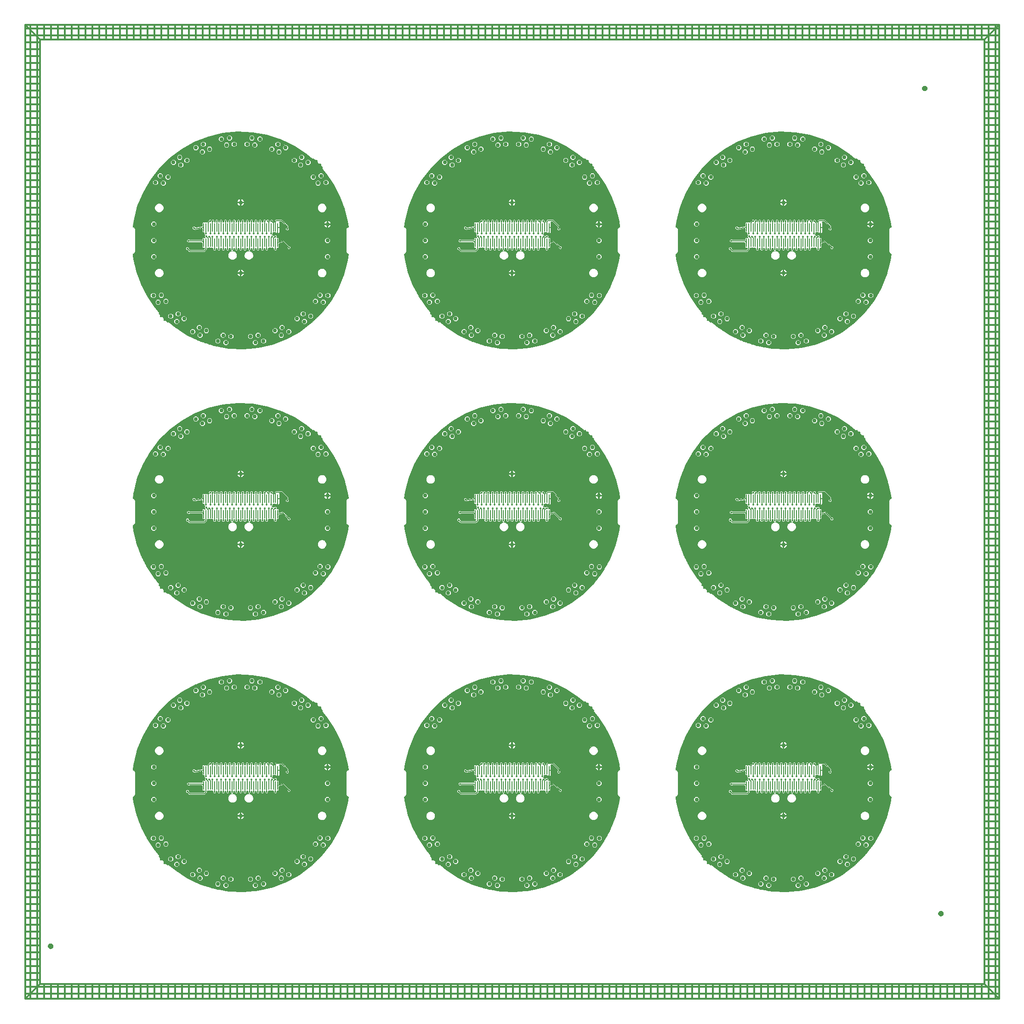
<source format=gtl>
G75*
%MOIN*%
%OFA0B0*%
%FSLAX25Y25*%
%IPPOS*%
%LPD*%
%AMOC8*
5,1,8,0,0,1.08239X$1,22.5*
%
%ADD10C,0.02953*%
%ADD11R,0.00787X0.06457*%
%ADD12C,0.01969*%
%ADD13C,0.01387*%
%ADD14C,0.00500*%
%ADD15C,0.00787*%
%ADD16C,0.01200*%
D10*
X0133739Y0130006D03*
X0139187Y0131689D03*
X0143586Y0128234D03*
X0138246Y0126145D03*
X0149680Y0118735D03*
X0154506Y0121770D03*
X0159650Y0119571D03*
X0155033Y0116172D03*
X0167995Y0111973D03*
X0171871Y0116154D03*
X0177408Y0115361D03*
X0173829Y0110883D03*
X0191627Y0115361D03*
X0197164Y0116154D03*
X0195207Y0110883D03*
X0201041Y0111973D03*
X0209386Y0119571D03*
X0214529Y0121770D03*
X0214002Y0116172D03*
X0219356Y0118735D03*
X0230789Y0126145D03*
X0229849Y0131689D03*
X0225450Y0128234D03*
X0235296Y0130006D03*
X0238724Y0140759D03*
X0242079Y0145235D03*
X0244422Y0140123D03*
X0247776Y0145020D03*
X0247510Y0173100D03*
X0247510Y0184911D03*
X0247510Y0196722D03*
X0246346Y0226987D03*
X0240659Y0226573D03*
X0237150Y0230928D03*
X0242823Y0231763D03*
X0233349Y0241555D03*
X0227964Y0239684D03*
X0223447Y0242983D03*
X0228710Y0245257D03*
X0217025Y0252264D03*
X0212307Y0249062D03*
X0207090Y0251080D03*
X0211586Y0254638D03*
X0198485Y0258382D03*
X0194757Y0254069D03*
X0189196Y0254667D03*
X0192617Y0259268D03*
X0179840Y0254667D03*
X0174279Y0254069D03*
X0176419Y0259268D03*
X0170550Y0258382D03*
X0161945Y0251080D03*
X0156728Y0249062D03*
X0157450Y0254638D03*
X0152011Y0252264D03*
X0145589Y0242983D03*
X0141072Y0239684D03*
X0140326Y0245257D03*
X0135686Y0241555D03*
X0126213Y0231763D03*
X0128376Y0226573D03*
X0131885Y0230928D03*
X0122690Y0226987D03*
X0121526Y0196722D03*
X0121526Y0184911D03*
X0121526Y0173100D03*
X0121259Y0145020D03*
X0126956Y0145235D03*
X0130311Y0140759D03*
X0124613Y0140123D03*
X0184518Y0161289D03*
X0184518Y0212470D03*
X0195207Y0307733D03*
X0197164Y0313004D03*
X0191627Y0312212D03*
X0201041Y0308823D03*
X0209386Y0316422D03*
X0214529Y0318620D03*
X0214002Y0313022D03*
X0219356Y0315585D03*
X0225450Y0325085D03*
X0229849Y0328539D03*
X0230789Y0322995D03*
X0235296Y0326857D03*
X0238724Y0337610D03*
X0242079Y0342085D03*
X0244422Y0336974D03*
X0247776Y0341870D03*
X0247510Y0369951D03*
X0247510Y0381762D03*
X0247510Y0393573D03*
X0246346Y0423837D03*
X0240659Y0423423D03*
X0237150Y0427779D03*
X0242823Y0428613D03*
X0233349Y0438405D03*
X0227964Y0436534D03*
X0223447Y0439833D03*
X0228710Y0442107D03*
X0217025Y0449114D03*
X0212307Y0445913D03*
X0207090Y0447930D03*
X0211586Y0451489D03*
X0198485Y0455232D03*
X0194757Y0450919D03*
X0189196Y0451518D03*
X0192617Y0456119D03*
X0179840Y0451518D03*
X0174279Y0450919D03*
X0176419Y0456119D03*
X0170550Y0455232D03*
X0161945Y0447930D03*
X0156728Y0445913D03*
X0157450Y0451489D03*
X0152011Y0449114D03*
X0145589Y0439833D03*
X0141072Y0436534D03*
X0140326Y0442107D03*
X0135686Y0438405D03*
X0131885Y0427779D03*
X0128376Y0423423D03*
X0126213Y0428613D03*
X0122690Y0423837D03*
X0121526Y0393573D03*
X0121526Y0381762D03*
X0121526Y0369951D03*
X0121259Y0341870D03*
X0126956Y0342085D03*
X0130311Y0337610D03*
X0124613Y0336974D03*
X0139187Y0328539D03*
X0143586Y0325085D03*
X0138246Y0322995D03*
X0133739Y0326857D03*
X0149680Y0315585D03*
X0154506Y0318620D03*
X0159650Y0316422D03*
X0155033Y0313022D03*
X0167995Y0308823D03*
X0171871Y0313004D03*
X0177408Y0312212D03*
X0173829Y0307733D03*
X0184518Y0358140D03*
X0184518Y0409321D03*
X0195207Y0504583D03*
X0197164Y0509854D03*
X0191627Y0509062D03*
X0201041Y0505674D03*
X0209386Y0513272D03*
X0214529Y0515470D03*
X0214002Y0509872D03*
X0219356Y0512436D03*
X0225450Y0521935D03*
X0229849Y0525389D03*
X0230789Y0519846D03*
X0235296Y0523707D03*
X0238724Y0534460D03*
X0242079Y0538935D03*
X0244422Y0533824D03*
X0247776Y0538720D03*
X0247510Y0566801D03*
X0247510Y0578612D03*
X0247510Y0590423D03*
X0246346Y0620687D03*
X0240659Y0620274D03*
X0237150Y0624629D03*
X0242823Y0625464D03*
X0233349Y0635256D03*
X0227964Y0633385D03*
X0223447Y0636683D03*
X0228710Y0638958D03*
X0217025Y0645964D03*
X0212307Y0642763D03*
X0207090Y0644780D03*
X0211586Y0648339D03*
X0198485Y0652083D03*
X0194757Y0647769D03*
X0189196Y0648368D03*
X0192617Y0652969D03*
X0179840Y0648368D03*
X0174279Y0647769D03*
X0176419Y0652969D03*
X0170550Y0652083D03*
X0161945Y0644780D03*
X0156728Y0642763D03*
X0157450Y0648339D03*
X0152011Y0645964D03*
X0145589Y0636683D03*
X0141072Y0633385D03*
X0140326Y0638958D03*
X0135686Y0635256D03*
X0131885Y0624629D03*
X0128376Y0620274D03*
X0126213Y0625464D03*
X0122690Y0620687D03*
X0121526Y0590423D03*
X0121526Y0578612D03*
X0121526Y0566801D03*
X0121259Y0538720D03*
X0126956Y0538935D03*
X0130311Y0534460D03*
X0124613Y0533824D03*
X0133739Y0523707D03*
X0139187Y0525389D03*
X0143586Y0521935D03*
X0138246Y0519846D03*
X0149680Y0512436D03*
X0154506Y0515470D03*
X0159650Y0513272D03*
X0155033Y0509872D03*
X0167995Y0505674D03*
X0171871Y0509854D03*
X0177408Y0509062D03*
X0173829Y0504583D03*
X0184518Y0554990D03*
X0184518Y0606171D03*
X0318376Y0590423D03*
X0318376Y0578612D03*
X0318376Y0566801D03*
X0318109Y0538720D03*
X0323807Y0538935D03*
X0327162Y0534460D03*
X0321464Y0533824D03*
X0330590Y0523707D03*
X0336037Y0525389D03*
X0340436Y0521935D03*
X0335097Y0519846D03*
X0346530Y0512436D03*
X0351357Y0515470D03*
X0356500Y0513272D03*
X0351883Y0509872D03*
X0364845Y0505674D03*
X0368722Y0509854D03*
X0374259Y0509062D03*
X0370679Y0504583D03*
X0388478Y0509062D03*
X0394014Y0509854D03*
X0392057Y0504583D03*
X0397891Y0505674D03*
X0406236Y0513272D03*
X0411379Y0515470D03*
X0410853Y0509872D03*
X0416206Y0512436D03*
X0422300Y0521935D03*
X0426699Y0525389D03*
X0427639Y0519846D03*
X0432147Y0523707D03*
X0435575Y0534460D03*
X0438930Y0538935D03*
X0441273Y0533824D03*
X0444627Y0538720D03*
X0444360Y0566801D03*
X0444360Y0578612D03*
X0444360Y0590423D03*
X0443196Y0620687D03*
X0437510Y0620274D03*
X0434001Y0624629D03*
X0439673Y0625464D03*
X0430200Y0635256D03*
X0424814Y0633385D03*
X0420297Y0636683D03*
X0425560Y0638958D03*
X0413875Y0645964D03*
X0409157Y0642763D03*
X0403941Y0644780D03*
X0408436Y0648339D03*
X0395335Y0652083D03*
X0391607Y0647769D03*
X0386046Y0648368D03*
X0389467Y0652969D03*
X0376690Y0648368D03*
X0371129Y0647769D03*
X0373269Y0652969D03*
X0367401Y0652083D03*
X0358795Y0644780D03*
X0353579Y0642763D03*
X0354300Y0648339D03*
X0348861Y0645964D03*
X0342439Y0636683D03*
X0337922Y0633385D03*
X0337176Y0638958D03*
X0332537Y0635256D03*
X0328735Y0624629D03*
X0325226Y0620274D03*
X0323063Y0625464D03*
X0319540Y0620687D03*
X0381368Y0606171D03*
X0381368Y0554990D03*
X0373269Y0456119D03*
X0371129Y0450919D03*
X0376690Y0451518D03*
X0386046Y0451518D03*
X0391607Y0450919D03*
X0389467Y0456119D03*
X0395335Y0455232D03*
X0403941Y0447930D03*
X0409157Y0445913D03*
X0408436Y0451489D03*
X0413875Y0449114D03*
X0420297Y0439833D03*
X0424814Y0436534D03*
X0425560Y0442107D03*
X0430200Y0438405D03*
X0434001Y0427779D03*
X0437510Y0423423D03*
X0439673Y0428613D03*
X0443196Y0423837D03*
X0444360Y0393573D03*
X0444360Y0381762D03*
X0444360Y0369951D03*
X0444627Y0341870D03*
X0438930Y0342085D03*
X0435575Y0337610D03*
X0441273Y0336974D03*
X0432147Y0326857D03*
X0426699Y0328539D03*
X0422300Y0325085D03*
X0427639Y0322995D03*
X0416206Y0315585D03*
X0411379Y0318620D03*
X0406236Y0316422D03*
X0410853Y0313022D03*
X0397891Y0308823D03*
X0394014Y0313004D03*
X0388478Y0312212D03*
X0392057Y0307733D03*
X0374259Y0312212D03*
X0368722Y0313004D03*
X0370679Y0307733D03*
X0364845Y0308823D03*
X0356500Y0316422D03*
X0351357Y0318620D03*
X0351883Y0313022D03*
X0346530Y0315585D03*
X0340436Y0325085D03*
X0336037Y0328539D03*
X0335097Y0322995D03*
X0330590Y0326857D03*
X0327162Y0337610D03*
X0323807Y0342085D03*
X0321464Y0336974D03*
X0318109Y0341870D03*
X0318376Y0369951D03*
X0318376Y0381762D03*
X0318376Y0393573D03*
X0319540Y0423837D03*
X0325226Y0423423D03*
X0328735Y0427779D03*
X0323063Y0428613D03*
X0332537Y0438405D03*
X0337922Y0436534D03*
X0342439Y0439833D03*
X0337176Y0442107D03*
X0348861Y0449114D03*
X0353579Y0445913D03*
X0358795Y0447930D03*
X0354300Y0451489D03*
X0367401Y0455232D03*
X0381368Y0409321D03*
X0381368Y0358140D03*
X0373269Y0259268D03*
X0371129Y0254069D03*
X0376690Y0254667D03*
X0386046Y0254667D03*
X0391607Y0254069D03*
X0389467Y0259268D03*
X0395335Y0258382D03*
X0403941Y0251080D03*
X0409157Y0249062D03*
X0408436Y0254638D03*
X0413875Y0252264D03*
X0420297Y0242983D03*
X0424814Y0239684D03*
X0425560Y0245257D03*
X0430200Y0241555D03*
X0439673Y0231763D03*
X0437510Y0226573D03*
X0434001Y0230928D03*
X0443196Y0226987D03*
X0444360Y0196722D03*
X0444360Y0184911D03*
X0444360Y0173100D03*
X0444627Y0145020D03*
X0438930Y0145235D03*
X0435575Y0140759D03*
X0441273Y0140123D03*
X0432147Y0130006D03*
X0426699Y0131689D03*
X0422300Y0128234D03*
X0427639Y0126145D03*
X0416206Y0118735D03*
X0411379Y0121770D03*
X0406236Y0119571D03*
X0410853Y0116172D03*
X0397891Y0111973D03*
X0394014Y0116154D03*
X0388478Y0115361D03*
X0392057Y0110883D03*
X0374259Y0115361D03*
X0368722Y0116154D03*
X0370679Y0110883D03*
X0364845Y0111973D03*
X0356500Y0119571D03*
X0351357Y0121770D03*
X0351883Y0116172D03*
X0346530Y0118735D03*
X0335097Y0126145D03*
X0336037Y0131689D03*
X0340436Y0128234D03*
X0330590Y0130006D03*
X0327162Y0140759D03*
X0323807Y0145235D03*
X0321464Y0140123D03*
X0318109Y0145020D03*
X0318376Y0173100D03*
X0318376Y0184911D03*
X0318376Y0196722D03*
X0319540Y0226987D03*
X0325226Y0226573D03*
X0328735Y0230928D03*
X0323063Y0231763D03*
X0332537Y0241555D03*
X0337922Y0239684D03*
X0342439Y0242983D03*
X0337176Y0245257D03*
X0348861Y0252264D03*
X0353579Y0249062D03*
X0358795Y0251080D03*
X0354300Y0254638D03*
X0367401Y0258382D03*
X0381368Y0212470D03*
X0381368Y0161289D03*
X0515226Y0173100D03*
X0515226Y0184911D03*
X0515226Y0196722D03*
X0516391Y0226987D03*
X0522077Y0226573D03*
X0525586Y0230928D03*
X0519914Y0231763D03*
X0529387Y0241555D03*
X0534773Y0239684D03*
X0539289Y0242983D03*
X0534026Y0245257D03*
X0545711Y0252264D03*
X0550429Y0249062D03*
X0555646Y0251080D03*
X0551151Y0254638D03*
X0564251Y0258382D03*
X0567979Y0254069D03*
X0573541Y0254667D03*
X0570120Y0259268D03*
X0582896Y0254667D03*
X0588458Y0254069D03*
X0586317Y0259268D03*
X0592186Y0258382D03*
X0600791Y0251080D03*
X0606008Y0249062D03*
X0605286Y0254638D03*
X0610726Y0252264D03*
X0617148Y0242983D03*
X0621664Y0239684D03*
X0622411Y0245257D03*
X0627050Y0241555D03*
X0630851Y0230928D03*
X0634360Y0226573D03*
X0636523Y0231763D03*
X0640046Y0226987D03*
X0641211Y0196722D03*
X0641211Y0184911D03*
X0641211Y0173100D03*
X0641477Y0145020D03*
X0635780Y0145235D03*
X0632425Y0140759D03*
X0638123Y0140123D03*
X0628997Y0130006D03*
X0623549Y0131689D03*
X0619151Y0128234D03*
X0624490Y0126145D03*
X0613056Y0118735D03*
X0608230Y0121770D03*
X0603087Y0119571D03*
X0607703Y0116172D03*
X0594741Y0111973D03*
X0590865Y0116154D03*
X0585328Y0115361D03*
X0588907Y0110883D03*
X0571109Y0115361D03*
X0565572Y0116154D03*
X0567530Y0110883D03*
X0561696Y0111973D03*
X0553350Y0119571D03*
X0548207Y0121770D03*
X0548734Y0116172D03*
X0543381Y0118735D03*
X0537286Y0128234D03*
X0532888Y0131689D03*
X0531947Y0126145D03*
X0527440Y0130006D03*
X0524012Y0140759D03*
X0520657Y0145235D03*
X0518314Y0140123D03*
X0514960Y0145020D03*
X0578219Y0161289D03*
X0578219Y0212470D03*
X0588907Y0307733D03*
X0590865Y0313004D03*
X0585328Y0312212D03*
X0594741Y0308823D03*
X0603087Y0316422D03*
X0608230Y0318620D03*
X0607703Y0313022D03*
X0613056Y0315585D03*
X0619151Y0325085D03*
X0623549Y0328539D03*
X0624490Y0322995D03*
X0628997Y0326857D03*
X0632425Y0337610D03*
X0635780Y0342085D03*
X0638123Y0336974D03*
X0641477Y0341870D03*
X0641211Y0369951D03*
X0641211Y0381762D03*
X0641211Y0393573D03*
X0640046Y0423837D03*
X0634360Y0423423D03*
X0630851Y0427779D03*
X0636523Y0428613D03*
X0627050Y0438405D03*
X0621664Y0436534D03*
X0617148Y0439833D03*
X0622411Y0442107D03*
X0610726Y0449114D03*
X0606008Y0445913D03*
X0600791Y0447930D03*
X0605286Y0451489D03*
X0592186Y0455232D03*
X0588458Y0450919D03*
X0582896Y0451518D03*
X0586317Y0456119D03*
X0573541Y0451518D03*
X0567979Y0450919D03*
X0570120Y0456119D03*
X0564251Y0455232D03*
X0555646Y0447930D03*
X0550429Y0445913D03*
X0551151Y0451489D03*
X0545711Y0449114D03*
X0539289Y0439833D03*
X0534773Y0436534D03*
X0534026Y0442107D03*
X0529387Y0438405D03*
X0525586Y0427779D03*
X0522077Y0423423D03*
X0519914Y0428613D03*
X0516391Y0423837D03*
X0515226Y0393573D03*
X0515226Y0381762D03*
X0515226Y0369951D03*
X0514960Y0341870D03*
X0520657Y0342085D03*
X0524012Y0337610D03*
X0518314Y0336974D03*
X0527440Y0326857D03*
X0532888Y0328539D03*
X0537286Y0325085D03*
X0531947Y0322995D03*
X0543381Y0315585D03*
X0548207Y0318620D03*
X0553350Y0316422D03*
X0548734Y0313022D03*
X0561696Y0308823D03*
X0565572Y0313004D03*
X0571109Y0312212D03*
X0567530Y0307733D03*
X0578219Y0358140D03*
X0578219Y0409321D03*
X0588907Y0504583D03*
X0590865Y0509854D03*
X0585328Y0509062D03*
X0594741Y0505674D03*
X0603087Y0513272D03*
X0608230Y0515470D03*
X0607703Y0509872D03*
X0613056Y0512436D03*
X0619151Y0521935D03*
X0623549Y0525389D03*
X0624490Y0519846D03*
X0628997Y0523707D03*
X0632425Y0534460D03*
X0635780Y0538935D03*
X0638123Y0533824D03*
X0641477Y0538720D03*
X0641211Y0566801D03*
X0641211Y0578612D03*
X0641211Y0590423D03*
X0640046Y0620687D03*
X0634360Y0620274D03*
X0630851Y0624629D03*
X0636523Y0625464D03*
X0627050Y0635256D03*
X0621664Y0633385D03*
X0617148Y0636683D03*
X0622411Y0638958D03*
X0610726Y0645964D03*
X0606008Y0642763D03*
X0600791Y0644780D03*
X0605286Y0648339D03*
X0592186Y0652083D03*
X0588458Y0647769D03*
X0582896Y0648368D03*
X0586317Y0652969D03*
X0573541Y0648368D03*
X0567979Y0647769D03*
X0570120Y0652969D03*
X0564251Y0652083D03*
X0555646Y0644780D03*
X0550429Y0642763D03*
X0551151Y0648339D03*
X0545711Y0645964D03*
X0539289Y0636683D03*
X0534773Y0633385D03*
X0534026Y0638958D03*
X0529387Y0635256D03*
X0525586Y0624629D03*
X0522077Y0620274D03*
X0519914Y0625464D03*
X0516391Y0620687D03*
X0515226Y0590423D03*
X0515226Y0578612D03*
X0515226Y0566801D03*
X0514960Y0538720D03*
X0520657Y0538935D03*
X0524012Y0534460D03*
X0518314Y0533824D03*
X0527440Y0523707D03*
X0532888Y0525389D03*
X0537286Y0521935D03*
X0531947Y0519846D03*
X0543381Y0512436D03*
X0548207Y0515470D03*
X0553350Y0513272D03*
X0548734Y0509872D03*
X0561696Y0505674D03*
X0565572Y0509854D03*
X0571109Y0509062D03*
X0567530Y0504583D03*
X0578219Y0554990D03*
X0578219Y0606171D03*
D11*
X0578219Y0588140D03*
X0579793Y0588140D03*
X0581368Y0588140D03*
X0582943Y0588140D03*
X0584518Y0588140D03*
X0586093Y0588140D03*
X0587667Y0588140D03*
X0589242Y0588140D03*
X0590817Y0588140D03*
X0592392Y0588140D03*
X0593967Y0588140D03*
X0595541Y0588140D03*
X0597116Y0588140D03*
X0598691Y0588140D03*
X0600266Y0588140D03*
X0601841Y0588140D03*
X0603415Y0588140D03*
X0604990Y0588140D03*
X0604990Y0576959D03*
X0603415Y0576959D03*
X0601841Y0576959D03*
X0600266Y0576959D03*
X0598691Y0576959D03*
X0597116Y0576959D03*
X0595541Y0576959D03*
X0593967Y0576959D03*
X0592392Y0576959D03*
X0590817Y0576959D03*
X0589242Y0576959D03*
X0587667Y0576959D03*
X0586093Y0576959D03*
X0584518Y0576959D03*
X0582943Y0576959D03*
X0581368Y0576959D03*
X0579793Y0576959D03*
X0578219Y0576959D03*
X0576644Y0576959D03*
X0575069Y0576959D03*
X0573494Y0576959D03*
X0571919Y0576959D03*
X0570344Y0576959D03*
X0568770Y0576959D03*
X0567195Y0576959D03*
X0565620Y0576959D03*
X0564045Y0576959D03*
X0562470Y0576959D03*
X0560896Y0576959D03*
X0559321Y0576959D03*
X0557746Y0576959D03*
X0556171Y0576959D03*
X0554596Y0576959D03*
X0553022Y0576959D03*
X0551447Y0576959D03*
X0551447Y0588140D03*
X0553022Y0588140D03*
X0554596Y0588140D03*
X0556171Y0588140D03*
X0557746Y0588140D03*
X0559321Y0588140D03*
X0560896Y0588140D03*
X0562470Y0588140D03*
X0564045Y0588140D03*
X0565620Y0588140D03*
X0567195Y0588140D03*
X0568770Y0588140D03*
X0570344Y0588140D03*
X0571919Y0588140D03*
X0573494Y0588140D03*
X0575069Y0588140D03*
X0576644Y0588140D03*
X0408140Y0588140D03*
X0406565Y0588140D03*
X0404990Y0588140D03*
X0403415Y0588140D03*
X0401841Y0588140D03*
X0400266Y0588140D03*
X0398691Y0588140D03*
X0397116Y0588140D03*
X0395541Y0588140D03*
X0393967Y0588140D03*
X0392392Y0588140D03*
X0390817Y0588140D03*
X0389242Y0588140D03*
X0387667Y0588140D03*
X0386093Y0588140D03*
X0384518Y0588140D03*
X0382943Y0588140D03*
X0381368Y0588140D03*
X0379793Y0588140D03*
X0378219Y0588140D03*
X0376644Y0588140D03*
X0375069Y0588140D03*
X0373494Y0588140D03*
X0371919Y0588140D03*
X0370344Y0588140D03*
X0368770Y0588140D03*
X0367195Y0588140D03*
X0365620Y0588140D03*
X0364045Y0588140D03*
X0362470Y0588140D03*
X0360896Y0588140D03*
X0359321Y0588140D03*
X0357746Y0588140D03*
X0356171Y0588140D03*
X0354596Y0588140D03*
X0354596Y0576959D03*
X0356171Y0576959D03*
X0357746Y0576959D03*
X0359321Y0576959D03*
X0360896Y0576959D03*
X0362470Y0576959D03*
X0364045Y0576959D03*
X0365620Y0576959D03*
X0367195Y0576959D03*
X0368770Y0576959D03*
X0370344Y0576959D03*
X0371919Y0576959D03*
X0373494Y0576959D03*
X0375069Y0576959D03*
X0376644Y0576959D03*
X0378219Y0576959D03*
X0379793Y0576959D03*
X0381368Y0576959D03*
X0382943Y0576959D03*
X0384518Y0576959D03*
X0386093Y0576959D03*
X0387667Y0576959D03*
X0389242Y0576959D03*
X0390817Y0576959D03*
X0392392Y0576959D03*
X0393967Y0576959D03*
X0395541Y0576959D03*
X0397116Y0576959D03*
X0398691Y0576959D03*
X0400266Y0576959D03*
X0401841Y0576959D03*
X0403415Y0576959D03*
X0404990Y0576959D03*
X0406565Y0576959D03*
X0408140Y0576959D03*
X0408140Y0391289D03*
X0406565Y0391289D03*
X0404990Y0391289D03*
X0403415Y0391289D03*
X0401841Y0391289D03*
X0400266Y0391289D03*
X0398691Y0391289D03*
X0397116Y0391289D03*
X0395541Y0391289D03*
X0393967Y0391289D03*
X0392392Y0391289D03*
X0390817Y0391289D03*
X0389242Y0391289D03*
X0387667Y0391289D03*
X0386093Y0391289D03*
X0384518Y0391289D03*
X0382943Y0391289D03*
X0381368Y0391289D03*
X0379793Y0391289D03*
X0378219Y0391289D03*
X0376644Y0391289D03*
X0375069Y0391289D03*
X0373494Y0391289D03*
X0371919Y0391289D03*
X0370344Y0391289D03*
X0368770Y0391289D03*
X0367195Y0391289D03*
X0365620Y0391289D03*
X0364045Y0391289D03*
X0362470Y0391289D03*
X0360896Y0391289D03*
X0359321Y0391289D03*
X0357746Y0391289D03*
X0356171Y0391289D03*
X0354596Y0391289D03*
X0354596Y0380108D03*
X0356171Y0380108D03*
X0357746Y0380108D03*
X0359321Y0380108D03*
X0360896Y0380108D03*
X0362470Y0380108D03*
X0364045Y0380108D03*
X0365620Y0380108D03*
X0367195Y0380108D03*
X0368770Y0380108D03*
X0370344Y0380108D03*
X0371919Y0380108D03*
X0373494Y0380108D03*
X0375069Y0380108D03*
X0376644Y0380108D03*
X0378219Y0380108D03*
X0379793Y0380108D03*
X0381368Y0380108D03*
X0382943Y0380108D03*
X0384518Y0380108D03*
X0386093Y0380108D03*
X0387667Y0380108D03*
X0389242Y0380108D03*
X0390817Y0380108D03*
X0392392Y0380108D03*
X0393967Y0380108D03*
X0395541Y0380108D03*
X0397116Y0380108D03*
X0398691Y0380108D03*
X0400266Y0380108D03*
X0401841Y0380108D03*
X0403415Y0380108D03*
X0404990Y0380108D03*
X0406565Y0380108D03*
X0408140Y0380108D03*
X0551447Y0380108D03*
X0553022Y0380108D03*
X0554596Y0380108D03*
X0556171Y0380108D03*
X0557746Y0380108D03*
X0559321Y0380108D03*
X0560896Y0380108D03*
X0562470Y0380108D03*
X0564045Y0380108D03*
X0565620Y0380108D03*
X0567195Y0380108D03*
X0568770Y0380108D03*
X0570344Y0380108D03*
X0571919Y0380108D03*
X0573494Y0380108D03*
X0575069Y0380108D03*
X0576644Y0380108D03*
X0578219Y0380108D03*
X0579793Y0380108D03*
X0581368Y0380108D03*
X0582943Y0380108D03*
X0584518Y0380108D03*
X0586093Y0380108D03*
X0587667Y0380108D03*
X0589242Y0380108D03*
X0590817Y0380108D03*
X0592392Y0380108D03*
X0593967Y0380108D03*
X0595541Y0380108D03*
X0597116Y0380108D03*
X0598691Y0380108D03*
X0600266Y0380108D03*
X0601841Y0380108D03*
X0603415Y0380108D03*
X0604990Y0380108D03*
X0604990Y0391289D03*
X0603415Y0391289D03*
X0601841Y0391289D03*
X0600266Y0391289D03*
X0598691Y0391289D03*
X0597116Y0391289D03*
X0595541Y0391289D03*
X0593967Y0391289D03*
X0592392Y0391289D03*
X0590817Y0391289D03*
X0589242Y0391289D03*
X0587667Y0391289D03*
X0586093Y0391289D03*
X0584518Y0391289D03*
X0582943Y0391289D03*
X0581368Y0391289D03*
X0579793Y0391289D03*
X0578219Y0391289D03*
X0576644Y0391289D03*
X0575069Y0391289D03*
X0573494Y0391289D03*
X0571919Y0391289D03*
X0570344Y0391289D03*
X0568770Y0391289D03*
X0567195Y0391289D03*
X0565620Y0391289D03*
X0564045Y0391289D03*
X0562470Y0391289D03*
X0560896Y0391289D03*
X0559321Y0391289D03*
X0557746Y0391289D03*
X0556171Y0391289D03*
X0554596Y0391289D03*
X0553022Y0391289D03*
X0551447Y0391289D03*
X0551447Y0194439D03*
X0553022Y0194439D03*
X0554596Y0194439D03*
X0556171Y0194439D03*
X0557746Y0194439D03*
X0559321Y0194439D03*
X0560896Y0194439D03*
X0562470Y0194439D03*
X0564045Y0194439D03*
X0565620Y0194439D03*
X0567195Y0194439D03*
X0568770Y0194439D03*
X0570344Y0194439D03*
X0571919Y0194439D03*
X0573494Y0194439D03*
X0575069Y0194439D03*
X0576644Y0194439D03*
X0578219Y0194439D03*
X0579793Y0194439D03*
X0581368Y0194439D03*
X0582943Y0194439D03*
X0584518Y0194439D03*
X0586093Y0194439D03*
X0587667Y0194439D03*
X0589242Y0194439D03*
X0590817Y0194439D03*
X0592392Y0194439D03*
X0593967Y0194439D03*
X0595541Y0194439D03*
X0597116Y0194439D03*
X0598691Y0194439D03*
X0600266Y0194439D03*
X0601841Y0194439D03*
X0603415Y0194439D03*
X0604990Y0194439D03*
X0604990Y0183258D03*
X0603415Y0183258D03*
X0601841Y0183258D03*
X0600266Y0183258D03*
X0598691Y0183258D03*
X0597116Y0183258D03*
X0595541Y0183258D03*
X0593967Y0183258D03*
X0592392Y0183258D03*
X0590817Y0183258D03*
X0589242Y0183258D03*
X0587667Y0183258D03*
X0586093Y0183258D03*
X0584518Y0183258D03*
X0582943Y0183258D03*
X0581368Y0183258D03*
X0579793Y0183258D03*
X0578219Y0183258D03*
X0576644Y0183258D03*
X0575069Y0183258D03*
X0573494Y0183258D03*
X0571919Y0183258D03*
X0570344Y0183258D03*
X0568770Y0183258D03*
X0567195Y0183258D03*
X0565620Y0183258D03*
X0564045Y0183258D03*
X0562470Y0183258D03*
X0560896Y0183258D03*
X0559321Y0183258D03*
X0557746Y0183258D03*
X0556171Y0183258D03*
X0554596Y0183258D03*
X0553022Y0183258D03*
X0551447Y0183258D03*
X0408140Y0183258D03*
X0406565Y0183258D03*
X0404990Y0183258D03*
X0403415Y0183258D03*
X0401841Y0183258D03*
X0400266Y0183258D03*
X0398691Y0183258D03*
X0397116Y0183258D03*
X0395541Y0183258D03*
X0393967Y0183258D03*
X0392392Y0183258D03*
X0390817Y0183258D03*
X0389242Y0183258D03*
X0387667Y0183258D03*
X0386093Y0183258D03*
X0384518Y0183258D03*
X0382943Y0183258D03*
X0381368Y0183258D03*
X0379793Y0183258D03*
X0378219Y0183258D03*
X0376644Y0183258D03*
X0375069Y0183258D03*
X0373494Y0183258D03*
X0371919Y0183258D03*
X0370344Y0183258D03*
X0368770Y0183258D03*
X0367195Y0183258D03*
X0365620Y0183258D03*
X0364045Y0183258D03*
X0362470Y0183258D03*
X0360896Y0183258D03*
X0359321Y0183258D03*
X0357746Y0183258D03*
X0356171Y0183258D03*
X0354596Y0183258D03*
X0354596Y0194439D03*
X0356171Y0194439D03*
X0357746Y0194439D03*
X0359321Y0194439D03*
X0360896Y0194439D03*
X0362470Y0194439D03*
X0364045Y0194439D03*
X0365620Y0194439D03*
X0367195Y0194439D03*
X0368770Y0194439D03*
X0370344Y0194439D03*
X0371919Y0194439D03*
X0373494Y0194439D03*
X0375069Y0194439D03*
X0376644Y0194439D03*
X0378219Y0194439D03*
X0379793Y0194439D03*
X0381368Y0194439D03*
X0382943Y0194439D03*
X0384518Y0194439D03*
X0386093Y0194439D03*
X0387667Y0194439D03*
X0389242Y0194439D03*
X0390817Y0194439D03*
X0392392Y0194439D03*
X0393967Y0194439D03*
X0395541Y0194439D03*
X0397116Y0194439D03*
X0398691Y0194439D03*
X0400266Y0194439D03*
X0401841Y0194439D03*
X0403415Y0194439D03*
X0404990Y0194439D03*
X0406565Y0194439D03*
X0408140Y0194439D03*
X0211289Y0194439D03*
X0209715Y0194439D03*
X0208140Y0194439D03*
X0206565Y0194439D03*
X0204990Y0194439D03*
X0203415Y0194439D03*
X0201841Y0194439D03*
X0200266Y0194439D03*
X0198691Y0194439D03*
X0197116Y0194439D03*
X0195541Y0194439D03*
X0193967Y0194439D03*
X0192392Y0194439D03*
X0190817Y0194439D03*
X0189242Y0194439D03*
X0187667Y0194439D03*
X0186093Y0194439D03*
X0184518Y0194439D03*
X0182943Y0194439D03*
X0181368Y0194439D03*
X0179793Y0194439D03*
X0178219Y0194439D03*
X0176644Y0194439D03*
X0175069Y0194439D03*
X0173494Y0194439D03*
X0171919Y0194439D03*
X0170344Y0194439D03*
X0168770Y0194439D03*
X0167195Y0194439D03*
X0165620Y0194439D03*
X0164045Y0194439D03*
X0162470Y0194439D03*
X0160896Y0194439D03*
X0159321Y0194439D03*
X0157746Y0194439D03*
X0157746Y0183258D03*
X0159321Y0183258D03*
X0160896Y0183258D03*
X0162470Y0183258D03*
X0164045Y0183258D03*
X0165620Y0183258D03*
X0167195Y0183258D03*
X0168770Y0183258D03*
X0170344Y0183258D03*
X0171919Y0183258D03*
X0173494Y0183258D03*
X0175069Y0183258D03*
X0176644Y0183258D03*
X0178219Y0183258D03*
X0179793Y0183258D03*
X0181368Y0183258D03*
X0182943Y0183258D03*
X0184518Y0183258D03*
X0186093Y0183258D03*
X0187667Y0183258D03*
X0189242Y0183258D03*
X0190817Y0183258D03*
X0192392Y0183258D03*
X0193967Y0183258D03*
X0195541Y0183258D03*
X0197116Y0183258D03*
X0198691Y0183258D03*
X0200266Y0183258D03*
X0201841Y0183258D03*
X0203415Y0183258D03*
X0204990Y0183258D03*
X0206565Y0183258D03*
X0208140Y0183258D03*
X0209715Y0183258D03*
X0211289Y0183258D03*
X0211289Y0380108D03*
X0209715Y0380108D03*
X0208140Y0380108D03*
X0206565Y0380108D03*
X0204990Y0380108D03*
X0203415Y0380108D03*
X0201841Y0380108D03*
X0200266Y0380108D03*
X0198691Y0380108D03*
X0197116Y0380108D03*
X0195541Y0380108D03*
X0193967Y0380108D03*
X0192392Y0380108D03*
X0190817Y0380108D03*
X0189242Y0380108D03*
X0187667Y0380108D03*
X0186093Y0380108D03*
X0184518Y0380108D03*
X0182943Y0380108D03*
X0181368Y0380108D03*
X0179793Y0380108D03*
X0178219Y0380108D03*
X0176644Y0380108D03*
X0175069Y0380108D03*
X0173494Y0380108D03*
X0171919Y0380108D03*
X0170344Y0380108D03*
X0168770Y0380108D03*
X0167195Y0380108D03*
X0165620Y0380108D03*
X0164045Y0380108D03*
X0162470Y0380108D03*
X0160896Y0380108D03*
X0159321Y0380108D03*
X0157746Y0380108D03*
X0157746Y0391289D03*
X0159321Y0391289D03*
X0160896Y0391289D03*
X0162470Y0391289D03*
X0164045Y0391289D03*
X0165620Y0391289D03*
X0167195Y0391289D03*
X0168770Y0391289D03*
X0170344Y0391289D03*
X0171919Y0391289D03*
X0173494Y0391289D03*
X0175069Y0391289D03*
X0176644Y0391289D03*
X0178219Y0391289D03*
X0179793Y0391289D03*
X0181368Y0391289D03*
X0182943Y0391289D03*
X0184518Y0391289D03*
X0186093Y0391289D03*
X0187667Y0391289D03*
X0189242Y0391289D03*
X0190817Y0391289D03*
X0192392Y0391289D03*
X0193967Y0391289D03*
X0195541Y0391289D03*
X0197116Y0391289D03*
X0198691Y0391289D03*
X0200266Y0391289D03*
X0201841Y0391289D03*
X0203415Y0391289D03*
X0204990Y0391289D03*
X0206565Y0391289D03*
X0208140Y0391289D03*
X0209715Y0391289D03*
X0211289Y0391289D03*
X0211289Y0576959D03*
X0209715Y0576959D03*
X0208140Y0576959D03*
X0206565Y0576959D03*
X0204990Y0576959D03*
X0203415Y0576959D03*
X0201841Y0576959D03*
X0200266Y0576959D03*
X0198691Y0576959D03*
X0197116Y0576959D03*
X0195541Y0576959D03*
X0193967Y0576959D03*
X0192392Y0576959D03*
X0190817Y0576959D03*
X0189242Y0576959D03*
X0187667Y0576959D03*
X0186093Y0576959D03*
X0184518Y0576959D03*
X0182943Y0576959D03*
X0181368Y0576959D03*
X0179793Y0576959D03*
X0178219Y0576959D03*
X0176644Y0576959D03*
X0175069Y0576959D03*
X0173494Y0576959D03*
X0171919Y0576959D03*
X0170344Y0576959D03*
X0168770Y0576959D03*
X0167195Y0576959D03*
X0165620Y0576959D03*
X0164045Y0576959D03*
X0162470Y0576959D03*
X0160896Y0576959D03*
X0159321Y0576959D03*
X0157746Y0576959D03*
X0157746Y0588140D03*
X0159321Y0588140D03*
X0160896Y0588140D03*
X0162470Y0588140D03*
X0164045Y0588140D03*
X0165620Y0588140D03*
X0167195Y0588140D03*
X0168770Y0588140D03*
X0170344Y0588140D03*
X0171919Y0588140D03*
X0173494Y0588140D03*
X0175069Y0588140D03*
X0176644Y0588140D03*
X0178219Y0588140D03*
X0179793Y0588140D03*
X0181368Y0588140D03*
X0182943Y0588140D03*
X0184518Y0588140D03*
X0186093Y0588140D03*
X0187667Y0588140D03*
X0189242Y0588140D03*
X0190817Y0588140D03*
X0192392Y0588140D03*
X0193967Y0588140D03*
X0195541Y0588140D03*
X0197116Y0588140D03*
X0198691Y0588140D03*
X0200266Y0588140D03*
X0201841Y0588140D03*
X0203415Y0588140D03*
X0204990Y0588140D03*
X0206565Y0588140D03*
X0208140Y0588140D03*
X0209715Y0588140D03*
X0211289Y0588140D03*
D12*
X0679597Y0688848D02*
X0679599Y0688910D01*
X0679605Y0688973D01*
X0679615Y0689034D01*
X0679629Y0689095D01*
X0679646Y0689155D01*
X0679667Y0689214D01*
X0679693Y0689271D01*
X0679721Y0689326D01*
X0679753Y0689380D01*
X0679789Y0689431D01*
X0679827Y0689481D01*
X0679869Y0689527D01*
X0679913Y0689571D01*
X0679961Y0689612D01*
X0680010Y0689650D01*
X0680062Y0689684D01*
X0680116Y0689715D01*
X0680172Y0689743D01*
X0680230Y0689767D01*
X0680289Y0689788D01*
X0680349Y0689804D01*
X0680410Y0689817D01*
X0680472Y0689826D01*
X0680534Y0689831D01*
X0680597Y0689832D01*
X0680659Y0689829D01*
X0680721Y0689822D01*
X0680783Y0689811D01*
X0680843Y0689796D01*
X0680903Y0689778D01*
X0680961Y0689756D01*
X0681018Y0689730D01*
X0681073Y0689700D01*
X0681126Y0689667D01*
X0681177Y0689631D01*
X0681225Y0689592D01*
X0681271Y0689549D01*
X0681314Y0689504D01*
X0681354Y0689456D01*
X0681391Y0689406D01*
X0681425Y0689353D01*
X0681456Y0689299D01*
X0681482Y0689243D01*
X0681506Y0689185D01*
X0681525Y0689125D01*
X0681541Y0689065D01*
X0681553Y0689003D01*
X0681561Y0688942D01*
X0681565Y0688879D01*
X0681565Y0688817D01*
X0681561Y0688754D01*
X0681553Y0688693D01*
X0681541Y0688631D01*
X0681525Y0688571D01*
X0681506Y0688511D01*
X0681482Y0688453D01*
X0681456Y0688397D01*
X0681425Y0688343D01*
X0681391Y0688290D01*
X0681354Y0688240D01*
X0681314Y0688192D01*
X0681271Y0688147D01*
X0681225Y0688104D01*
X0681177Y0688065D01*
X0681126Y0688029D01*
X0681073Y0687996D01*
X0681018Y0687966D01*
X0680961Y0687940D01*
X0680903Y0687918D01*
X0680843Y0687900D01*
X0680783Y0687885D01*
X0680721Y0687874D01*
X0680659Y0687867D01*
X0680597Y0687864D01*
X0680534Y0687865D01*
X0680472Y0687870D01*
X0680410Y0687879D01*
X0680349Y0687892D01*
X0680289Y0687908D01*
X0680230Y0687929D01*
X0680172Y0687953D01*
X0680116Y0687981D01*
X0680062Y0688012D01*
X0680010Y0688046D01*
X0679961Y0688084D01*
X0679913Y0688125D01*
X0679869Y0688169D01*
X0679827Y0688215D01*
X0679789Y0688265D01*
X0679753Y0688316D01*
X0679721Y0688370D01*
X0679693Y0688425D01*
X0679667Y0688482D01*
X0679646Y0688541D01*
X0679629Y0688601D01*
X0679615Y0688662D01*
X0679605Y0688723D01*
X0679599Y0688786D01*
X0679597Y0688848D01*
X0691408Y0090423D02*
X0691410Y0090485D01*
X0691416Y0090548D01*
X0691426Y0090609D01*
X0691440Y0090670D01*
X0691457Y0090730D01*
X0691478Y0090789D01*
X0691504Y0090846D01*
X0691532Y0090901D01*
X0691564Y0090955D01*
X0691600Y0091006D01*
X0691638Y0091056D01*
X0691680Y0091102D01*
X0691724Y0091146D01*
X0691772Y0091187D01*
X0691821Y0091225D01*
X0691873Y0091259D01*
X0691927Y0091290D01*
X0691983Y0091318D01*
X0692041Y0091342D01*
X0692100Y0091363D01*
X0692160Y0091379D01*
X0692221Y0091392D01*
X0692283Y0091401D01*
X0692345Y0091406D01*
X0692408Y0091407D01*
X0692470Y0091404D01*
X0692532Y0091397D01*
X0692594Y0091386D01*
X0692654Y0091371D01*
X0692714Y0091353D01*
X0692772Y0091331D01*
X0692829Y0091305D01*
X0692884Y0091275D01*
X0692937Y0091242D01*
X0692988Y0091206D01*
X0693036Y0091167D01*
X0693082Y0091124D01*
X0693125Y0091079D01*
X0693165Y0091031D01*
X0693202Y0090981D01*
X0693236Y0090928D01*
X0693267Y0090874D01*
X0693293Y0090818D01*
X0693317Y0090760D01*
X0693336Y0090700D01*
X0693352Y0090640D01*
X0693364Y0090578D01*
X0693372Y0090517D01*
X0693376Y0090454D01*
X0693376Y0090392D01*
X0693372Y0090329D01*
X0693364Y0090268D01*
X0693352Y0090206D01*
X0693336Y0090146D01*
X0693317Y0090086D01*
X0693293Y0090028D01*
X0693267Y0089972D01*
X0693236Y0089918D01*
X0693202Y0089865D01*
X0693165Y0089815D01*
X0693125Y0089767D01*
X0693082Y0089722D01*
X0693036Y0089679D01*
X0692988Y0089640D01*
X0692937Y0089604D01*
X0692884Y0089571D01*
X0692829Y0089541D01*
X0692772Y0089515D01*
X0692714Y0089493D01*
X0692654Y0089475D01*
X0692594Y0089460D01*
X0692532Y0089449D01*
X0692470Y0089442D01*
X0692408Y0089439D01*
X0692345Y0089440D01*
X0692283Y0089445D01*
X0692221Y0089454D01*
X0692160Y0089467D01*
X0692100Y0089483D01*
X0692041Y0089504D01*
X0691983Y0089528D01*
X0691927Y0089556D01*
X0691873Y0089587D01*
X0691821Y0089621D01*
X0691772Y0089659D01*
X0691724Y0089700D01*
X0691680Y0089744D01*
X0691638Y0089790D01*
X0691600Y0089840D01*
X0691564Y0089891D01*
X0691532Y0089945D01*
X0691504Y0090000D01*
X0691478Y0090057D01*
X0691457Y0090116D01*
X0691440Y0090176D01*
X0691426Y0090237D01*
X0691416Y0090298D01*
X0691410Y0090361D01*
X0691408Y0090423D01*
X0045738Y0066801D02*
X0045740Y0066863D01*
X0045746Y0066926D01*
X0045756Y0066987D01*
X0045770Y0067048D01*
X0045787Y0067108D01*
X0045808Y0067167D01*
X0045834Y0067224D01*
X0045862Y0067279D01*
X0045894Y0067333D01*
X0045930Y0067384D01*
X0045968Y0067434D01*
X0046010Y0067480D01*
X0046054Y0067524D01*
X0046102Y0067565D01*
X0046151Y0067603D01*
X0046203Y0067637D01*
X0046257Y0067668D01*
X0046313Y0067696D01*
X0046371Y0067720D01*
X0046430Y0067741D01*
X0046490Y0067757D01*
X0046551Y0067770D01*
X0046613Y0067779D01*
X0046675Y0067784D01*
X0046738Y0067785D01*
X0046800Y0067782D01*
X0046862Y0067775D01*
X0046924Y0067764D01*
X0046984Y0067749D01*
X0047044Y0067731D01*
X0047102Y0067709D01*
X0047159Y0067683D01*
X0047214Y0067653D01*
X0047267Y0067620D01*
X0047318Y0067584D01*
X0047366Y0067545D01*
X0047412Y0067502D01*
X0047455Y0067457D01*
X0047495Y0067409D01*
X0047532Y0067359D01*
X0047566Y0067306D01*
X0047597Y0067252D01*
X0047623Y0067196D01*
X0047647Y0067138D01*
X0047666Y0067078D01*
X0047682Y0067018D01*
X0047694Y0066956D01*
X0047702Y0066895D01*
X0047706Y0066832D01*
X0047706Y0066770D01*
X0047702Y0066707D01*
X0047694Y0066646D01*
X0047682Y0066584D01*
X0047666Y0066524D01*
X0047647Y0066464D01*
X0047623Y0066406D01*
X0047597Y0066350D01*
X0047566Y0066296D01*
X0047532Y0066243D01*
X0047495Y0066193D01*
X0047455Y0066145D01*
X0047412Y0066100D01*
X0047366Y0066057D01*
X0047318Y0066018D01*
X0047267Y0065982D01*
X0047214Y0065949D01*
X0047159Y0065919D01*
X0047102Y0065893D01*
X0047044Y0065871D01*
X0046984Y0065853D01*
X0046924Y0065838D01*
X0046862Y0065827D01*
X0046800Y0065820D01*
X0046738Y0065817D01*
X0046675Y0065818D01*
X0046613Y0065823D01*
X0046551Y0065832D01*
X0046490Y0065845D01*
X0046430Y0065861D01*
X0046371Y0065882D01*
X0046313Y0065906D01*
X0046257Y0065934D01*
X0046203Y0065965D01*
X0046151Y0065999D01*
X0046102Y0066037D01*
X0046054Y0066078D01*
X0046010Y0066122D01*
X0045968Y0066168D01*
X0045930Y0066218D01*
X0045894Y0066269D01*
X0045862Y0066323D01*
X0045834Y0066378D01*
X0045808Y0066435D01*
X0045787Y0066494D01*
X0045770Y0066554D01*
X0045756Y0066615D01*
X0045746Y0066676D01*
X0045740Y0066739D01*
X0045738Y0066801D01*
D13*
X0117589Y0157352D03*
X0113652Y0165226D03*
X0113652Y0177037D03*
X0113652Y0188848D03*
X0113652Y0204596D03*
X0117589Y0216407D03*
X0133337Y0208533D03*
X0137274Y0200659D03*
X0129400Y0200659D03*
X0146722Y0184518D03*
X0145935Y0179006D03*
X0137274Y0169163D03*
X0129400Y0173100D03*
X0150659Y0193967D03*
X0159321Y0190030D03*
X0159715Y0188061D03*
X0161683Y0187667D03*
X0164045Y0187667D03*
X0162470Y0190030D03*
X0165620Y0190030D03*
X0167195Y0187667D03*
X0168770Y0190030D03*
X0170344Y0187667D03*
X0171919Y0190030D03*
X0173494Y0187667D03*
X0175069Y0190030D03*
X0176644Y0187667D03*
X0178219Y0190030D03*
X0179793Y0187667D03*
X0181368Y0190030D03*
X0182943Y0187667D03*
X0184518Y0190030D03*
X0186093Y0187667D03*
X0187667Y0190030D03*
X0189242Y0187667D03*
X0190817Y0190030D03*
X0192392Y0187667D03*
X0193967Y0190030D03*
X0195541Y0187667D03*
X0197116Y0190030D03*
X0198691Y0187667D03*
X0200266Y0190030D03*
X0201841Y0187667D03*
X0203415Y0190030D03*
X0204990Y0187667D03*
X0207352Y0187667D03*
X0208573Y0189321D03*
X0209715Y0187667D03*
X0206565Y0190030D03*
X0214045Y0188061D03*
X0214045Y0181762D03*
X0209715Y0178809D03*
X0203415Y0178809D03*
X0200266Y0178809D03*
X0197116Y0178809D03*
X0193967Y0178809D03*
X0190817Y0178809D03*
X0187667Y0178809D03*
X0184518Y0178809D03*
X0181368Y0178809D03*
X0178219Y0178809D03*
X0175069Y0178809D03*
X0171919Y0178809D03*
X0168770Y0178809D03*
X0165620Y0178809D03*
X0164439Y0198888D03*
X0162470Y0198888D03*
X0167195Y0198888D03*
X0170344Y0198888D03*
X0173494Y0198888D03*
X0176644Y0198888D03*
X0179793Y0198888D03*
X0182943Y0198888D03*
X0186093Y0198888D03*
X0189242Y0198888D03*
X0192392Y0198888D03*
X0195541Y0198888D03*
X0198691Y0198888D03*
X0201841Y0198888D03*
X0204203Y0198888D03*
X0206959Y0198888D03*
X0205384Y0205974D03*
X0218376Y0193179D03*
X0227825Y0200659D03*
X0223888Y0212470D03*
X0239636Y0216407D03*
X0251447Y0216407D03*
X0259321Y0200659D03*
X0259321Y0184911D03*
X0259321Y0169163D03*
X0255384Y0157352D03*
X0235699Y0157352D03*
X0231762Y0165226D03*
X0219951Y0169163D03*
X0219557Y0179793D03*
X0227825Y0184911D03*
X0239636Y0180974D03*
X0243573Y0200659D03*
X0219951Y0232156D03*
X0204203Y0240030D03*
X0204203Y0224281D03*
X0184518Y0224281D03*
X0184518Y0240030D03*
X0164833Y0243967D03*
X0164833Y0232156D03*
X0164833Y0220344D03*
X0149085Y0232156D03*
X0184518Y0310896D03*
X0184518Y0314833D03*
X0184518Y0322707D03*
X0184518Y0334518D03*
X0184518Y0342392D03*
X0164833Y0334518D03*
X0164833Y0326644D03*
X0208140Y0334518D03*
X0216014Y0326644D03*
X0235699Y0354203D03*
X0231762Y0362077D03*
X0219951Y0366014D03*
X0219557Y0376644D03*
X0214045Y0378612D03*
X0209715Y0375659D03*
X0203415Y0375659D03*
X0200266Y0375659D03*
X0197116Y0375659D03*
X0193967Y0375659D03*
X0190817Y0375659D03*
X0187667Y0375659D03*
X0184518Y0375659D03*
X0181368Y0375659D03*
X0178219Y0375659D03*
X0175069Y0375659D03*
X0171919Y0375659D03*
X0168770Y0375659D03*
X0165620Y0375659D03*
X0164045Y0384518D03*
X0161683Y0384518D03*
X0159715Y0384911D03*
X0159321Y0386880D03*
X0162470Y0386880D03*
X0165620Y0386880D03*
X0167195Y0384518D03*
X0168770Y0386880D03*
X0170344Y0384518D03*
X0171919Y0386880D03*
X0173494Y0384518D03*
X0175069Y0386880D03*
X0176644Y0384518D03*
X0178219Y0386880D03*
X0179793Y0384518D03*
X0181368Y0386880D03*
X0182943Y0384518D03*
X0184518Y0386880D03*
X0186093Y0384518D03*
X0187667Y0386880D03*
X0189242Y0384518D03*
X0190817Y0386880D03*
X0192392Y0384518D03*
X0193967Y0386880D03*
X0195541Y0384518D03*
X0197116Y0386880D03*
X0198691Y0384518D03*
X0200266Y0386880D03*
X0201841Y0384518D03*
X0203415Y0386880D03*
X0204990Y0384518D03*
X0207352Y0384518D03*
X0208573Y0386171D03*
X0209715Y0384518D03*
X0206565Y0386880D03*
X0214045Y0384911D03*
X0218376Y0390030D03*
X0227825Y0397510D03*
X0223888Y0409321D03*
X0239636Y0413258D03*
X0251447Y0413258D03*
X0259321Y0397510D03*
X0243573Y0397510D03*
X0239636Y0377825D03*
X0227825Y0381762D03*
X0206959Y0395738D03*
X0204203Y0395738D03*
X0201841Y0395738D03*
X0198691Y0395738D03*
X0195541Y0395738D03*
X0192392Y0395738D03*
X0189242Y0395738D03*
X0186093Y0395738D03*
X0182943Y0395738D03*
X0179793Y0395738D03*
X0176644Y0395738D03*
X0173494Y0395738D03*
X0170344Y0395738D03*
X0167195Y0395738D03*
X0164439Y0395738D03*
X0162470Y0395738D03*
X0150659Y0390817D03*
X0146722Y0381368D03*
X0145935Y0375856D03*
X0137274Y0366014D03*
X0129400Y0369951D03*
X0113652Y0373888D03*
X0113652Y0362077D03*
X0117589Y0354203D03*
X0113652Y0385699D03*
X0113652Y0401447D03*
X0117589Y0413258D03*
X0133337Y0405384D03*
X0137274Y0397510D03*
X0129400Y0397510D03*
X0149085Y0429006D03*
X0164833Y0429006D03*
X0164833Y0417195D03*
X0184518Y0421132D03*
X0184518Y0436880D03*
X0164833Y0440817D03*
X0204203Y0436880D03*
X0204203Y0421132D03*
X0219951Y0429006D03*
X0205384Y0402825D03*
X0255384Y0354203D03*
X0259321Y0366014D03*
X0259321Y0381762D03*
X0310502Y0385699D03*
X0310502Y0373888D03*
X0310502Y0362077D03*
X0314439Y0354203D03*
X0326250Y0369951D03*
X0334124Y0366014D03*
X0342785Y0375856D03*
X0343573Y0381368D03*
X0347510Y0390817D03*
X0334124Y0397510D03*
X0326250Y0397510D03*
X0330187Y0405384D03*
X0314439Y0413258D03*
X0310502Y0401447D03*
X0345935Y0429006D03*
X0361683Y0429006D03*
X0361683Y0417195D03*
X0381368Y0421132D03*
X0381368Y0436880D03*
X0401053Y0436880D03*
X0401053Y0421132D03*
X0416801Y0429006D03*
X0420738Y0409321D03*
X0424675Y0397510D03*
X0415226Y0390030D03*
X0410896Y0384911D03*
X0406565Y0384518D03*
X0405423Y0386171D03*
X0404203Y0384518D03*
X0401841Y0384518D03*
X0403415Y0386880D03*
X0400266Y0386880D03*
X0398691Y0384518D03*
X0397116Y0386880D03*
X0395541Y0384518D03*
X0393967Y0386880D03*
X0392392Y0384518D03*
X0390817Y0386880D03*
X0389242Y0384518D03*
X0387667Y0386880D03*
X0386093Y0384518D03*
X0384518Y0386880D03*
X0382943Y0384518D03*
X0381368Y0386880D03*
X0379793Y0384518D03*
X0378219Y0386880D03*
X0376644Y0384518D03*
X0375069Y0386880D03*
X0373494Y0384518D03*
X0371919Y0386880D03*
X0370344Y0384518D03*
X0368770Y0386880D03*
X0367195Y0384518D03*
X0365620Y0386880D03*
X0364045Y0384518D03*
X0362470Y0386880D03*
X0360896Y0384518D03*
X0358533Y0384518D03*
X0356565Y0384911D03*
X0356171Y0386880D03*
X0359321Y0386880D03*
X0359321Y0395738D03*
X0361289Y0395738D03*
X0364045Y0395738D03*
X0367195Y0395738D03*
X0370344Y0395738D03*
X0373494Y0395738D03*
X0376644Y0395738D03*
X0379793Y0395738D03*
X0382943Y0395738D03*
X0386093Y0395738D03*
X0389242Y0395738D03*
X0392392Y0395738D03*
X0395541Y0395738D03*
X0398691Y0395738D03*
X0401053Y0395738D03*
X0403809Y0395738D03*
X0402234Y0402825D03*
X0410896Y0378612D03*
X0406565Y0375659D03*
X0400266Y0375659D03*
X0397116Y0375659D03*
X0393967Y0375659D03*
X0390817Y0375659D03*
X0387667Y0375659D03*
X0384518Y0375659D03*
X0381368Y0375659D03*
X0378219Y0375659D03*
X0375069Y0375659D03*
X0371919Y0375659D03*
X0368770Y0375659D03*
X0365620Y0375659D03*
X0362470Y0375659D03*
X0381368Y0342392D03*
X0381368Y0334518D03*
X0381368Y0322707D03*
X0381368Y0314833D03*
X0381368Y0310896D03*
X0361683Y0326644D03*
X0361683Y0334518D03*
X0404990Y0334518D03*
X0412864Y0326644D03*
X0432549Y0354203D03*
X0428612Y0362077D03*
X0416801Y0366014D03*
X0416407Y0376644D03*
X0424675Y0381762D03*
X0436486Y0377825D03*
X0440423Y0397510D03*
X0456171Y0397510D03*
X0456171Y0381762D03*
X0456171Y0366014D03*
X0452234Y0354203D03*
X0507352Y0362077D03*
X0511289Y0354203D03*
X0523100Y0369951D03*
X0530974Y0366014D03*
X0539636Y0375856D03*
X0540423Y0381368D03*
X0544360Y0390817D03*
X0553022Y0386880D03*
X0553415Y0384911D03*
X0555384Y0384518D03*
X0557746Y0384518D03*
X0556171Y0386880D03*
X0559321Y0386880D03*
X0560896Y0384518D03*
X0562470Y0386880D03*
X0564045Y0384518D03*
X0565620Y0386880D03*
X0567195Y0384518D03*
X0568770Y0386880D03*
X0570344Y0384518D03*
X0571919Y0386880D03*
X0573494Y0384518D03*
X0575069Y0386880D03*
X0576644Y0384518D03*
X0578219Y0386880D03*
X0579793Y0384518D03*
X0581368Y0386880D03*
X0582943Y0384518D03*
X0584518Y0386880D03*
X0586093Y0384518D03*
X0587667Y0386880D03*
X0589242Y0384518D03*
X0590817Y0386880D03*
X0592392Y0384518D03*
X0593967Y0386880D03*
X0595541Y0384518D03*
X0597116Y0386880D03*
X0598691Y0384518D03*
X0601053Y0384518D03*
X0602274Y0386171D03*
X0603415Y0384518D03*
X0600266Y0386880D03*
X0607746Y0384911D03*
X0607746Y0378612D03*
X0603415Y0375659D03*
X0597116Y0375659D03*
X0593967Y0375659D03*
X0590817Y0375659D03*
X0587667Y0375659D03*
X0584518Y0375659D03*
X0581368Y0375659D03*
X0578219Y0375659D03*
X0575069Y0375659D03*
X0571919Y0375659D03*
X0568770Y0375659D03*
X0565620Y0375659D03*
X0562470Y0375659D03*
X0559321Y0375659D03*
X0558140Y0395738D03*
X0556171Y0395738D03*
X0560896Y0395738D03*
X0564045Y0395738D03*
X0567195Y0395738D03*
X0570344Y0395738D03*
X0573494Y0395738D03*
X0576644Y0395738D03*
X0579793Y0395738D03*
X0582943Y0395738D03*
X0586093Y0395738D03*
X0589242Y0395738D03*
X0592392Y0395738D03*
X0595541Y0395738D03*
X0597904Y0395738D03*
X0600659Y0395738D03*
X0599085Y0402825D03*
X0612077Y0390030D03*
X0621526Y0397510D03*
X0617589Y0409321D03*
X0633337Y0413258D03*
X0645148Y0413258D03*
X0653022Y0397510D03*
X0653022Y0381762D03*
X0653022Y0366014D03*
X0649085Y0354203D03*
X0629400Y0354203D03*
X0625463Y0362077D03*
X0613652Y0366014D03*
X0613258Y0376644D03*
X0621526Y0381762D03*
X0633337Y0377825D03*
X0637274Y0397510D03*
X0613652Y0429006D03*
X0597904Y0436880D03*
X0597904Y0421132D03*
X0578219Y0421132D03*
X0578219Y0436880D03*
X0558533Y0440817D03*
X0558533Y0429006D03*
X0558533Y0417195D03*
X0542785Y0429006D03*
X0527037Y0405384D03*
X0523100Y0397510D03*
X0530974Y0397510D03*
X0511289Y0413258D03*
X0507352Y0401447D03*
X0507352Y0385699D03*
X0507352Y0373888D03*
X0558533Y0334518D03*
X0558533Y0326644D03*
X0578219Y0322707D03*
X0578219Y0314833D03*
X0578219Y0310896D03*
X0578219Y0334518D03*
X0578219Y0342392D03*
X0601841Y0334518D03*
X0609715Y0326644D03*
X0597904Y0240030D03*
X0597904Y0224281D03*
X0613652Y0232156D03*
X0633337Y0216407D03*
X0645148Y0216407D03*
X0653022Y0200659D03*
X0653022Y0184911D03*
X0653022Y0169163D03*
X0649085Y0157352D03*
X0629400Y0157352D03*
X0625463Y0165226D03*
X0613652Y0169163D03*
X0613258Y0179793D03*
X0607746Y0181762D03*
X0603415Y0178809D03*
X0597116Y0178809D03*
X0593967Y0178809D03*
X0590817Y0178809D03*
X0587667Y0178809D03*
X0584518Y0178809D03*
X0581368Y0178809D03*
X0578219Y0178809D03*
X0575069Y0178809D03*
X0571919Y0178809D03*
X0568770Y0178809D03*
X0565620Y0178809D03*
X0562470Y0178809D03*
X0559321Y0178809D03*
X0560896Y0187667D03*
X0562470Y0190030D03*
X0564045Y0187667D03*
X0565620Y0190030D03*
X0567195Y0187667D03*
X0568770Y0190030D03*
X0570344Y0187667D03*
X0571919Y0190030D03*
X0573494Y0187667D03*
X0575069Y0190030D03*
X0576644Y0187667D03*
X0578219Y0190030D03*
X0579793Y0187667D03*
X0581368Y0190030D03*
X0582943Y0187667D03*
X0584518Y0190030D03*
X0586093Y0187667D03*
X0587667Y0190030D03*
X0589242Y0187667D03*
X0590817Y0190030D03*
X0592392Y0187667D03*
X0593967Y0190030D03*
X0595541Y0187667D03*
X0597116Y0190030D03*
X0598691Y0187667D03*
X0601053Y0187667D03*
X0602274Y0189321D03*
X0603415Y0187667D03*
X0600266Y0190030D03*
X0607746Y0188061D03*
X0612077Y0193179D03*
X0621526Y0200659D03*
X0617589Y0212470D03*
X0599085Y0205974D03*
X0597904Y0198888D03*
X0595541Y0198888D03*
X0592392Y0198888D03*
X0589242Y0198888D03*
X0586093Y0198888D03*
X0582943Y0198888D03*
X0579793Y0198888D03*
X0576644Y0198888D03*
X0573494Y0198888D03*
X0570344Y0198888D03*
X0567195Y0198888D03*
X0564045Y0198888D03*
X0560896Y0198888D03*
X0558140Y0198888D03*
X0556171Y0198888D03*
X0556171Y0190030D03*
X0555384Y0187667D03*
X0553415Y0188061D03*
X0553022Y0190030D03*
X0557746Y0187667D03*
X0559321Y0190030D03*
X0544360Y0193967D03*
X0540423Y0184518D03*
X0539636Y0179006D03*
X0530974Y0169163D03*
X0523100Y0173100D03*
X0507352Y0177037D03*
X0507352Y0188848D03*
X0507352Y0204596D03*
X0511289Y0216407D03*
X0527037Y0208533D03*
X0523100Y0200659D03*
X0530974Y0200659D03*
X0542785Y0232156D03*
X0558533Y0232156D03*
X0558533Y0243967D03*
X0578219Y0240030D03*
X0578219Y0224281D03*
X0558533Y0220344D03*
X0600659Y0198888D03*
X0621526Y0184911D03*
X0633337Y0180974D03*
X0637274Y0200659D03*
X0601841Y0137667D03*
X0609715Y0129793D03*
X0578219Y0125856D03*
X0578219Y0117982D03*
X0578219Y0114045D03*
X0558533Y0129793D03*
X0558533Y0137667D03*
X0578219Y0137667D03*
X0578219Y0145541D03*
X0511289Y0157352D03*
X0507352Y0165226D03*
X0456171Y0169163D03*
X0452234Y0157352D03*
X0432549Y0157352D03*
X0428612Y0165226D03*
X0416801Y0169163D03*
X0416407Y0179793D03*
X0410896Y0181762D03*
X0406565Y0178809D03*
X0400266Y0178809D03*
X0397116Y0178809D03*
X0393967Y0178809D03*
X0390817Y0178809D03*
X0387667Y0178809D03*
X0384518Y0178809D03*
X0381368Y0178809D03*
X0378219Y0178809D03*
X0375069Y0178809D03*
X0371919Y0178809D03*
X0368770Y0178809D03*
X0365620Y0178809D03*
X0362470Y0178809D03*
X0360896Y0187667D03*
X0358533Y0187667D03*
X0356565Y0188061D03*
X0356171Y0190030D03*
X0359321Y0190030D03*
X0362470Y0190030D03*
X0364045Y0187667D03*
X0365620Y0190030D03*
X0367195Y0187667D03*
X0368770Y0190030D03*
X0370344Y0187667D03*
X0371919Y0190030D03*
X0373494Y0187667D03*
X0375069Y0190030D03*
X0376644Y0187667D03*
X0378219Y0190030D03*
X0379793Y0187667D03*
X0381368Y0190030D03*
X0382943Y0187667D03*
X0384518Y0190030D03*
X0386093Y0187667D03*
X0387667Y0190030D03*
X0389242Y0187667D03*
X0390817Y0190030D03*
X0392392Y0187667D03*
X0393967Y0190030D03*
X0395541Y0187667D03*
X0397116Y0190030D03*
X0398691Y0187667D03*
X0400266Y0190030D03*
X0401841Y0187667D03*
X0404203Y0187667D03*
X0405423Y0189321D03*
X0406565Y0187667D03*
X0403415Y0190030D03*
X0410896Y0188061D03*
X0415226Y0193179D03*
X0424675Y0200659D03*
X0420738Y0212470D03*
X0436486Y0216407D03*
X0448297Y0216407D03*
X0440423Y0200659D03*
X0456171Y0200659D03*
X0456171Y0184911D03*
X0436486Y0180974D03*
X0424675Y0184911D03*
X0403809Y0198888D03*
X0401053Y0198888D03*
X0398691Y0198888D03*
X0395541Y0198888D03*
X0392392Y0198888D03*
X0389242Y0198888D03*
X0386093Y0198888D03*
X0382943Y0198888D03*
X0379793Y0198888D03*
X0376644Y0198888D03*
X0373494Y0198888D03*
X0370344Y0198888D03*
X0367195Y0198888D03*
X0364045Y0198888D03*
X0361289Y0198888D03*
X0359321Y0198888D03*
X0347510Y0193967D03*
X0343573Y0184518D03*
X0342785Y0179006D03*
X0334124Y0169163D03*
X0326250Y0173100D03*
X0310502Y0177037D03*
X0310502Y0188848D03*
X0310502Y0204596D03*
X0314439Y0216407D03*
X0330187Y0208533D03*
X0326250Y0200659D03*
X0334124Y0200659D03*
X0361683Y0220344D03*
X0361683Y0232156D03*
X0361683Y0243967D03*
X0345935Y0232156D03*
X0381368Y0240030D03*
X0381368Y0224281D03*
X0401053Y0224281D03*
X0401053Y0240030D03*
X0416801Y0232156D03*
X0402234Y0205974D03*
X0381368Y0145541D03*
X0381368Y0137667D03*
X0381368Y0125856D03*
X0381368Y0117982D03*
X0381368Y0114045D03*
X0361683Y0129793D03*
X0361683Y0137667D03*
X0404990Y0137667D03*
X0412864Y0129793D03*
X0314439Y0157352D03*
X0310502Y0165226D03*
X0216014Y0129793D03*
X0208140Y0137667D03*
X0184518Y0137667D03*
X0184518Y0145541D03*
X0164833Y0137667D03*
X0164833Y0129793D03*
X0184518Y0125856D03*
X0184518Y0117982D03*
X0184518Y0114045D03*
X0436486Y0413258D03*
X0448297Y0413258D03*
X0361683Y0440817D03*
X0381368Y0507746D03*
X0381368Y0511683D03*
X0381368Y0519557D03*
X0381368Y0531368D03*
X0381368Y0539242D03*
X0361683Y0531368D03*
X0361683Y0523494D03*
X0334124Y0562864D03*
X0326250Y0566801D03*
X0310502Y0570738D03*
X0310502Y0558927D03*
X0314439Y0551053D03*
X0310502Y0582549D03*
X0310502Y0598297D03*
X0314439Y0610108D03*
X0330187Y0602234D03*
X0326250Y0594360D03*
X0334124Y0594360D03*
X0347510Y0587667D03*
X0343573Y0578219D03*
X0342785Y0572707D03*
X0356565Y0581762D03*
X0356171Y0583730D03*
X0359321Y0583730D03*
X0358533Y0581368D03*
X0360896Y0581368D03*
X0362470Y0583730D03*
X0364045Y0581368D03*
X0365620Y0583730D03*
X0367195Y0581368D03*
X0368770Y0583730D03*
X0370344Y0581368D03*
X0371919Y0583730D03*
X0373494Y0581368D03*
X0375069Y0583730D03*
X0376644Y0581368D03*
X0378219Y0583730D03*
X0379793Y0581368D03*
X0381368Y0583730D03*
X0382943Y0581368D03*
X0384518Y0583730D03*
X0386093Y0581368D03*
X0387667Y0583730D03*
X0389242Y0581368D03*
X0390817Y0583730D03*
X0392392Y0581368D03*
X0393967Y0583730D03*
X0395541Y0581368D03*
X0397116Y0583730D03*
X0398691Y0581368D03*
X0400266Y0583730D03*
X0401841Y0581368D03*
X0404203Y0581368D03*
X0405423Y0583022D03*
X0406565Y0581368D03*
X0403415Y0583730D03*
X0410896Y0581762D03*
X0410896Y0575463D03*
X0406565Y0572510D03*
X0400266Y0572510D03*
X0397116Y0572510D03*
X0393967Y0572510D03*
X0390817Y0572510D03*
X0387667Y0572510D03*
X0384518Y0572510D03*
X0381368Y0572510D03*
X0378219Y0572510D03*
X0375069Y0572510D03*
X0371919Y0572510D03*
X0368770Y0572510D03*
X0365620Y0572510D03*
X0362470Y0572510D03*
X0361289Y0592589D03*
X0359321Y0592589D03*
X0364045Y0592589D03*
X0367195Y0592589D03*
X0370344Y0592589D03*
X0373494Y0592589D03*
X0376644Y0592589D03*
X0379793Y0592589D03*
X0382943Y0592589D03*
X0386093Y0592589D03*
X0389242Y0592589D03*
X0392392Y0592589D03*
X0395541Y0592589D03*
X0398691Y0592589D03*
X0401053Y0592589D03*
X0403809Y0592589D03*
X0402234Y0599675D03*
X0415226Y0586880D03*
X0424675Y0594360D03*
X0420738Y0606171D03*
X0436486Y0610108D03*
X0448297Y0610108D03*
X0440423Y0594360D03*
X0456171Y0594360D03*
X0456171Y0578612D03*
X0456171Y0562864D03*
X0452234Y0551053D03*
X0432549Y0551053D03*
X0428612Y0558927D03*
X0416801Y0562864D03*
X0416407Y0573494D03*
X0424675Y0578612D03*
X0436486Y0574675D03*
X0401053Y0617982D03*
X0401053Y0633730D03*
X0416801Y0625856D03*
X0381368Y0617982D03*
X0381368Y0633730D03*
X0361683Y0637667D03*
X0361683Y0625856D03*
X0361683Y0614045D03*
X0345935Y0625856D03*
X0259321Y0594360D03*
X0259321Y0578612D03*
X0259321Y0562864D03*
X0255384Y0551053D03*
X0235699Y0551053D03*
X0231762Y0558927D03*
X0219951Y0562864D03*
X0219557Y0573494D03*
X0214045Y0575463D03*
X0209715Y0572510D03*
X0203415Y0572510D03*
X0200266Y0572510D03*
X0197116Y0572510D03*
X0193967Y0572510D03*
X0190817Y0572510D03*
X0187667Y0572510D03*
X0184518Y0572510D03*
X0181368Y0572510D03*
X0178219Y0572510D03*
X0175069Y0572510D03*
X0171919Y0572510D03*
X0168770Y0572510D03*
X0165620Y0572510D03*
X0164045Y0581368D03*
X0161683Y0581368D03*
X0159715Y0581762D03*
X0159321Y0583730D03*
X0162470Y0583730D03*
X0165620Y0583730D03*
X0167195Y0581368D03*
X0168770Y0583730D03*
X0170344Y0581368D03*
X0171919Y0583730D03*
X0173494Y0581368D03*
X0175069Y0583730D03*
X0176644Y0581368D03*
X0178219Y0583730D03*
X0179793Y0581368D03*
X0181368Y0583730D03*
X0182943Y0581368D03*
X0184518Y0583730D03*
X0186093Y0581368D03*
X0187667Y0583730D03*
X0189242Y0581368D03*
X0190817Y0583730D03*
X0192392Y0581368D03*
X0193967Y0583730D03*
X0195541Y0581368D03*
X0197116Y0583730D03*
X0198691Y0581368D03*
X0200266Y0583730D03*
X0201841Y0581368D03*
X0203415Y0583730D03*
X0204990Y0581368D03*
X0207352Y0581368D03*
X0208573Y0583022D03*
X0209715Y0581368D03*
X0206565Y0583730D03*
X0214045Y0581762D03*
X0218376Y0586880D03*
X0227825Y0594360D03*
X0223888Y0606171D03*
X0239636Y0610108D03*
X0251447Y0610108D03*
X0243573Y0594360D03*
X0239636Y0574675D03*
X0227825Y0578612D03*
X0206959Y0592589D03*
X0204203Y0592589D03*
X0201841Y0592589D03*
X0198691Y0592589D03*
X0195541Y0592589D03*
X0192392Y0592589D03*
X0189242Y0592589D03*
X0186093Y0592589D03*
X0182943Y0592589D03*
X0179793Y0592589D03*
X0176644Y0592589D03*
X0173494Y0592589D03*
X0170344Y0592589D03*
X0167195Y0592589D03*
X0164439Y0592589D03*
X0162470Y0592589D03*
X0150659Y0587667D03*
X0146722Y0578219D03*
X0145935Y0572707D03*
X0137274Y0562864D03*
X0129400Y0566801D03*
X0113652Y0570738D03*
X0113652Y0558927D03*
X0117589Y0551053D03*
X0113652Y0582549D03*
X0113652Y0598297D03*
X0117589Y0610108D03*
X0133337Y0602234D03*
X0137274Y0594360D03*
X0129400Y0594360D03*
X0149085Y0625856D03*
X0164833Y0625856D03*
X0164833Y0637667D03*
X0184518Y0633730D03*
X0184518Y0617982D03*
X0164833Y0614045D03*
X0204203Y0617982D03*
X0204203Y0633730D03*
X0219951Y0625856D03*
X0205384Y0599675D03*
X0184518Y0539242D03*
X0184518Y0531368D03*
X0184518Y0519557D03*
X0184518Y0511683D03*
X0184518Y0507746D03*
X0164833Y0523494D03*
X0164833Y0531368D03*
X0208140Y0531368D03*
X0216014Y0523494D03*
X0404990Y0531368D03*
X0412864Y0523494D03*
X0507352Y0558927D03*
X0511289Y0551053D03*
X0523100Y0566801D03*
X0530974Y0562864D03*
X0539636Y0572707D03*
X0540423Y0578219D03*
X0544360Y0587667D03*
X0553022Y0583730D03*
X0553415Y0581762D03*
X0555384Y0581368D03*
X0557746Y0581368D03*
X0556171Y0583730D03*
X0559321Y0583730D03*
X0560896Y0581368D03*
X0562470Y0583730D03*
X0564045Y0581368D03*
X0565620Y0583730D03*
X0567195Y0581368D03*
X0568770Y0583730D03*
X0570344Y0581368D03*
X0571919Y0583730D03*
X0573494Y0581368D03*
X0575069Y0583730D03*
X0576644Y0581368D03*
X0578219Y0583730D03*
X0579793Y0581368D03*
X0581368Y0583730D03*
X0582943Y0581368D03*
X0584518Y0583730D03*
X0586093Y0581368D03*
X0587667Y0583730D03*
X0589242Y0581368D03*
X0590817Y0583730D03*
X0592392Y0581368D03*
X0593967Y0583730D03*
X0595541Y0581368D03*
X0597116Y0583730D03*
X0598691Y0581368D03*
X0601053Y0581368D03*
X0602274Y0583022D03*
X0603415Y0581368D03*
X0600266Y0583730D03*
X0607746Y0581762D03*
X0607746Y0575463D03*
X0603415Y0572510D03*
X0597116Y0572510D03*
X0593967Y0572510D03*
X0590817Y0572510D03*
X0587667Y0572510D03*
X0584518Y0572510D03*
X0581368Y0572510D03*
X0578219Y0572510D03*
X0575069Y0572510D03*
X0571919Y0572510D03*
X0568770Y0572510D03*
X0565620Y0572510D03*
X0562470Y0572510D03*
X0559321Y0572510D03*
X0558140Y0592589D03*
X0556171Y0592589D03*
X0560896Y0592589D03*
X0564045Y0592589D03*
X0567195Y0592589D03*
X0570344Y0592589D03*
X0573494Y0592589D03*
X0576644Y0592589D03*
X0579793Y0592589D03*
X0582943Y0592589D03*
X0586093Y0592589D03*
X0589242Y0592589D03*
X0592392Y0592589D03*
X0595541Y0592589D03*
X0597904Y0592589D03*
X0600659Y0592589D03*
X0599085Y0599675D03*
X0612077Y0586880D03*
X0621526Y0594360D03*
X0617589Y0606171D03*
X0633337Y0610108D03*
X0645148Y0610108D03*
X0653022Y0594360D03*
X0653022Y0578612D03*
X0653022Y0562864D03*
X0649085Y0551053D03*
X0629400Y0551053D03*
X0625463Y0558927D03*
X0613652Y0562864D03*
X0613258Y0573494D03*
X0621526Y0578612D03*
X0633337Y0574675D03*
X0637274Y0594360D03*
X0613652Y0625856D03*
X0597904Y0617982D03*
X0597904Y0633730D03*
X0578219Y0633730D03*
X0578219Y0617982D03*
X0558533Y0614045D03*
X0558533Y0625856D03*
X0558533Y0637667D03*
X0542785Y0625856D03*
X0527037Y0602234D03*
X0523100Y0594360D03*
X0530974Y0594360D03*
X0511289Y0610108D03*
X0507352Y0598297D03*
X0507352Y0582549D03*
X0507352Y0570738D03*
X0558533Y0531368D03*
X0558533Y0523494D03*
X0578219Y0519557D03*
X0578219Y0511683D03*
X0578219Y0507746D03*
X0578219Y0531368D03*
X0578219Y0539242D03*
X0601841Y0531368D03*
X0609715Y0523494D03*
D14*
X0609111Y0517597D02*
X0607349Y0517597D01*
X0606103Y0516351D01*
X0606103Y0514590D01*
X0607349Y0513344D01*
X0609111Y0513344D01*
X0610356Y0514590D01*
X0610356Y0516351D01*
X0609111Y0517597D01*
X0609240Y0517468D02*
X0627498Y0517468D01*
X0626830Y0516969D02*
X0609738Y0516969D01*
X0610237Y0516471D02*
X0626162Y0516471D01*
X0625493Y0515972D02*
X0610356Y0515972D01*
X0610356Y0515474D02*
X0624825Y0515474D01*
X0624156Y0514975D02*
X0610356Y0514975D01*
X0610243Y0514477D02*
X0612090Y0514477D01*
X0612176Y0514562D02*
X0610930Y0513316D01*
X0610930Y0511555D01*
X0612176Y0510309D01*
X0613937Y0510309D01*
X0615183Y0511555D01*
X0615183Y0513316D01*
X0613937Y0514562D01*
X0612176Y0514562D01*
X0611592Y0513978D02*
X0609745Y0513978D01*
X0609246Y0513480D02*
X0611093Y0513480D01*
X0610930Y0512981D02*
X0605213Y0512981D01*
X0605213Y0512483D02*
X0610930Y0512483D01*
X0610930Y0511984D02*
X0608599Y0511984D01*
X0608584Y0511999D02*
X0606822Y0511999D01*
X0605577Y0510753D01*
X0605577Y0508992D01*
X0606822Y0507746D01*
X0608584Y0507746D01*
X0609830Y0508992D01*
X0609830Y0510753D01*
X0608584Y0511999D01*
X0609097Y0511486D02*
X0610999Y0511486D01*
X0611498Y0510987D02*
X0609596Y0510987D01*
X0609830Y0510489D02*
X0611996Y0510489D01*
X0614116Y0510489D02*
X0617190Y0510489D01*
X0616288Y0509990D02*
X0609830Y0509990D01*
X0609830Y0509492D02*
X0615386Y0509492D01*
X0614484Y0508993D02*
X0609830Y0508993D01*
X0609333Y0508495D02*
X0613582Y0508495D01*
X0612680Y0507996D02*
X0608834Y0507996D01*
X0609315Y0506500D02*
X0596868Y0506500D01*
X0596868Y0506555D02*
X0595622Y0507800D01*
X0593861Y0507800D01*
X0592615Y0506555D01*
X0592615Y0504793D01*
X0593861Y0503547D01*
X0595622Y0503547D01*
X0596868Y0504793D01*
X0596868Y0506555D01*
X0596868Y0506002D02*
X0608026Y0506002D01*
X0606736Y0505503D02*
X0596868Y0505503D01*
X0596868Y0505005D02*
X0605447Y0505005D01*
X0604157Y0504506D02*
X0596581Y0504506D01*
X0596083Y0504008D02*
X0602867Y0504008D01*
X0601578Y0503509D02*
X0590841Y0503509D01*
X0591034Y0503703D02*
X0589788Y0502457D01*
X0588027Y0502457D01*
X0586781Y0503703D01*
X0586781Y0505464D01*
X0588027Y0506710D01*
X0589788Y0506710D01*
X0591034Y0505464D01*
X0591034Y0503703D01*
X0591034Y0504008D02*
X0593400Y0504008D01*
X0592902Y0504506D02*
X0591034Y0504506D01*
X0591034Y0505005D02*
X0592615Y0505005D01*
X0592615Y0505503D02*
X0590994Y0505503D01*
X0590496Y0506002D02*
X0592615Y0506002D01*
X0592615Y0506500D02*
X0589997Y0506500D01*
X0589984Y0507728D02*
X0591746Y0507728D01*
X0592991Y0508974D01*
X0592991Y0510735D01*
X0591746Y0511981D01*
X0589984Y0511981D01*
X0588738Y0510735D01*
X0588738Y0508974D01*
X0589984Y0507728D01*
X0589716Y0507996D02*
X0587269Y0507996D01*
X0587454Y0508181D02*
X0586209Y0506936D01*
X0584447Y0506936D01*
X0583202Y0508181D01*
X0583202Y0509943D01*
X0584447Y0511189D01*
X0586209Y0511189D01*
X0587454Y0509943D01*
X0587454Y0508181D01*
X0587454Y0508495D02*
X0589218Y0508495D01*
X0588738Y0508993D02*
X0587454Y0508993D01*
X0587454Y0509492D02*
X0588738Y0509492D01*
X0588738Y0509990D02*
X0587407Y0509990D01*
X0586909Y0510489D02*
X0588738Y0510489D01*
X0588990Y0510987D02*
X0586410Y0510987D01*
X0584246Y0510987D02*
X0572191Y0510987D01*
X0571990Y0511189D02*
X0570228Y0511189D01*
X0568983Y0509943D01*
X0568983Y0508181D01*
X0570228Y0506936D01*
X0571990Y0506936D01*
X0573235Y0508181D01*
X0573235Y0509943D01*
X0571990Y0511189D01*
X0572690Y0510489D02*
X0583747Y0510489D01*
X0583249Y0509990D02*
X0573188Y0509990D01*
X0573235Y0509492D02*
X0583202Y0509492D01*
X0583202Y0508993D02*
X0573235Y0508993D01*
X0573235Y0508495D02*
X0583202Y0508495D01*
X0583387Y0507996D02*
X0573050Y0507996D01*
X0572551Y0507498D02*
X0583886Y0507498D01*
X0584384Y0506999D02*
X0572053Y0506999D01*
X0570165Y0506999D02*
X0563378Y0506999D01*
X0563822Y0506555D02*
X0562576Y0507800D01*
X0560815Y0507800D01*
X0559569Y0506555D01*
X0559569Y0504793D01*
X0560815Y0503547D01*
X0562576Y0503547D01*
X0563822Y0504793D01*
X0563822Y0506555D01*
X0563822Y0506500D02*
X0566440Y0506500D01*
X0566649Y0506710D02*
X0565403Y0505464D01*
X0565403Y0503703D01*
X0566649Y0502457D01*
X0568410Y0502457D01*
X0569656Y0503703D01*
X0569656Y0505464D01*
X0568410Y0506710D01*
X0566649Y0506710D01*
X0565941Y0506002D02*
X0563822Y0506002D01*
X0563822Y0505503D02*
X0565443Y0505503D01*
X0565403Y0505005D02*
X0563822Y0505005D01*
X0563535Y0504506D02*
X0565403Y0504506D01*
X0565403Y0504008D02*
X0563037Y0504008D01*
X0563575Y0501515D02*
X0593197Y0501515D01*
X0591140Y0501028D02*
X0580504Y0499993D01*
X0569826Y0500410D01*
X0559302Y0502271D01*
X0549128Y0505541D01*
X0539491Y0510160D01*
X0530570Y0516042D01*
X0526443Y0519413D01*
X0526214Y0519640D01*
X0526182Y0519640D01*
X0526158Y0519661D01*
X0525826Y0519639D01*
X0525494Y0519638D01*
X0525471Y0519616D01*
X0525439Y0519613D01*
X0525279Y0519430D01*
X0524150Y0520559D01*
X0522810Y0520559D01*
X0522810Y0522014D01*
X0521620Y0523204D01*
X0520165Y0523204D01*
X0520165Y0524543D01*
X0519036Y0525672D01*
X0519220Y0525833D01*
X0519222Y0525865D01*
X0519245Y0525888D01*
X0519246Y0526220D01*
X0519268Y0526552D01*
X0519246Y0526576D01*
X0519247Y0526608D01*
X0519018Y0526837D01*
X0516007Y0530494D01*
X0510653Y0538350D01*
X0506286Y0546795D01*
X0502969Y0555705D01*
X0500752Y0564950D01*
X0500202Y0568727D01*
X0500903Y0569132D01*
X0501268Y0569342D01*
X0501268Y0569342D01*
X0501268Y0569342D01*
X0501268Y0569342D01*
X0501268Y0569342D01*
X0501923Y0570477D01*
X0501923Y0586748D01*
X0501268Y0587882D01*
X0501268Y0587882D01*
X0501268Y0587882D01*
X0501268Y0587882D01*
X0501268Y0587882D01*
X0500895Y0588097D01*
X0500205Y0588496D01*
X0500856Y0592856D01*
X0503501Y0603210D01*
X0507525Y0613110D01*
X0512854Y0622373D01*
X0519390Y0630828D01*
X0527011Y0638319D01*
X0535578Y0644708D01*
X0544931Y0649877D01*
X0554899Y0653730D01*
X0565297Y0656197D01*
X0575933Y0657231D01*
X0586611Y0656814D01*
X0597135Y0654954D01*
X0607309Y0651684D01*
X0616945Y0647065D01*
X0625867Y0641182D01*
X0629994Y0637812D01*
X0630223Y0637584D01*
X0630255Y0637584D01*
X0630279Y0637563D01*
X0630611Y0637585D01*
X0630943Y0637586D01*
X0630966Y0637609D01*
X0630998Y0637611D01*
X0631158Y0637794D01*
X0632287Y0636665D01*
X0633627Y0636665D01*
X0633627Y0635210D01*
X0634817Y0634021D01*
X0636272Y0634021D01*
X0636272Y0632681D01*
X0637401Y0631552D01*
X0637217Y0631391D01*
X0637215Y0631359D01*
X0637192Y0631337D01*
X0637191Y0631004D01*
X0637169Y0630673D01*
X0637191Y0630648D01*
X0637190Y0630616D01*
X0637419Y0630387D01*
X0640430Y0626730D01*
X0645784Y0618874D01*
X0650151Y0610429D01*
X0653468Y0601519D01*
X0655685Y0592274D01*
X0656235Y0588497D01*
X0655560Y0588108D01*
X0655169Y0587882D01*
X0654514Y0586748D01*
X0654514Y0570477D01*
X0655169Y0569342D01*
X0655169Y0569342D01*
X0655169Y0569342D01*
X0655631Y0569076D01*
X0656232Y0568729D01*
X0655581Y0564368D01*
X0652936Y0554014D01*
X0648912Y0544114D01*
X0643583Y0534851D01*
X0637047Y0526396D01*
X0629426Y0518905D01*
X0620859Y0512516D01*
X0611506Y0507347D01*
X0601538Y0503494D01*
X0591140Y0501028D01*
X0591030Y0501017D02*
X0566395Y0501017D01*
X0566593Y0502512D02*
X0558551Y0502512D01*
X0559302Y0502271D02*
X0559302Y0502271D01*
X0560756Y0502014D02*
X0595298Y0502014D01*
X0597400Y0502512D02*
X0589844Y0502512D01*
X0590342Y0503011D02*
X0599501Y0503011D01*
X0596423Y0506999D02*
X0610605Y0506999D01*
X0611778Y0507498D02*
X0595925Y0507498D01*
X0593558Y0507498D02*
X0586771Y0507498D01*
X0586272Y0506999D02*
X0593059Y0506999D01*
X0592014Y0507996D02*
X0606572Y0507996D01*
X0606074Y0508495D02*
X0592512Y0508495D01*
X0592991Y0508993D02*
X0605577Y0508993D01*
X0605577Y0509492D02*
X0592991Y0509492D01*
X0592991Y0509990D02*
X0605577Y0509990D01*
X0605577Y0510489D02*
X0592991Y0510489D01*
X0592739Y0510987D02*
X0605811Y0510987D01*
X0606309Y0511486D02*
X0604307Y0511486D01*
X0603967Y0511146D02*
X0605213Y0512391D01*
X0605213Y0514153D01*
X0603967Y0515398D01*
X0602206Y0515398D01*
X0600960Y0514153D01*
X0600960Y0512391D01*
X0602206Y0511146D01*
X0603967Y0511146D01*
X0604806Y0511984D02*
X0606808Y0511984D01*
X0607213Y0513480D02*
X0605213Y0513480D01*
X0605213Y0513978D02*
X0606715Y0513978D01*
X0606216Y0514477D02*
X0604889Y0514477D01*
X0604391Y0514975D02*
X0606103Y0514975D01*
X0606103Y0515474D02*
X0550334Y0515474D01*
X0550334Y0515972D02*
X0606103Y0515972D01*
X0606223Y0516471D02*
X0550214Y0516471D01*
X0550334Y0516351D02*
X0549088Y0517597D01*
X0547326Y0517597D01*
X0546081Y0516351D01*
X0546081Y0514590D01*
X0547326Y0513344D01*
X0549088Y0513344D01*
X0550334Y0514590D01*
X0550334Y0516351D01*
X0549716Y0516969D02*
X0606721Y0516969D01*
X0607220Y0517468D02*
X0549217Y0517468D01*
X0547197Y0517468D02*
X0528824Y0517468D01*
X0528214Y0517966D02*
X0530820Y0517966D01*
X0531066Y0517719D02*
X0532828Y0517719D01*
X0534074Y0518965D01*
X0534074Y0520727D01*
X0532828Y0521972D01*
X0531066Y0521972D01*
X0529821Y0520727D01*
X0529821Y0518965D01*
X0531066Y0517719D01*
X0530321Y0518465D02*
X0527604Y0518465D01*
X0526993Y0518963D02*
X0529823Y0518963D01*
X0529821Y0519462D02*
X0526394Y0519462D01*
X0525306Y0519462D02*
X0525247Y0519462D01*
X0524749Y0519960D02*
X0529821Y0519960D01*
X0529821Y0520459D02*
X0524250Y0520459D01*
X0522810Y0520957D02*
X0530052Y0520957D01*
X0530550Y0521456D02*
X0522810Y0521456D01*
X0522810Y0521954D02*
X0526186Y0521954D01*
X0526559Y0521581D02*
X0525314Y0522826D01*
X0525314Y0524588D01*
X0526559Y0525834D01*
X0528321Y0525834D01*
X0529566Y0524588D01*
X0529566Y0522826D01*
X0528321Y0521581D01*
X0526559Y0521581D01*
X0525687Y0522453D02*
X0522371Y0522453D01*
X0521873Y0522951D02*
X0525314Y0522951D01*
X0525314Y0523450D02*
X0520165Y0523450D01*
X0520165Y0523948D02*
X0525314Y0523948D01*
X0525314Y0524447D02*
X0520165Y0524447D01*
X0519763Y0524945D02*
X0525671Y0524945D01*
X0526170Y0525444D02*
X0519265Y0525444D01*
X0519245Y0525942D02*
X0530761Y0525942D01*
X0530761Y0526270D02*
X0530761Y0524509D01*
X0532007Y0523263D01*
X0533768Y0523263D01*
X0535014Y0524509D01*
X0535014Y0526270D01*
X0533768Y0527516D01*
X0532007Y0527516D01*
X0530761Y0526270D01*
X0530932Y0526441D02*
X0519260Y0526441D01*
X0518934Y0526939D02*
X0531430Y0526939D01*
X0531929Y0527438D02*
X0518524Y0527438D01*
X0518113Y0527936D02*
X0638238Y0527936D01*
X0637852Y0527438D02*
X0624508Y0527438D01*
X0624430Y0527516D02*
X0622669Y0527516D01*
X0621423Y0526270D01*
X0621423Y0524509D01*
X0622669Y0523263D01*
X0624430Y0523263D01*
X0625676Y0524509D01*
X0625676Y0526270D01*
X0624430Y0527516D01*
X0625007Y0526939D02*
X0637467Y0526939D01*
X0637082Y0526441D02*
X0625505Y0526441D01*
X0625676Y0525942D02*
X0636585Y0525942D01*
X0636078Y0525444D02*
X0630267Y0525444D01*
X0629878Y0525834D02*
X0628116Y0525834D01*
X0626871Y0524588D01*
X0626871Y0522826D01*
X0628116Y0521581D01*
X0629878Y0521581D01*
X0631123Y0522826D01*
X0631123Y0524588D01*
X0629878Y0525834D01*
X0630766Y0524945D02*
X0635571Y0524945D01*
X0635064Y0524447D02*
X0631123Y0524447D01*
X0631123Y0523948D02*
X0634557Y0523948D01*
X0634049Y0523450D02*
X0631123Y0523450D01*
X0631123Y0522951D02*
X0633542Y0522951D01*
X0633035Y0522453D02*
X0630750Y0522453D01*
X0630251Y0521954D02*
X0632528Y0521954D01*
X0632021Y0521456D02*
X0625887Y0521456D01*
X0625388Y0521954D02*
X0627743Y0521954D01*
X0627244Y0522453D02*
X0621277Y0522453D01*
X0621277Y0522816D02*
X0620031Y0524061D01*
X0618270Y0524061D01*
X0617024Y0522816D01*
X0617024Y0521054D01*
X0618270Y0519809D01*
X0620031Y0519809D01*
X0621277Y0521054D01*
X0621277Y0522816D01*
X0621141Y0522951D02*
X0626871Y0522951D01*
X0626871Y0523450D02*
X0624617Y0523450D01*
X0625116Y0523948D02*
X0626871Y0523948D01*
X0626871Y0524447D02*
X0625614Y0524447D01*
X0625676Y0524945D02*
X0627228Y0524945D01*
X0627727Y0525444D02*
X0625676Y0525444D01*
X0625371Y0521972D02*
X0623609Y0521972D01*
X0622363Y0520727D01*
X0622363Y0518965D01*
X0623609Y0517719D01*
X0625371Y0517719D01*
X0626616Y0518965D01*
X0626616Y0520727D01*
X0625371Y0521972D01*
X0626385Y0520957D02*
X0631514Y0520957D01*
X0631006Y0520459D02*
X0626616Y0520459D01*
X0626616Y0519960D02*
X0630499Y0519960D01*
X0629992Y0519462D02*
X0626616Y0519462D01*
X0626614Y0518963D02*
X0629485Y0518963D01*
X0628835Y0518465D02*
X0626116Y0518465D01*
X0625617Y0517966D02*
X0628167Y0517966D01*
X0623362Y0517966D02*
X0533075Y0517966D01*
X0533573Y0518465D02*
X0622864Y0518465D01*
X0622365Y0518963D02*
X0534072Y0518963D01*
X0534074Y0519462D02*
X0622363Y0519462D01*
X0622363Y0519960D02*
X0620183Y0519960D01*
X0620682Y0520459D02*
X0622363Y0520459D01*
X0622594Y0520957D02*
X0621180Y0520957D01*
X0621277Y0521456D02*
X0623093Y0521456D01*
X0623591Y0521954D02*
X0621277Y0521954D01*
X0620643Y0523450D02*
X0622482Y0523450D01*
X0621983Y0523948D02*
X0620144Y0523948D01*
X0621485Y0524447D02*
X0534952Y0524447D01*
X0535014Y0524945D02*
X0621423Y0524945D01*
X0621423Y0525444D02*
X0535014Y0525444D01*
X0535014Y0525942D02*
X0621423Y0525942D01*
X0621594Y0526441D02*
X0534843Y0526441D01*
X0534345Y0526939D02*
X0622092Y0526939D01*
X0622591Y0527438D02*
X0533846Y0527438D01*
X0534454Y0523948D02*
X0536293Y0523948D01*
X0536406Y0524061D02*
X0535160Y0522816D01*
X0535160Y0521054D01*
X0536406Y0519809D01*
X0538167Y0519809D01*
X0539413Y0521054D01*
X0539413Y0522816D01*
X0538167Y0524061D01*
X0536406Y0524061D01*
X0535794Y0523450D02*
X0533955Y0523450D01*
X0535296Y0522951D02*
X0529566Y0522951D01*
X0529566Y0523450D02*
X0531820Y0523450D01*
X0531321Y0523948D02*
X0529566Y0523948D01*
X0529566Y0524447D02*
X0530823Y0524447D01*
X0530761Y0524945D02*
X0529209Y0524945D01*
X0528710Y0525444D02*
X0530761Y0525444D01*
X0529193Y0522453D02*
X0535160Y0522453D01*
X0535160Y0521954D02*
X0532846Y0521954D01*
X0533344Y0521456D02*
X0535160Y0521456D01*
X0535257Y0520957D02*
X0533843Y0520957D01*
X0534074Y0520459D02*
X0535755Y0520459D01*
X0536254Y0519960D02*
X0534074Y0519960D01*
X0531049Y0521954D02*
X0528694Y0521954D01*
X0529435Y0516969D02*
X0546699Y0516969D01*
X0546200Y0516471D02*
X0530045Y0516471D01*
X0530676Y0515972D02*
X0546081Y0515972D01*
X0546081Y0515474D02*
X0531432Y0515474D01*
X0532188Y0514975D02*
X0546081Y0514975D01*
X0546194Y0514477D02*
X0544347Y0514477D01*
X0544261Y0514562D02*
X0542500Y0514562D01*
X0541254Y0513316D01*
X0541254Y0511555D01*
X0542500Y0510309D01*
X0544261Y0510309D01*
X0545507Y0511555D01*
X0545507Y0513316D01*
X0544261Y0514562D01*
X0544845Y0513978D02*
X0546692Y0513978D01*
X0547191Y0513480D02*
X0545344Y0513480D01*
X0545507Y0512981D02*
X0551224Y0512981D01*
X0551224Y0512483D02*
X0545507Y0512483D01*
X0545507Y0511984D02*
X0547838Y0511984D01*
X0547853Y0511999D02*
X0546607Y0510753D01*
X0546607Y0508992D01*
X0547853Y0507746D01*
X0549615Y0507746D01*
X0550860Y0508992D01*
X0550860Y0510753D01*
X0549615Y0511999D01*
X0547853Y0511999D01*
X0547340Y0511486D02*
X0545438Y0511486D01*
X0544939Y0510987D02*
X0546841Y0510987D01*
X0546607Y0510489D02*
X0544441Y0510489D01*
X0542321Y0510489D02*
X0538993Y0510489D01*
X0538237Y0510987D02*
X0541822Y0510987D01*
X0541324Y0511486D02*
X0537480Y0511486D01*
X0536724Y0511984D02*
X0541254Y0511984D01*
X0541254Y0512483D02*
X0535968Y0512483D01*
X0535212Y0512981D02*
X0541254Y0512981D01*
X0541418Y0513480D02*
X0534456Y0513480D01*
X0533700Y0513978D02*
X0541916Y0513978D01*
X0542415Y0514477D02*
X0532944Y0514477D01*
X0538319Y0519960D02*
X0618118Y0519960D01*
X0617620Y0520459D02*
X0538817Y0520459D01*
X0539316Y0520957D02*
X0617121Y0520957D01*
X0617024Y0521456D02*
X0539413Y0521456D01*
X0539413Y0521954D02*
X0617024Y0521954D01*
X0617024Y0522453D02*
X0539413Y0522453D01*
X0539277Y0522951D02*
X0617160Y0522951D01*
X0617658Y0523450D02*
X0538779Y0523450D01*
X0538280Y0523948D02*
X0618157Y0523948D01*
X0614022Y0514477D02*
X0623488Y0514477D01*
X0622820Y0513978D02*
X0614521Y0513978D01*
X0615019Y0513480D02*
X0622151Y0513480D01*
X0621483Y0512981D02*
X0615183Y0512981D01*
X0615183Y0512483D02*
X0620799Y0512483D01*
X0619897Y0511984D02*
X0615183Y0511984D01*
X0615113Y0511486D02*
X0618994Y0511486D01*
X0618092Y0510987D02*
X0614615Y0510987D01*
X0601866Y0511486D02*
X0592241Y0511486D01*
X0589489Y0511486D02*
X0566948Y0511486D01*
X0566453Y0511981D02*
X0564691Y0511981D01*
X0563446Y0510735D01*
X0563446Y0508974D01*
X0564691Y0507728D01*
X0566453Y0507728D01*
X0567699Y0508974D01*
X0567699Y0510735D01*
X0566453Y0511981D01*
X0567447Y0510987D02*
X0570027Y0510987D01*
X0569528Y0510489D02*
X0567699Y0510489D01*
X0567699Y0509990D02*
X0569030Y0509990D01*
X0568983Y0509492D02*
X0567699Y0509492D01*
X0567699Y0508993D02*
X0568983Y0508993D01*
X0568983Y0508495D02*
X0567219Y0508495D01*
X0566721Y0507996D02*
X0569168Y0507996D01*
X0569666Y0507498D02*
X0562879Y0507498D01*
X0563925Y0508495D02*
X0550363Y0508495D01*
X0550860Y0508993D02*
X0563446Y0508993D01*
X0563446Y0509492D02*
X0550860Y0509492D01*
X0550860Y0509990D02*
X0563446Y0509990D01*
X0563446Y0510489D02*
X0550860Y0510489D01*
X0550626Y0510987D02*
X0563698Y0510987D01*
X0564196Y0511486D02*
X0554571Y0511486D01*
X0554231Y0511146D02*
X0555477Y0512391D01*
X0555477Y0514153D01*
X0554231Y0515398D01*
X0552470Y0515398D01*
X0551224Y0514153D01*
X0551224Y0512391D01*
X0552470Y0511146D01*
X0554231Y0511146D01*
X0555069Y0511984D02*
X0601368Y0511984D01*
X0600960Y0512483D02*
X0555477Y0512483D01*
X0555477Y0512981D02*
X0600960Y0512981D01*
X0600960Y0513480D02*
X0555477Y0513480D01*
X0555477Y0513978D02*
X0600960Y0513978D01*
X0601284Y0514477D02*
X0555153Y0514477D01*
X0554654Y0514975D02*
X0601783Y0514975D01*
X0587817Y0506500D02*
X0568620Y0506500D01*
X0569118Y0506002D02*
X0587319Y0506002D01*
X0586820Y0505503D02*
X0569617Y0505503D01*
X0569656Y0505005D02*
X0586781Y0505005D01*
X0586781Y0504506D02*
X0569656Y0504506D01*
X0569656Y0504008D02*
X0586781Y0504008D01*
X0586974Y0503509D02*
X0569463Y0503509D01*
X0568964Y0503011D02*
X0587473Y0503011D01*
X0587971Y0502512D02*
X0568466Y0502512D01*
X0569214Y0500518D02*
X0585904Y0500518D01*
X0580777Y0500020D02*
X0579823Y0500020D01*
X0566095Y0503011D02*
X0557000Y0503011D01*
X0555449Y0503509D02*
X0565596Y0503509D01*
X0564423Y0507996D02*
X0549865Y0507996D01*
X0547603Y0507996D02*
X0544006Y0507996D01*
X0545046Y0507498D02*
X0560512Y0507498D01*
X0560014Y0506999D02*
X0546086Y0506999D01*
X0547126Y0506500D02*
X0559569Y0506500D01*
X0559569Y0506002D02*
X0548166Y0506002D01*
X0549244Y0505503D02*
X0559569Y0505503D01*
X0559569Y0505005D02*
X0550796Y0505005D01*
X0552347Y0504506D02*
X0559856Y0504506D01*
X0560354Y0504008D02*
X0553898Y0504008D01*
X0552130Y0511486D02*
X0550128Y0511486D01*
X0549629Y0511984D02*
X0551631Y0511984D01*
X0551224Y0513480D02*
X0549224Y0513480D01*
X0549722Y0513978D02*
X0551224Y0513978D01*
X0551548Y0514477D02*
X0550221Y0514477D01*
X0550334Y0514975D02*
X0552046Y0514975D01*
X0546607Y0509990D02*
X0539845Y0509990D01*
X0540885Y0509492D02*
X0546607Y0509492D01*
X0546607Y0508993D02*
X0541925Y0508993D01*
X0542966Y0508495D02*
X0547104Y0508495D01*
X0524893Y0532334D02*
X0526138Y0533579D01*
X0526138Y0535341D01*
X0524893Y0536587D01*
X0523131Y0536587D01*
X0521886Y0535341D01*
X0521886Y0533579D01*
X0523131Y0532334D01*
X0524893Y0532334D01*
X0524982Y0532423D02*
X0631455Y0532423D01*
X0631544Y0532334D02*
X0633306Y0532334D01*
X0634551Y0533579D01*
X0634551Y0535341D01*
X0633306Y0536587D01*
X0631544Y0536587D01*
X0630299Y0535341D01*
X0630299Y0533579D01*
X0631544Y0532334D01*
X0630956Y0532922D02*
X0525481Y0532922D01*
X0525979Y0533420D02*
X0630458Y0533420D01*
X0630299Y0533919D02*
X0526138Y0533919D01*
X0526138Y0534417D02*
X0630299Y0534417D01*
X0630299Y0534916D02*
X0526138Y0534916D01*
X0526065Y0535414D02*
X0630372Y0535414D01*
X0630870Y0535913D02*
X0525567Y0535913D01*
X0525068Y0536411D02*
X0631369Y0536411D01*
X0633481Y0536411D02*
X0644480Y0536411D01*
X0644193Y0535913D02*
X0639042Y0535913D01*
X0639004Y0535950D02*
X0637242Y0535950D01*
X0635997Y0534705D01*
X0635997Y0532943D01*
X0637242Y0531698D01*
X0639004Y0531698D01*
X0640249Y0532943D01*
X0640249Y0534705D01*
X0639004Y0535950D01*
X0639540Y0535414D02*
X0643906Y0535414D01*
X0643619Y0534916D02*
X0640039Y0534916D01*
X0640249Y0534417D02*
X0643247Y0534417D01*
X0642861Y0533919D02*
X0640249Y0533919D01*
X0640249Y0533420D02*
X0642476Y0533420D01*
X0642091Y0532922D02*
X0640228Y0532922D01*
X0639729Y0532423D02*
X0641705Y0532423D01*
X0641320Y0531925D02*
X0639231Y0531925D01*
X0640549Y0530928D02*
X0515712Y0530928D01*
X0515372Y0531426D02*
X0640935Y0531426D01*
X0640164Y0530429D02*
X0516061Y0530429D01*
X0516471Y0529931D02*
X0639779Y0529931D01*
X0639394Y0529432D02*
X0516882Y0529432D01*
X0517292Y0528933D02*
X0639008Y0528933D01*
X0638623Y0528435D02*
X0517703Y0528435D01*
X0517433Y0531698D02*
X0519195Y0531698D01*
X0520440Y0532943D01*
X0520440Y0534705D01*
X0519195Y0535950D01*
X0517433Y0535950D01*
X0516188Y0534705D01*
X0516188Y0532943D01*
X0517433Y0531698D01*
X0517206Y0531925D02*
X0515032Y0531925D01*
X0514692Y0532423D02*
X0516708Y0532423D01*
X0516209Y0532922D02*
X0514353Y0532922D01*
X0514013Y0533420D02*
X0516188Y0533420D01*
X0516188Y0533919D02*
X0513673Y0533919D01*
X0513333Y0534417D02*
X0516188Y0534417D01*
X0516398Y0534916D02*
X0512994Y0534916D01*
X0512654Y0535414D02*
X0516897Y0535414D01*
X0517395Y0535913D02*
X0512314Y0535913D01*
X0511974Y0536411D02*
X0522956Y0536411D01*
X0522457Y0535913D02*
X0519233Y0535913D01*
X0519731Y0535414D02*
X0521959Y0535414D01*
X0521886Y0534916D02*
X0520230Y0534916D01*
X0520440Y0534417D02*
X0521886Y0534417D01*
X0521886Y0533919D02*
X0520440Y0533919D01*
X0520440Y0533420D02*
X0522045Y0533420D01*
X0522543Y0532922D02*
X0520419Y0532922D01*
X0519920Y0532423D02*
X0523042Y0532423D01*
X0519422Y0531925D02*
X0637015Y0531925D01*
X0636517Y0532423D02*
X0633395Y0532423D01*
X0633894Y0532922D02*
X0636018Y0532922D01*
X0635997Y0533420D02*
X0634392Y0533420D01*
X0634551Y0533919D02*
X0635997Y0533919D01*
X0635997Y0534417D02*
X0634551Y0534417D01*
X0634551Y0534916D02*
X0636207Y0534916D01*
X0636706Y0535414D02*
X0634478Y0535414D01*
X0633980Y0535913D02*
X0637204Y0535913D01*
X0636661Y0536809D02*
X0637906Y0538055D01*
X0637906Y0539816D01*
X0636661Y0541062D01*
X0634899Y0541062D01*
X0633654Y0539816D01*
X0633654Y0538055D01*
X0634899Y0536809D01*
X0636661Y0536809D01*
X0636761Y0536910D02*
X0640281Y0536910D01*
X0640596Y0536594D02*
X0642358Y0536594D01*
X0643604Y0537840D01*
X0643604Y0539601D01*
X0642358Y0540847D01*
X0640596Y0540847D01*
X0639351Y0539601D01*
X0639351Y0537840D01*
X0640596Y0536594D01*
X0639782Y0537408D02*
X0637260Y0537408D01*
X0637758Y0537907D02*
X0639351Y0537907D01*
X0639351Y0538405D02*
X0637906Y0538405D01*
X0637906Y0538904D02*
X0639351Y0538904D01*
X0639351Y0539402D02*
X0637906Y0539402D01*
X0637822Y0539901D02*
X0639650Y0539901D01*
X0640149Y0540399D02*
X0637323Y0540399D01*
X0636825Y0540898D02*
X0647061Y0540898D01*
X0647348Y0541396D02*
X0509078Y0541396D01*
X0509336Y0540898D02*
X0519612Y0540898D01*
X0519776Y0541062D02*
X0518531Y0539816D01*
X0518531Y0538055D01*
X0519776Y0536809D01*
X0521538Y0536809D01*
X0522783Y0538055D01*
X0522783Y0539816D01*
X0521538Y0541062D01*
X0519776Y0541062D01*
X0519114Y0540399D02*
X0516288Y0540399D01*
X0515841Y0540847D02*
X0514079Y0540847D01*
X0512833Y0539601D01*
X0512833Y0537840D01*
X0514079Y0536594D01*
X0515841Y0536594D01*
X0517086Y0537840D01*
X0517086Y0539601D01*
X0515841Y0540847D01*
X0516787Y0539901D02*
X0518615Y0539901D01*
X0518531Y0539402D02*
X0517086Y0539402D01*
X0517086Y0538904D02*
X0518531Y0538904D01*
X0518531Y0538405D02*
X0517086Y0538405D01*
X0517086Y0537907D02*
X0518679Y0537907D01*
X0519177Y0537408D02*
X0516655Y0537408D01*
X0516156Y0536910D02*
X0519676Y0536910D01*
X0521638Y0536910D02*
X0634799Y0536910D01*
X0634300Y0537408D02*
X0522137Y0537408D01*
X0522636Y0537907D02*
X0633801Y0537907D01*
X0633654Y0538405D02*
X0522783Y0538405D01*
X0522783Y0538904D02*
X0633654Y0538904D01*
X0633654Y0539402D02*
X0522783Y0539402D01*
X0522699Y0539901D02*
X0633738Y0539901D01*
X0634237Y0540399D02*
X0522200Y0540399D01*
X0521702Y0540898D02*
X0634735Y0540898D01*
X0642806Y0540399D02*
X0646774Y0540399D01*
X0646487Y0539901D02*
X0643304Y0539901D01*
X0643604Y0539402D02*
X0646201Y0539402D01*
X0645914Y0538904D02*
X0643604Y0538904D01*
X0643604Y0538405D02*
X0645627Y0538405D01*
X0645340Y0537907D02*
X0643604Y0537907D01*
X0643172Y0537408D02*
X0645053Y0537408D01*
X0644767Y0536910D02*
X0642674Y0536910D01*
X0647635Y0541895D02*
X0508820Y0541895D01*
X0508562Y0542393D02*
X0647921Y0542393D01*
X0648208Y0542892D02*
X0508304Y0542892D01*
X0508047Y0543390D02*
X0648495Y0543390D01*
X0648782Y0543889D02*
X0507789Y0543889D01*
X0507531Y0544387D02*
X0649023Y0544387D01*
X0649225Y0544886D02*
X0507273Y0544886D01*
X0507015Y0545384D02*
X0649428Y0545384D01*
X0649630Y0545883D02*
X0506758Y0545883D01*
X0506500Y0546381D02*
X0649833Y0546381D01*
X0650036Y0546880D02*
X0506254Y0546880D01*
X0506069Y0547378D02*
X0650238Y0547378D01*
X0650441Y0547877D02*
X0505883Y0547877D01*
X0505698Y0548375D02*
X0650644Y0548375D01*
X0650846Y0548874D02*
X0505512Y0548874D01*
X0505327Y0549372D02*
X0651049Y0549372D01*
X0651252Y0549871D02*
X0505141Y0549871D01*
X0504955Y0550369D02*
X0651454Y0550369D01*
X0651657Y0550868D02*
X0504770Y0550868D01*
X0504584Y0551366D02*
X0651860Y0551366D01*
X0652062Y0551865D02*
X0638637Y0551865D01*
X0639205Y0552100D02*
X0640164Y0553059D01*
X0640683Y0554312D01*
X0640683Y0555668D01*
X0640164Y0556921D01*
X0639205Y0557880D01*
X0637952Y0558399D01*
X0636596Y0558399D01*
X0635343Y0557880D01*
X0634384Y0556921D01*
X0633865Y0555668D01*
X0633865Y0554312D01*
X0634384Y0553059D01*
X0635343Y0552100D01*
X0636596Y0551581D01*
X0637952Y0551581D01*
X0639205Y0552100D01*
X0639468Y0552364D02*
X0652265Y0552364D01*
X0652467Y0552862D02*
X0639967Y0552862D01*
X0640289Y0553361D02*
X0652670Y0553361D01*
X0652873Y0553859D02*
X0640495Y0553859D01*
X0640683Y0554358D02*
X0653024Y0554358D01*
X0653151Y0554856D02*
X0640683Y0554856D01*
X0640683Y0555355D02*
X0653278Y0555355D01*
X0653406Y0555853D02*
X0640606Y0555853D01*
X0640400Y0556352D02*
X0653533Y0556352D01*
X0653660Y0556850D02*
X0640193Y0556850D01*
X0639736Y0557349D02*
X0653788Y0557349D01*
X0653915Y0557847D02*
X0639238Y0557847D01*
X0638081Y0558346D02*
X0654042Y0558346D01*
X0654170Y0558844D02*
X0502217Y0558844D01*
X0502336Y0558346D02*
X0518356Y0558346D01*
X0518485Y0558399D02*
X0517232Y0557880D01*
X0516273Y0556921D01*
X0515754Y0555668D01*
X0515754Y0554312D01*
X0516273Y0553059D01*
X0517232Y0552100D01*
X0518485Y0551581D01*
X0519841Y0551581D01*
X0521094Y0552100D01*
X0522053Y0553059D01*
X0522572Y0554312D01*
X0522572Y0555668D01*
X0522053Y0556921D01*
X0521094Y0557880D01*
X0519841Y0558399D01*
X0518485Y0558399D01*
X0517199Y0557847D02*
X0502456Y0557847D01*
X0502575Y0557349D02*
X0516701Y0557349D01*
X0516244Y0556850D02*
X0502695Y0556850D01*
X0502814Y0556352D02*
X0516037Y0556352D01*
X0515831Y0555853D02*
X0502934Y0555853D01*
X0503100Y0555355D02*
X0515754Y0555355D01*
X0515754Y0554856D02*
X0503285Y0554856D01*
X0503471Y0554358D02*
X0515754Y0554358D01*
X0515942Y0553859D02*
X0503657Y0553859D01*
X0503842Y0553361D02*
X0516148Y0553361D01*
X0516470Y0552862D02*
X0504028Y0552862D01*
X0504213Y0552364D02*
X0516969Y0552364D01*
X0517800Y0551865D02*
X0504399Y0551865D01*
X0502097Y0559343D02*
X0654297Y0559343D01*
X0654425Y0559841D02*
X0501978Y0559841D01*
X0501858Y0560340D02*
X0654552Y0560340D01*
X0654679Y0560838D02*
X0501738Y0560838D01*
X0501619Y0561337D02*
X0654807Y0561337D01*
X0654934Y0561835D02*
X0501499Y0561835D01*
X0501380Y0562334D02*
X0655061Y0562334D01*
X0655189Y0562832D02*
X0501260Y0562832D01*
X0501141Y0563331D02*
X0655316Y0563331D01*
X0655443Y0563829D02*
X0501021Y0563829D01*
X0500902Y0564328D02*
X0655571Y0564328D01*
X0655649Y0564826D02*
X0642243Y0564826D01*
X0642091Y0564675D02*
X0643337Y0565920D01*
X0643337Y0567682D01*
X0642091Y0568928D01*
X0640330Y0568928D01*
X0639084Y0567682D01*
X0639084Y0565920D01*
X0640330Y0564675D01*
X0642091Y0564675D01*
X0642741Y0565325D02*
X0655724Y0565325D01*
X0655798Y0565823D02*
X0643240Y0565823D01*
X0643337Y0566322D02*
X0655873Y0566322D01*
X0655947Y0566820D02*
X0643337Y0566820D01*
X0643337Y0567319D02*
X0656021Y0567319D01*
X0656096Y0567817D02*
X0643202Y0567817D01*
X0642703Y0568316D02*
X0656170Y0568316D01*
X0656084Y0568814D02*
X0642205Y0568814D01*
X0640217Y0568814D02*
X0587388Y0568814D01*
X0587533Y0568464D02*
X0587014Y0569716D01*
X0586055Y0570675D01*
X0584870Y0571166D01*
X0585074Y0571166D01*
X0585861Y0571953D01*
X0585861Y0573066D01*
X0585847Y0573080D01*
X0586338Y0573080D01*
X0586324Y0573066D01*
X0586324Y0571953D01*
X0587111Y0571166D01*
X0588224Y0571166D01*
X0589011Y0571953D01*
X0589011Y0573066D01*
X0588997Y0573080D01*
X0589487Y0573080D01*
X0589473Y0573066D01*
X0589473Y0571953D01*
X0590260Y0571166D01*
X0591373Y0571166D01*
X0592161Y0571953D01*
X0592161Y0573066D01*
X0592147Y0573080D01*
X0592637Y0573080D01*
X0592623Y0573066D01*
X0592623Y0571953D01*
X0593410Y0571166D01*
X0594523Y0571166D01*
X0595310Y0571953D01*
X0595310Y0573066D01*
X0595296Y0573080D01*
X0595786Y0573080D01*
X0595772Y0573066D01*
X0595772Y0571953D01*
X0596560Y0571166D01*
X0597673Y0571166D01*
X0598460Y0571953D01*
X0598460Y0573066D01*
X0598446Y0573080D01*
X0599354Y0573080D01*
X0599478Y0573205D01*
X0599603Y0573080D01*
X0600929Y0573080D01*
X0601053Y0573205D01*
X0601178Y0573080D01*
X0602086Y0573080D01*
X0602072Y0573066D01*
X0602072Y0571953D01*
X0602859Y0571166D01*
X0603972Y0571166D01*
X0604759Y0571953D01*
X0604759Y0573066D01*
X0604745Y0573080D01*
X0605653Y0573080D01*
X0606034Y0573461D01*
X0606034Y0576298D01*
X0608536Y0576943D01*
X0611914Y0573565D01*
X0611914Y0572938D01*
X0612701Y0572150D01*
X0613814Y0572150D01*
X0614602Y0572938D01*
X0614602Y0574051D01*
X0613814Y0574838D01*
X0613187Y0574838D01*
X0609619Y0578406D01*
X0609588Y0578529D01*
X0609365Y0578660D01*
X0609182Y0578843D01*
X0609055Y0578843D01*
X0608945Y0578907D01*
X0608695Y0578843D01*
X0608436Y0578843D01*
X0608346Y0578753D01*
X0606034Y0578157D01*
X0606034Y0580456D01*
X0605653Y0580837D01*
X0604759Y0580837D01*
X0604759Y0581925D01*
X0603972Y0582712D01*
X0602859Y0582712D01*
X0602234Y0582087D01*
X0601610Y0582712D01*
X0601147Y0582712D01*
X0601609Y0583174D01*
X0601609Y0584261D01*
X0602503Y0584261D01*
X0602628Y0584386D01*
X0602752Y0584261D01*
X0603528Y0584261D01*
X0603596Y0584144D01*
X0603829Y0583911D01*
X0604114Y0583747D01*
X0604432Y0583661D01*
X0604990Y0583661D01*
X0604990Y0588140D01*
X0606634Y0588140D01*
X0606634Y0591533D01*
X0606549Y0591851D01*
X0606415Y0592082D01*
X0607570Y0592082D01*
X0611177Y0588476D01*
X0611177Y0587880D01*
X0610733Y0587436D01*
X0610733Y0586323D01*
X0611520Y0585536D01*
X0612633Y0585536D01*
X0613420Y0586323D01*
X0613420Y0587436D01*
X0612977Y0587880D01*
X0612977Y0589221D01*
X0608316Y0593882D01*
X0603633Y0593882D01*
X0603106Y0593355D01*
X0603043Y0593292D01*
X0603043Y0593292D01*
X0602515Y0592765D01*
X0602515Y0592006D01*
X0602503Y0592018D01*
X0602003Y0592518D01*
X0602003Y0593145D01*
X0601216Y0593932D01*
X0600103Y0593932D01*
X0599316Y0593145D01*
X0599316Y0592449D01*
X0599247Y0592518D01*
X0599247Y0593145D01*
X0598460Y0593932D01*
X0597347Y0593932D01*
X0596722Y0593308D01*
X0596098Y0593932D01*
X0594985Y0593932D01*
X0594198Y0593145D01*
X0594198Y0592032D01*
X0594212Y0592018D01*
X0593722Y0592018D01*
X0593735Y0592032D01*
X0593735Y0593145D01*
X0592948Y0593932D01*
X0591835Y0593932D01*
X0591048Y0593145D01*
X0591048Y0592032D01*
X0591062Y0592018D01*
X0590572Y0592018D01*
X0590586Y0592032D01*
X0590586Y0593145D01*
X0589799Y0593932D01*
X0588686Y0593932D01*
X0587898Y0593145D01*
X0587898Y0592032D01*
X0587912Y0592018D01*
X0587422Y0592018D01*
X0587436Y0592032D01*
X0587436Y0593145D01*
X0586649Y0593932D01*
X0585536Y0593932D01*
X0584749Y0593145D01*
X0584749Y0592032D01*
X0584763Y0592018D01*
X0584273Y0592018D01*
X0584287Y0592032D01*
X0584287Y0593145D01*
X0583499Y0593932D01*
X0582386Y0593932D01*
X0581599Y0593145D01*
X0581599Y0592032D01*
X0581613Y0592018D01*
X0581123Y0592018D01*
X0581137Y0592032D01*
X0581137Y0593145D01*
X0580350Y0593932D01*
X0579237Y0593932D01*
X0578450Y0593145D01*
X0578450Y0592032D01*
X0578464Y0592018D01*
X0577973Y0592018D01*
X0577987Y0592032D01*
X0577987Y0593145D01*
X0577200Y0593932D01*
X0576087Y0593932D01*
X0575300Y0593145D01*
X0575300Y0592032D01*
X0575314Y0592018D01*
X0574824Y0592018D01*
X0574838Y0592032D01*
X0574838Y0593145D01*
X0574051Y0593932D01*
X0572938Y0593932D01*
X0572150Y0593145D01*
X0572150Y0592032D01*
X0572164Y0592018D01*
X0571674Y0592018D01*
X0571688Y0592032D01*
X0571688Y0593145D01*
X0570901Y0593932D01*
X0569788Y0593932D01*
X0569001Y0593145D01*
X0569001Y0592032D01*
X0569015Y0592018D01*
X0568525Y0592018D01*
X0568539Y0592032D01*
X0568539Y0593145D01*
X0567751Y0593932D01*
X0566638Y0593932D01*
X0565851Y0593145D01*
X0565851Y0592032D01*
X0565865Y0592018D01*
X0565375Y0592018D01*
X0565389Y0592032D01*
X0565389Y0593145D01*
X0564602Y0593932D01*
X0563489Y0593932D01*
X0562702Y0593145D01*
X0562702Y0592032D01*
X0562715Y0592018D01*
X0562225Y0592018D01*
X0562239Y0592032D01*
X0562239Y0593145D01*
X0561452Y0593932D01*
X0560339Y0593932D01*
X0559552Y0593145D01*
X0559552Y0592032D01*
X0559566Y0592018D01*
X0559470Y0592018D01*
X0559483Y0592032D01*
X0559483Y0593145D01*
X0558696Y0593932D01*
X0557583Y0593932D01*
X0557155Y0593505D01*
X0556728Y0593932D01*
X0555615Y0593932D01*
X0554828Y0593145D01*
X0554828Y0592911D01*
X0553934Y0592018D01*
X0553934Y0592018D01*
X0553809Y0591894D01*
X0553685Y0592018D01*
X0552359Y0592018D01*
X0552234Y0591894D01*
X0552110Y0592018D01*
X0550784Y0592018D01*
X0550403Y0591637D01*
X0550403Y0589039D01*
X0545607Y0588321D01*
X0544917Y0589011D01*
X0543804Y0589011D01*
X0543017Y0588224D01*
X0543017Y0587111D01*
X0543804Y0586324D01*
X0544228Y0586324D01*
X0544440Y0586112D01*
X0544528Y0586112D01*
X0544599Y0586059D01*
X0544950Y0586112D01*
X0545304Y0586112D01*
X0545367Y0586174D01*
X0550403Y0586928D01*
X0550403Y0584642D01*
X0550784Y0584261D01*
X0551678Y0584261D01*
X0551678Y0583174D01*
X0552302Y0582549D01*
X0552072Y0582318D01*
X0552072Y0581205D01*
X0552440Y0580837D01*
X0552359Y0580837D01*
X0552234Y0580713D01*
X0552110Y0580837D01*
X0550784Y0580837D01*
X0550403Y0580456D01*
X0550403Y0579262D01*
X0541280Y0579262D01*
X0540980Y0579562D01*
X0539867Y0579562D01*
X0539080Y0578775D01*
X0539080Y0577662D01*
X0539867Y0576875D01*
X0540980Y0576875D01*
X0541280Y0577175D01*
X0549755Y0577175D01*
X0550403Y0576526D01*
X0550403Y0573461D01*
X0550784Y0573080D01*
X0551978Y0573080D01*
X0551978Y0572745D01*
X0551408Y0572176D01*
X0541643Y0572176D01*
X0540980Y0572839D01*
X0540980Y0573263D01*
X0540192Y0574050D01*
X0539079Y0574050D01*
X0538292Y0573263D01*
X0538292Y0572150D01*
X0539079Y0571363D01*
X0539504Y0571363D01*
X0540778Y0570088D01*
X0552273Y0570088D01*
X0553454Y0571269D01*
X0554065Y0571881D01*
X0554065Y0573080D01*
X0555259Y0573080D01*
X0555384Y0573205D01*
X0555508Y0573080D01*
X0556834Y0573080D01*
X0556959Y0573205D01*
X0557083Y0573080D01*
X0557991Y0573080D01*
X0557977Y0573066D01*
X0557977Y0571953D01*
X0558764Y0571166D01*
X0559877Y0571166D01*
X0560665Y0571953D01*
X0560665Y0573066D01*
X0560651Y0573080D01*
X0561141Y0573080D01*
X0561127Y0573066D01*
X0561127Y0571953D01*
X0561914Y0571166D01*
X0563027Y0571166D01*
X0563814Y0571953D01*
X0563814Y0573066D01*
X0563800Y0573080D01*
X0564290Y0573080D01*
X0564276Y0573066D01*
X0564276Y0571953D01*
X0565063Y0571166D01*
X0566177Y0571166D01*
X0566964Y0571953D01*
X0566964Y0573066D01*
X0566950Y0573080D01*
X0567440Y0573080D01*
X0567426Y0573066D01*
X0567426Y0571953D01*
X0568213Y0571166D01*
X0569326Y0571166D01*
X0570113Y0571953D01*
X0570113Y0573066D01*
X0570099Y0573080D01*
X0570590Y0573080D01*
X0570576Y0573066D01*
X0570576Y0571953D01*
X0571363Y0571166D01*
X0571566Y0571166D01*
X0570382Y0570675D01*
X0569423Y0569716D01*
X0568904Y0568464D01*
X0568904Y0567107D01*
X0569423Y0565854D01*
X0570382Y0564895D01*
X0571635Y0564376D01*
X0572991Y0564376D01*
X0574244Y0564895D01*
X0575203Y0565854D01*
X0575722Y0567107D01*
X0575722Y0568464D01*
X0575203Y0569716D01*
X0574244Y0570675D01*
X0572991Y0571194D01*
X0572504Y0571194D01*
X0573263Y0571953D01*
X0573263Y0573066D01*
X0573249Y0573080D01*
X0573739Y0573080D01*
X0573725Y0573066D01*
X0573725Y0571953D01*
X0574512Y0571166D01*
X0575625Y0571166D01*
X0576413Y0571953D01*
X0576413Y0573066D01*
X0576399Y0573080D01*
X0576889Y0573080D01*
X0576875Y0573066D01*
X0576875Y0571953D01*
X0577662Y0571166D01*
X0578775Y0571166D01*
X0579562Y0571953D01*
X0579562Y0573066D01*
X0579548Y0573080D01*
X0580038Y0573080D01*
X0580024Y0573066D01*
X0580024Y0571953D01*
X0580812Y0571166D01*
X0581925Y0571166D01*
X0582712Y0571953D01*
X0582712Y0573066D01*
X0582698Y0573080D01*
X0583188Y0573080D01*
X0583174Y0573066D01*
X0583174Y0571953D01*
X0583933Y0571194D01*
X0583446Y0571194D01*
X0582193Y0570675D01*
X0581234Y0569716D01*
X0580715Y0568464D01*
X0580715Y0567107D01*
X0581234Y0565854D01*
X0582193Y0564895D01*
X0583446Y0564376D01*
X0584802Y0564376D01*
X0586055Y0564895D01*
X0587014Y0565854D01*
X0587533Y0567107D01*
X0587533Y0568464D01*
X0587533Y0568316D02*
X0639718Y0568316D01*
X0639220Y0567817D02*
X0587533Y0567817D01*
X0587533Y0567319D02*
X0639084Y0567319D01*
X0639084Y0566820D02*
X0587414Y0566820D01*
X0587208Y0566322D02*
X0639084Y0566322D01*
X0639181Y0565823D02*
X0586983Y0565823D01*
X0586485Y0565325D02*
X0639680Y0565325D01*
X0640178Y0564826D02*
X0585888Y0564826D01*
X0582360Y0564826D02*
X0574077Y0564826D01*
X0574673Y0565325D02*
X0581763Y0565325D01*
X0581265Y0565823D02*
X0575172Y0565823D01*
X0575397Y0566322D02*
X0581040Y0566322D01*
X0580834Y0566820D02*
X0575603Y0566820D01*
X0575722Y0567319D02*
X0580715Y0567319D01*
X0580715Y0567817D02*
X0575722Y0567817D01*
X0575722Y0568316D02*
X0580715Y0568316D01*
X0580860Y0568814D02*
X0575577Y0568814D01*
X0575370Y0569313D02*
X0581067Y0569313D01*
X0581329Y0569811D02*
X0575108Y0569811D01*
X0574610Y0570310D02*
X0581827Y0570310D01*
X0582514Y0570808D02*
X0573923Y0570808D01*
X0574372Y0571307D02*
X0572617Y0571307D01*
X0573115Y0571805D02*
X0573873Y0571805D01*
X0573725Y0572304D02*
X0573263Y0572304D01*
X0573263Y0572802D02*
X0573725Y0572802D01*
X0575069Y0572510D02*
X0575069Y0576959D01*
X0576644Y0576959D02*
X0576644Y0581368D01*
X0578219Y0583730D02*
X0578219Y0588140D01*
X0579793Y0588140D02*
X0579793Y0592589D01*
X0578450Y0592743D02*
X0577987Y0592743D01*
X0577987Y0592244D02*
X0578450Y0592244D01*
X0578546Y0593241D02*
X0577891Y0593241D01*
X0577393Y0593740D02*
X0579044Y0593740D01*
X0580542Y0593740D02*
X0582194Y0593740D01*
X0581696Y0593241D02*
X0581041Y0593241D01*
X0581137Y0592743D02*
X0581599Y0592743D01*
X0581599Y0592244D02*
X0581137Y0592244D01*
X0582943Y0592589D02*
X0582943Y0588140D01*
X0584518Y0588140D02*
X0584518Y0583730D01*
X0586093Y0581368D02*
X0586093Y0576959D01*
X0587667Y0576959D02*
X0587667Y0572510D01*
X0586324Y0572304D02*
X0585861Y0572304D01*
X0585861Y0572802D02*
X0586324Y0572802D01*
X0586471Y0571805D02*
X0585714Y0571805D01*
X0585215Y0571307D02*
X0586970Y0571307D01*
X0586421Y0570310D02*
X0654611Y0570310D01*
X0654514Y0570808D02*
X0585734Y0570808D01*
X0586919Y0569811D02*
X0654898Y0569811D01*
X0655169Y0569342D02*
X0655169Y0569342D01*
X0655169Y0569342D01*
X0655220Y0569313D02*
X0587181Y0569313D01*
X0588365Y0571307D02*
X0590120Y0571307D01*
X0589621Y0571805D02*
X0588863Y0571805D01*
X0589011Y0572304D02*
X0589473Y0572304D01*
X0589473Y0572802D02*
X0589011Y0572802D01*
X0590817Y0572510D02*
X0590817Y0576959D01*
X0592392Y0576959D02*
X0592392Y0581368D01*
X0593967Y0583730D02*
X0593967Y0588140D01*
X0595541Y0588140D02*
X0595541Y0592589D01*
X0594198Y0592743D02*
X0593735Y0592743D01*
X0593735Y0592244D02*
X0594198Y0592244D01*
X0594294Y0593241D02*
X0593639Y0593241D01*
X0593141Y0593740D02*
X0594792Y0593740D01*
X0596290Y0593740D02*
X0597155Y0593740D01*
X0597904Y0592589D02*
X0598691Y0591801D01*
X0598691Y0588140D01*
X0600266Y0588140D02*
X0600266Y0583730D01*
X0601208Y0582773D02*
X0654514Y0582773D01*
X0654514Y0583271D02*
X0601609Y0583271D01*
X0601609Y0583770D02*
X0604074Y0583770D01*
X0604990Y0583770D02*
X0604990Y0583770D01*
X0604990Y0583661D02*
X0605548Y0583661D01*
X0605866Y0583747D01*
X0606151Y0583911D01*
X0606384Y0584144D01*
X0606549Y0584429D01*
X0606634Y0584747D01*
X0606634Y0588140D01*
X0604990Y0588140D01*
X0604990Y0588140D01*
X0604990Y0588140D01*
X0604990Y0583661D01*
X0604990Y0584268D02*
X0604990Y0584268D01*
X0604990Y0584767D02*
X0604990Y0584767D01*
X0604990Y0585265D02*
X0604990Y0585265D01*
X0604990Y0585764D02*
X0604990Y0585764D01*
X0604990Y0586262D02*
X0604990Y0586262D01*
X0604990Y0586761D02*
X0604990Y0586761D01*
X0604990Y0587259D02*
X0604990Y0587259D01*
X0604990Y0587758D02*
X0604990Y0587758D01*
X0603415Y0588140D02*
X0603415Y0592392D01*
X0604006Y0592982D01*
X0607943Y0592982D01*
X0612077Y0588848D01*
X0612077Y0586880D01*
X0613099Y0587758D02*
X0640636Y0587758D01*
X0640415Y0587802D02*
X0640942Y0587697D01*
X0640968Y0587697D01*
X0640968Y0590181D01*
X0638484Y0590181D01*
X0638484Y0590155D01*
X0638589Y0589628D01*
X0638795Y0589132D01*
X0639093Y0588685D01*
X0639473Y0588306D01*
X0639919Y0588007D01*
X0640415Y0587802D01*
X0640968Y0587758D02*
X0641453Y0587758D01*
X0641453Y0587697D02*
X0641479Y0587697D01*
X0642006Y0587802D01*
X0642502Y0588007D01*
X0642949Y0588306D01*
X0643328Y0588685D01*
X0643627Y0589132D01*
X0643832Y0589628D01*
X0643937Y0590155D01*
X0643937Y0590181D01*
X0641453Y0590181D01*
X0641453Y0590665D01*
X0643937Y0590665D01*
X0643937Y0590692D01*
X0643832Y0591218D01*
X0643627Y0591715D01*
X0643328Y0592161D01*
X0642949Y0592541D01*
X0642502Y0592839D01*
X0642006Y0593045D01*
X0641479Y0593150D01*
X0641453Y0593150D01*
X0641453Y0590665D01*
X0640968Y0590665D01*
X0640968Y0590181D01*
X0641453Y0590181D01*
X0641453Y0587697D01*
X0641786Y0587758D02*
X0655097Y0587758D01*
X0655169Y0587882D02*
X0655169Y0587882D01*
X0655169Y0587882D01*
X0655169Y0587882D01*
X0655169Y0587882D01*
X0654810Y0587259D02*
X0613420Y0587259D01*
X0613420Y0586761D02*
X0654522Y0586761D01*
X0654514Y0586262D02*
X0613359Y0586262D01*
X0612861Y0585764D02*
X0654514Y0585764D01*
X0654514Y0585265D02*
X0606634Y0585265D01*
X0606634Y0584767D02*
X0654514Y0584767D01*
X0654514Y0584268D02*
X0606456Y0584268D01*
X0605906Y0583770D02*
X0654514Y0583770D01*
X0654514Y0582274D02*
X0604410Y0582274D01*
X0604759Y0581776D02*
X0654514Y0581776D01*
X0654514Y0581277D02*
X0604759Y0581277D01*
X0605711Y0580779D02*
X0654514Y0580779D01*
X0654514Y0580280D02*
X0642550Y0580280D01*
X0642091Y0580739D02*
X0643337Y0579493D01*
X0643337Y0577731D01*
X0642091Y0576486D01*
X0640330Y0576486D01*
X0639084Y0577731D01*
X0639084Y0579493D01*
X0640330Y0580739D01*
X0642091Y0580739D01*
X0643048Y0579782D02*
X0654514Y0579782D01*
X0654514Y0579283D02*
X0643337Y0579283D01*
X0643337Y0578785D02*
X0654514Y0578785D01*
X0654514Y0578286D02*
X0643337Y0578286D01*
X0643337Y0577788D02*
X0654514Y0577788D01*
X0654514Y0577289D02*
X0642895Y0577289D01*
X0642396Y0576791D02*
X0654514Y0576791D01*
X0654514Y0576292D02*
X0611733Y0576292D01*
X0612231Y0575794D02*
X0654514Y0575794D01*
X0654514Y0575295D02*
X0612730Y0575295D01*
X0613856Y0574797D02*
X0654514Y0574797D01*
X0654514Y0574298D02*
X0614354Y0574298D01*
X0614602Y0573800D02*
X0654514Y0573800D01*
X0654514Y0573301D02*
X0614602Y0573301D01*
X0614467Y0572802D02*
X0654514Y0572802D01*
X0654514Y0572304D02*
X0613968Y0572304D01*
X0613258Y0573494D02*
X0608809Y0577943D01*
X0604990Y0576959D01*
X0606034Y0576292D02*
X0609187Y0576292D01*
X0608689Y0576791D02*
X0607944Y0576791D01*
X0609686Y0575794D02*
X0606034Y0575794D01*
X0606034Y0575295D02*
X0610184Y0575295D01*
X0610683Y0574797D02*
X0606034Y0574797D01*
X0606034Y0574298D02*
X0611181Y0574298D01*
X0611680Y0573800D02*
X0606034Y0573800D01*
X0605874Y0573301D02*
X0611914Y0573301D01*
X0612049Y0572802D02*
X0604759Y0572802D01*
X0604759Y0572304D02*
X0612548Y0572304D01*
X0611234Y0576791D02*
X0640025Y0576791D01*
X0639527Y0577289D02*
X0610736Y0577289D01*
X0610237Y0577788D02*
X0639084Y0577788D01*
X0639084Y0578286D02*
X0609739Y0578286D01*
X0609240Y0578785D02*
X0639084Y0578785D01*
X0639084Y0579283D02*
X0606034Y0579283D01*
X0606034Y0578785D02*
X0608378Y0578785D01*
X0606535Y0578286D02*
X0606034Y0578286D01*
X0606034Y0579782D02*
X0639373Y0579782D01*
X0639871Y0580280D02*
X0606034Y0580280D01*
X0603415Y0581368D02*
X0602953Y0581368D01*
X0601841Y0580255D01*
X0601841Y0576959D01*
X0603415Y0576959D02*
X0603415Y0572510D01*
X0602072Y0572304D02*
X0598460Y0572304D01*
X0598460Y0572802D02*
X0602072Y0572802D01*
X0602219Y0571805D02*
X0598312Y0571805D01*
X0597814Y0571307D02*
X0602718Y0571307D01*
X0604113Y0571307D02*
X0654514Y0571307D01*
X0654514Y0571805D02*
X0604611Y0571805D01*
X0600266Y0576959D02*
X0600266Y0580581D01*
X0601053Y0581368D01*
X0602047Y0582274D02*
X0602421Y0582274D01*
X0602510Y0584268D02*
X0602746Y0584268D01*
X0601841Y0588140D02*
X0601841Y0591407D01*
X0600659Y0592589D01*
X0599316Y0592743D02*
X0599247Y0592743D01*
X0599151Y0593241D02*
X0599412Y0593241D01*
X0599911Y0593740D02*
X0598652Y0593740D01*
X0601408Y0593740D02*
X0603491Y0593740D01*
X0603106Y0593355D02*
X0603106Y0593355D01*
X0602992Y0593241D02*
X0601907Y0593241D01*
X0602003Y0592743D02*
X0602515Y0592743D01*
X0602515Y0592244D02*
X0602276Y0592244D01*
X0602503Y0592018D02*
X0602503Y0592018D01*
X0606577Y0591746D02*
X0607906Y0591746D01*
X0608405Y0591247D02*
X0606634Y0591247D01*
X0606634Y0590749D02*
X0608904Y0590749D01*
X0609402Y0590250D02*
X0606634Y0590250D01*
X0606634Y0589752D02*
X0609901Y0589752D01*
X0610399Y0589253D02*
X0606634Y0589253D01*
X0606634Y0588755D02*
X0610898Y0588755D01*
X0611177Y0588256D02*
X0606634Y0588256D01*
X0606634Y0587758D02*
X0611054Y0587758D01*
X0610733Y0587259D02*
X0606634Y0587259D01*
X0606634Y0586761D02*
X0610733Y0586761D01*
X0610794Y0586262D02*
X0606634Y0586262D01*
X0606634Y0585764D02*
X0611293Y0585764D01*
X0612977Y0588256D02*
X0639546Y0588256D01*
X0639046Y0588755D02*
X0612977Y0588755D01*
X0612945Y0589253D02*
X0638744Y0589253D01*
X0638564Y0589752D02*
X0612446Y0589752D01*
X0611948Y0590250D02*
X0640968Y0590250D01*
X0640968Y0590665D02*
X0638484Y0590665D01*
X0638484Y0590692D01*
X0638589Y0591218D01*
X0638795Y0591715D01*
X0639093Y0592161D01*
X0639473Y0592541D01*
X0639919Y0592839D01*
X0640415Y0593045D01*
X0640942Y0593150D01*
X0640968Y0593150D01*
X0640968Y0590665D01*
X0640968Y0590749D02*
X0641453Y0590749D01*
X0641453Y0591247D02*
X0640968Y0591247D01*
X0640968Y0591746D02*
X0641453Y0591746D01*
X0641453Y0592244D02*
X0640968Y0592244D01*
X0640968Y0592743D02*
X0641453Y0592743D01*
X0642646Y0592743D02*
X0655572Y0592743D01*
X0655689Y0592244D02*
X0643245Y0592244D01*
X0643606Y0591746D02*
X0655762Y0591746D01*
X0655834Y0591247D02*
X0643820Y0591247D01*
X0643926Y0590749D02*
X0655907Y0590749D01*
X0655979Y0590250D02*
X0641453Y0590250D01*
X0641453Y0589752D02*
X0640968Y0589752D01*
X0640968Y0589253D02*
X0641453Y0589253D01*
X0641453Y0588755D02*
X0640968Y0588755D01*
X0640968Y0588256D02*
X0641453Y0588256D01*
X0642875Y0588256D02*
X0655818Y0588256D01*
X0656197Y0588755D02*
X0643375Y0588755D01*
X0643677Y0589253D02*
X0656125Y0589253D01*
X0656052Y0589752D02*
X0643857Y0589752D01*
X0639775Y0592743D02*
X0609455Y0592743D01*
X0608957Y0593241D02*
X0655453Y0593241D01*
X0655333Y0593740D02*
X0608458Y0593740D01*
X0609954Y0592244D02*
X0639176Y0592244D01*
X0638815Y0591746D02*
X0610452Y0591746D01*
X0610951Y0591247D02*
X0638601Y0591247D01*
X0638496Y0590749D02*
X0611449Y0590749D01*
X0597116Y0588140D02*
X0597116Y0583730D01*
X0595541Y0581368D02*
X0595541Y0576959D01*
X0593967Y0576959D02*
X0593967Y0572510D01*
X0595310Y0572304D02*
X0595772Y0572304D01*
X0595772Y0572802D02*
X0595310Y0572802D01*
X0595162Y0571805D02*
X0595920Y0571805D01*
X0596419Y0571307D02*
X0594664Y0571307D01*
X0593269Y0571307D02*
X0591514Y0571307D01*
X0592013Y0571805D02*
X0592771Y0571805D01*
X0592623Y0572304D02*
X0592161Y0572304D01*
X0592161Y0572802D02*
X0592623Y0572802D01*
X0597116Y0572510D02*
X0597116Y0576959D01*
X0598691Y0576959D02*
X0598691Y0581368D01*
X0590817Y0583730D02*
X0590817Y0588140D01*
X0592392Y0588140D02*
X0592392Y0592589D01*
X0591048Y0592743D02*
X0590586Y0592743D01*
X0590586Y0592244D02*
X0591048Y0592244D01*
X0591144Y0593241D02*
X0590490Y0593241D01*
X0589991Y0593740D02*
X0591643Y0593740D01*
X0589242Y0592589D02*
X0589242Y0588140D01*
X0587667Y0588140D02*
X0587667Y0583730D01*
X0589242Y0581368D02*
X0589242Y0576959D01*
X0584518Y0576959D02*
X0584518Y0572510D01*
X0583174Y0572304D02*
X0582712Y0572304D01*
X0582712Y0572802D02*
X0583174Y0572802D01*
X0583322Y0571805D02*
X0582564Y0571805D01*
X0582065Y0571307D02*
X0583820Y0571307D01*
X0581368Y0572510D02*
X0581368Y0576959D01*
X0579793Y0576959D02*
X0579793Y0581368D01*
X0581368Y0583730D02*
X0581368Y0588140D01*
X0576644Y0588140D02*
X0576644Y0592589D01*
X0575300Y0592743D02*
X0574838Y0592743D01*
X0574838Y0592244D02*
X0575300Y0592244D01*
X0575396Y0593241D02*
X0574741Y0593241D01*
X0574243Y0593740D02*
X0575895Y0593740D01*
X0573494Y0592589D02*
X0573494Y0588140D01*
X0571919Y0588140D02*
X0571919Y0583730D01*
X0570344Y0581368D02*
X0570344Y0576959D01*
X0568770Y0576959D02*
X0568770Y0572510D01*
X0570113Y0572304D02*
X0570576Y0572304D01*
X0570576Y0572802D02*
X0570113Y0572802D01*
X0569966Y0571805D02*
X0570723Y0571805D01*
X0571222Y0571307D02*
X0569467Y0571307D01*
X0570016Y0570310D02*
X0552495Y0570310D01*
X0552993Y0570808D02*
X0570703Y0570808D01*
X0569518Y0569811D02*
X0501539Y0569811D01*
X0501826Y0570310D02*
X0540557Y0570310D01*
X0540058Y0570808D02*
X0501923Y0570808D01*
X0501923Y0571307D02*
X0539560Y0571307D01*
X0538637Y0571805D02*
X0501923Y0571805D01*
X0501923Y0572304D02*
X0538292Y0572304D01*
X0538292Y0572802D02*
X0501923Y0572802D01*
X0501923Y0573301D02*
X0538330Y0573301D01*
X0538828Y0573800D02*
X0501923Y0573800D01*
X0501923Y0574298D02*
X0550403Y0574298D01*
X0550403Y0573800D02*
X0540443Y0573800D01*
X0540942Y0573301D02*
X0550563Y0573301D01*
X0551537Y0572304D02*
X0541515Y0572304D01*
X0541016Y0572802D02*
X0551978Y0572802D01*
X0554065Y0572802D02*
X0557977Y0572802D01*
X0557977Y0572304D02*
X0554065Y0572304D01*
X0553990Y0571805D02*
X0558125Y0571805D01*
X0558623Y0571307D02*
X0553492Y0571307D01*
X0550403Y0574797D02*
X0501923Y0574797D01*
X0501923Y0575295D02*
X0550403Y0575295D01*
X0550403Y0575794D02*
X0501923Y0575794D01*
X0501923Y0576292D02*
X0550403Y0576292D01*
X0550139Y0576791D02*
X0516412Y0576791D01*
X0516107Y0576486D02*
X0517353Y0577731D01*
X0517353Y0579493D01*
X0516107Y0580739D01*
X0514346Y0580739D01*
X0513100Y0579493D01*
X0513100Y0577731D01*
X0514346Y0576486D01*
X0516107Y0576486D01*
X0516910Y0577289D02*
X0539452Y0577289D01*
X0539080Y0577788D02*
X0517353Y0577788D01*
X0517353Y0578286D02*
X0539080Y0578286D01*
X0539089Y0578785D02*
X0517353Y0578785D01*
X0517353Y0579283D02*
X0539588Y0579283D01*
X0541259Y0579283D02*
X0550403Y0579283D01*
X0550403Y0579782D02*
X0517064Y0579782D01*
X0516566Y0580280D02*
X0550403Y0580280D01*
X0550726Y0580779D02*
X0501923Y0580779D01*
X0501923Y0581277D02*
X0552072Y0581277D01*
X0552072Y0581776D02*
X0501923Y0581776D01*
X0501923Y0582274D02*
X0552072Y0582274D01*
X0552079Y0582773D02*
X0501923Y0582773D01*
X0501923Y0583271D02*
X0551678Y0583271D01*
X0551678Y0583770D02*
X0501923Y0583770D01*
X0501923Y0584268D02*
X0550777Y0584268D01*
X0550403Y0584767D02*
X0501923Y0584767D01*
X0501923Y0585265D02*
X0550403Y0585265D01*
X0550403Y0585764D02*
X0501923Y0585764D01*
X0501923Y0586262D02*
X0544289Y0586262D01*
X0543366Y0586761D02*
X0501915Y0586761D01*
X0501627Y0587259D02*
X0543017Y0587259D01*
X0543017Y0587758D02*
X0501340Y0587758D01*
X0500619Y0588256D02*
X0543049Y0588256D01*
X0543547Y0588755D02*
X0516565Y0588755D01*
X0516107Y0588297D02*
X0517353Y0589542D01*
X0517353Y0591304D01*
X0516107Y0592550D01*
X0514346Y0592550D01*
X0513100Y0591304D01*
X0513100Y0589542D01*
X0514346Y0588297D01*
X0516107Y0588297D01*
X0517064Y0589253D02*
X0550403Y0589253D01*
X0550403Y0589752D02*
X0517353Y0589752D01*
X0517353Y0590250D02*
X0550403Y0590250D01*
X0550403Y0590749D02*
X0517353Y0590749D01*
X0517353Y0591247D02*
X0550403Y0591247D01*
X0550512Y0591746D02*
X0516911Y0591746D01*
X0516412Y0592244D02*
X0554161Y0592244D01*
X0554659Y0592743D02*
X0500839Y0592743D01*
X0500765Y0592244D02*
X0514040Y0592244D01*
X0513542Y0591746D02*
X0500690Y0591746D01*
X0500616Y0591247D02*
X0513100Y0591247D01*
X0513100Y0590749D02*
X0500541Y0590749D01*
X0500467Y0590250D02*
X0513100Y0590250D01*
X0513100Y0589752D02*
X0500393Y0589752D01*
X0500318Y0589253D02*
X0513389Y0589253D01*
X0513888Y0588755D02*
X0500244Y0588755D01*
X0500954Y0593241D02*
X0554924Y0593241D01*
X0555422Y0593740D02*
X0501082Y0593740D01*
X0501209Y0594238D02*
X0655214Y0594238D01*
X0655094Y0594737D02*
X0501336Y0594737D01*
X0501464Y0595235D02*
X0654974Y0595235D01*
X0654855Y0595734D02*
X0501591Y0595734D01*
X0501719Y0596233D02*
X0654735Y0596233D01*
X0654616Y0596731D02*
X0501846Y0596731D01*
X0501973Y0597230D02*
X0654496Y0597230D01*
X0654377Y0597728D02*
X0502101Y0597728D01*
X0502228Y0598227D02*
X0654257Y0598227D01*
X0654138Y0598725D02*
X0502355Y0598725D01*
X0502483Y0599224D02*
X0517523Y0599224D01*
X0517232Y0599344D02*
X0518485Y0598825D01*
X0519841Y0598825D01*
X0521094Y0599344D01*
X0522053Y0600303D01*
X0522572Y0601556D01*
X0522572Y0602912D01*
X0522053Y0604165D01*
X0521094Y0605124D01*
X0519841Y0605643D01*
X0518485Y0605643D01*
X0517232Y0605124D01*
X0516273Y0604165D01*
X0515754Y0602912D01*
X0515754Y0601556D01*
X0516273Y0600303D01*
X0517232Y0599344D01*
X0516854Y0599722D02*
X0502610Y0599722D01*
X0502737Y0600221D02*
X0516356Y0600221D01*
X0516101Y0600719D02*
X0502865Y0600719D01*
X0502992Y0601218D02*
X0515895Y0601218D01*
X0515754Y0601716D02*
X0503119Y0601716D01*
X0503247Y0602215D02*
X0515754Y0602215D01*
X0515754Y0602713D02*
X0503374Y0602713D01*
X0503502Y0603212D02*
X0515878Y0603212D01*
X0516085Y0603710D02*
X0503704Y0603710D01*
X0503907Y0604209D02*
X0516317Y0604209D01*
X0516815Y0604707D02*
X0504110Y0604707D01*
X0504312Y0605206D02*
X0517429Y0605206D01*
X0520898Y0605206D02*
X0575667Y0605206D01*
X0575597Y0605376D02*
X0575802Y0604880D01*
X0576101Y0604433D01*
X0576481Y0604054D01*
X0576927Y0603755D01*
X0577423Y0603550D01*
X0577950Y0603445D01*
X0577976Y0603445D01*
X0577976Y0605929D01*
X0575492Y0605929D01*
X0575492Y0605903D01*
X0575597Y0605376D01*
X0575532Y0605704D02*
X0504515Y0605704D01*
X0504718Y0606203D02*
X0577976Y0606203D01*
X0577976Y0606413D02*
X0577976Y0605929D01*
X0578461Y0605929D01*
X0578461Y0606413D01*
X0580945Y0606413D01*
X0580945Y0606440D01*
X0580840Y0606967D01*
X0580635Y0607463D01*
X0580336Y0607909D01*
X0579956Y0608289D01*
X0579510Y0608587D01*
X0579014Y0608793D01*
X0578487Y0608898D01*
X0578461Y0608898D01*
X0578461Y0606413D01*
X0577976Y0606413D01*
X0575492Y0606413D01*
X0575492Y0606440D01*
X0575597Y0606967D01*
X0575802Y0607463D01*
X0576101Y0607909D01*
X0576481Y0608289D01*
X0576927Y0608587D01*
X0577423Y0608793D01*
X0577950Y0608898D01*
X0577976Y0608898D01*
X0577976Y0606413D01*
X0577976Y0606701D02*
X0578461Y0606701D01*
X0578461Y0606203D02*
X0651724Y0606203D01*
X0651539Y0606701D02*
X0580893Y0606701D01*
X0580743Y0607200D02*
X0651353Y0607200D01*
X0651168Y0607698D02*
X0580477Y0607698D01*
X0580049Y0608197D02*
X0650982Y0608197D01*
X0650797Y0608695D02*
X0579249Y0608695D01*
X0578461Y0608695D02*
X0577976Y0608695D01*
X0577976Y0608197D02*
X0578461Y0608197D01*
X0578461Y0607698D02*
X0577976Y0607698D01*
X0577976Y0607200D02*
X0578461Y0607200D01*
X0578461Y0605929D02*
X0580945Y0605929D01*
X0580945Y0605903D01*
X0580840Y0605376D01*
X0580635Y0604880D01*
X0580336Y0604433D01*
X0579956Y0604054D01*
X0579510Y0603755D01*
X0579014Y0603550D01*
X0578487Y0603445D01*
X0578461Y0603445D01*
X0578461Y0605929D01*
X0578461Y0605704D02*
X0577976Y0605704D01*
X0577976Y0605206D02*
X0578461Y0605206D01*
X0578461Y0604707D02*
X0577976Y0604707D01*
X0577976Y0604209D02*
X0578461Y0604209D01*
X0578461Y0603710D02*
X0577976Y0603710D01*
X0577036Y0603710D02*
X0522242Y0603710D01*
X0522448Y0603212D02*
X0633989Y0603212D01*
X0633865Y0602912D02*
X0633865Y0601556D01*
X0634384Y0600303D01*
X0635343Y0599344D01*
X0636596Y0598825D01*
X0637952Y0598825D01*
X0639205Y0599344D01*
X0640164Y0600303D01*
X0640683Y0601556D01*
X0640683Y0602912D01*
X0640164Y0604165D01*
X0639205Y0605124D01*
X0637952Y0605643D01*
X0636596Y0605643D01*
X0635343Y0605124D01*
X0634384Y0604165D01*
X0633865Y0602912D01*
X0633865Y0602713D02*
X0522572Y0602713D01*
X0522572Y0602215D02*
X0633865Y0602215D01*
X0633865Y0601716D02*
X0522572Y0601716D01*
X0522432Y0601218D02*
X0634005Y0601218D01*
X0634211Y0600719D02*
X0522226Y0600719D01*
X0521971Y0600221D02*
X0634466Y0600221D01*
X0634965Y0599722D02*
X0521472Y0599722D01*
X0520803Y0599224D02*
X0635634Y0599224D01*
X0638914Y0599224D02*
X0654018Y0599224D01*
X0653899Y0599722D02*
X0639583Y0599722D01*
X0640081Y0600221D02*
X0653779Y0600221D01*
X0653659Y0600719D02*
X0640336Y0600719D01*
X0640542Y0601218D02*
X0653540Y0601218D01*
X0653394Y0601716D02*
X0640683Y0601716D01*
X0640683Y0602215D02*
X0653209Y0602215D01*
X0653023Y0602713D02*
X0640683Y0602713D01*
X0640559Y0603212D02*
X0652838Y0603212D01*
X0652652Y0603710D02*
X0640352Y0603710D01*
X0640120Y0604209D02*
X0652467Y0604209D01*
X0652281Y0604707D02*
X0639622Y0604707D01*
X0639008Y0605206D02*
X0652095Y0605206D01*
X0651910Y0605704D02*
X0580905Y0605704D01*
X0580770Y0605206D02*
X0635539Y0605206D01*
X0634925Y0604707D02*
X0580519Y0604707D01*
X0580112Y0604209D02*
X0634427Y0604209D01*
X0634195Y0603710D02*
X0579401Y0603710D01*
X0576325Y0604209D02*
X0522010Y0604209D01*
X0521512Y0604707D02*
X0575918Y0604707D01*
X0575544Y0606701D02*
X0504920Y0606701D01*
X0505123Y0607200D02*
X0575694Y0607200D01*
X0575960Y0607698D02*
X0505326Y0607698D01*
X0505528Y0608197D02*
X0576388Y0608197D01*
X0577188Y0608695D02*
X0505731Y0608695D01*
X0505933Y0609194D02*
X0650611Y0609194D01*
X0650425Y0609692D02*
X0506136Y0609692D01*
X0506339Y0610191D02*
X0650240Y0610191D01*
X0650017Y0610689D02*
X0506541Y0610689D01*
X0506744Y0611188D02*
X0649759Y0611188D01*
X0649501Y0611686D02*
X0506947Y0611686D01*
X0507149Y0612185D02*
X0649243Y0612185D01*
X0648986Y0612683D02*
X0507352Y0612683D01*
X0507567Y0613182D02*
X0648728Y0613182D01*
X0648470Y0613680D02*
X0507854Y0613680D01*
X0508140Y0614179D02*
X0648212Y0614179D01*
X0647954Y0614677D02*
X0508427Y0614677D01*
X0508714Y0615176D02*
X0647697Y0615176D01*
X0647439Y0615674D02*
X0509001Y0615674D01*
X0509288Y0616173D02*
X0647181Y0616173D01*
X0646923Y0616671D02*
X0509574Y0616671D01*
X0509861Y0617170D02*
X0646665Y0617170D01*
X0646408Y0617669D02*
X0510148Y0617669D01*
X0510435Y0618167D02*
X0521176Y0618167D01*
X0521196Y0618147D02*
X0522958Y0618147D01*
X0524203Y0619393D01*
X0524203Y0621154D01*
X0522958Y0622400D01*
X0521196Y0622400D01*
X0519950Y0621154D01*
X0519950Y0619393D01*
X0521196Y0618147D01*
X0520678Y0618666D02*
X0517376Y0618666D01*
X0517271Y0618561D02*
X0518517Y0619807D01*
X0518517Y0621568D01*
X0517271Y0622814D01*
X0515510Y0622814D01*
X0514264Y0621568D01*
X0514264Y0619807D01*
X0515510Y0618561D01*
X0517271Y0618561D01*
X0517874Y0619164D02*
X0520179Y0619164D01*
X0519950Y0619663D02*
X0518373Y0619663D01*
X0518517Y0620161D02*
X0519950Y0620161D01*
X0519950Y0620660D02*
X0518517Y0620660D01*
X0518517Y0621158D02*
X0519954Y0621158D01*
X0520453Y0621657D02*
X0518428Y0621657D01*
X0517930Y0622155D02*
X0520951Y0622155D01*
X0520794Y0623337D02*
X0522040Y0624583D01*
X0522040Y0626344D01*
X0520794Y0627590D01*
X0519033Y0627590D01*
X0517787Y0626344D01*
X0517787Y0624583D01*
X0519033Y0623337D01*
X0520794Y0623337D01*
X0521108Y0623651D02*
X0523557Y0623651D01*
X0523460Y0623748D02*
X0524705Y0622503D01*
X0526467Y0622503D01*
X0527712Y0623748D01*
X0527712Y0625510D01*
X0526467Y0626756D01*
X0524705Y0626756D01*
X0523460Y0625510D01*
X0523460Y0623748D01*
X0523460Y0624149D02*
X0521606Y0624149D01*
X0522040Y0624648D02*
X0523460Y0624648D01*
X0523460Y0625146D02*
X0522040Y0625146D01*
X0522040Y0625645D02*
X0523594Y0625645D01*
X0524093Y0626143D02*
X0522040Y0626143D01*
X0521743Y0626642D02*
X0524591Y0626642D01*
X0526580Y0626642D02*
X0629857Y0626642D01*
X0629970Y0626756D02*
X0628725Y0625510D01*
X0628725Y0623748D01*
X0629970Y0622503D01*
X0631732Y0622503D01*
X0632977Y0623748D01*
X0632977Y0625510D01*
X0631732Y0626756D01*
X0629970Y0626756D01*
X0629358Y0626143D02*
X0527079Y0626143D01*
X0527577Y0625645D02*
X0628860Y0625645D01*
X0628725Y0625146D02*
X0527712Y0625146D01*
X0527712Y0624648D02*
X0628725Y0624648D01*
X0628725Y0624149D02*
X0527712Y0624149D01*
X0527615Y0623651D02*
X0628822Y0623651D01*
X0629321Y0623152D02*
X0527116Y0623152D01*
X0526618Y0622654D02*
X0629819Y0622654D01*
X0631883Y0622654D02*
X0639006Y0622654D01*
X0639166Y0622814D02*
X0637920Y0621568D01*
X0637920Y0619807D01*
X0639166Y0618561D01*
X0640927Y0618561D01*
X0642173Y0619807D01*
X0642173Y0621568D01*
X0640927Y0622814D01*
X0639166Y0622814D01*
X0638507Y0622155D02*
X0635486Y0622155D01*
X0635241Y0622400D02*
X0636487Y0621154D01*
X0636487Y0619393D01*
X0635241Y0618147D01*
X0633479Y0618147D01*
X0632234Y0619393D01*
X0632234Y0621154D01*
X0633479Y0622400D01*
X0635241Y0622400D01*
X0635643Y0623337D02*
X0637404Y0623337D01*
X0638650Y0624583D01*
X0638650Y0626344D01*
X0637404Y0627590D01*
X0635643Y0627590D01*
X0634397Y0626344D01*
X0634397Y0624583D01*
X0635643Y0623337D01*
X0635329Y0623651D02*
X0632880Y0623651D01*
X0632977Y0624149D02*
X0634831Y0624149D01*
X0634397Y0624648D02*
X0632977Y0624648D01*
X0632977Y0625146D02*
X0634397Y0625146D01*
X0634397Y0625645D02*
X0632843Y0625645D01*
X0632344Y0626143D02*
X0634397Y0626143D01*
X0634694Y0626642D02*
X0631846Y0626642D01*
X0635193Y0627140D02*
X0521244Y0627140D01*
X0518583Y0627140D02*
X0516539Y0627140D01*
X0516154Y0626642D02*
X0518084Y0626642D01*
X0517787Y0626143D02*
X0515769Y0626143D01*
X0515383Y0625645D02*
X0517787Y0625645D01*
X0517787Y0625146D02*
X0514998Y0625146D01*
X0514613Y0624648D02*
X0517787Y0624648D01*
X0518221Y0624149D02*
X0514227Y0624149D01*
X0513842Y0623651D02*
X0518719Y0623651D01*
X0517431Y0622654D02*
X0524554Y0622654D01*
X0524056Y0623152D02*
X0513457Y0623152D01*
X0513071Y0622654D02*
X0515350Y0622654D01*
X0514851Y0622155D02*
X0512729Y0622155D01*
X0512442Y0621657D02*
X0514353Y0621657D01*
X0514264Y0621158D02*
X0512156Y0621158D01*
X0511869Y0620660D02*
X0514264Y0620660D01*
X0514264Y0620161D02*
X0511582Y0620161D01*
X0511295Y0619663D02*
X0514408Y0619663D01*
X0514907Y0619164D02*
X0511008Y0619164D01*
X0510722Y0618666D02*
X0515405Y0618666D01*
X0522977Y0618167D02*
X0633460Y0618167D01*
X0632961Y0618666D02*
X0523476Y0618666D01*
X0523974Y0619164D02*
X0632463Y0619164D01*
X0632234Y0619663D02*
X0524203Y0619663D01*
X0524203Y0620161D02*
X0632234Y0620161D01*
X0632234Y0620660D02*
X0524203Y0620660D01*
X0524200Y0621158D02*
X0632237Y0621158D01*
X0632736Y0621657D02*
X0523701Y0621657D01*
X0523203Y0622155D02*
X0633234Y0622155D01*
X0632381Y0623152D02*
X0642869Y0623152D01*
X0643208Y0622654D02*
X0641087Y0622654D01*
X0641586Y0622155D02*
X0643548Y0622155D01*
X0643888Y0621657D02*
X0642084Y0621657D01*
X0642173Y0621158D02*
X0644228Y0621158D01*
X0644567Y0620660D02*
X0642173Y0620660D01*
X0642173Y0620161D02*
X0644907Y0620161D01*
X0645247Y0619663D02*
X0642029Y0619663D01*
X0641530Y0619164D02*
X0645586Y0619164D01*
X0645892Y0618666D02*
X0641032Y0618666D01*
X0639061Y0618666D02*
X0635759Y0618666D01*
X0636258Y0619164D02*
X0638563Y0619164D01*
X0638064Y0619663D02*
X0636487Y0619663D01*
X0636487Y0620161D02*
X0637920Y0620161D01*
X0637920Y0620660D02*
X0636487Y0620660D01*
X0636483Y0621158D02*
X0637920Y0621158D01*
X0638009Y0621657D02*
X0635984Y0621657D01*
X0637718Y0623651D02*
X0642529Y0623651D01*
X0642189Y0624149D02*
X0638216Y0624149D01*
X0638650Y0624648D02*
X0641849Y0624648D01*
X0641510Y0625146D02*
X0638650Y0625146D01*
X0638650Y0625645D02*
X0641170Y0625645D01*
X0640830Y0626143D02*
X0638650Y0626143D01*
X0638352Y0626642D02*
X0640490Y0626642D01*
X0640092Y0627140D02*
X0637854Y0627140D01*
X0639271Y0628137D02*
X0517310Y0628137D01*
X0516925Y0627639D02*
X0639682Y0627639D01*
X0638861Y0628636D02*
X0517695Y0628636D01*
X0518081Y0629134D02*
X0638450Y0629134D01*
X0638040Y0629633D02*
X0518466Y0629633D01*
X0518851Y0630131D02*
X0637629Y0630131D01*
X0637190Y0630630D02*
X0519237Y0630630D01*
X0519695Y0631128D02*
X0637192Y0631128D01*
X0637326Y0631627D02*
X0622914Y0631627D01*
X0622545Y0631258D02*
X0623791Y0632504D01*
X0623791Y0634265D01*
X0622545Y0635511D01*
X0620784Y0635511D01*
X0619538Y0634265D01*
X0619538Y0632504D01*
X0620784Y0631258D01*
X0622545Y0631258D01*
X0623412Y0632125D02*
X0636827Y0632125D01*
X0636329Y0632624D02*
X0623791Y0632624D01*
X0623791Y0633122D02*
X0636272Y0633122D01*
X0636272Y0633621D02*
X0628422Y0633621D01*
X0627931Y0633130D02*
X0629176Y0634375D01*
X0629176Y0636137D01*
X0627931Y0637382D01*
X0626169Y0637382D01*
X0624924Y0636137D01*
X0624924Y0634375D01*
X0626169Y0633130D01*
X0627931Y0633130D01*
X0628921Y0634119D02*
X0634718Y0634119D01*
X0634219Y0634618D02*
X0629176Y0634618D01*
X0629176Y0635116D02*
X0633721Y0635116D01*
X0633627Y0635615D02*
X0629176Y0635615D01*
X0629176Y0636113D02*
X0633627Y0636113D01*
X0633627Y0636612D02*
X0628701Y0636612D01*
X0628202Y0637110D02*
X0631842Y0637110D01*
X0631344Y0637609D02*
X0630969Y0637609D01*
X0630198Y0637609D02*
X0624069Y0637609D01*
X0624537Y0638077D02*
X0623291Y0636831D01*
X0621530Y0636831D01*
X0620284Y0638077D01*
X0620284Y0639838D01*
X0621530Y0641084D01*
X0623291Y0641084D01*
X0624537Y0639838D01*
X0624537Y0638077D01*
X0624537Y0638107D02*
X0629632Y0638107D01*
X0629022Y0638606D02*
X0624537Y0638606D01*
X0624537Y0639104D02*
X0628411Y0639104D01*
X0627801Y0639603D02*
X0624537Y0639603D01*
X0624274Y0640102D02*
X0627190Y0640102D01*
X0626580Y0640600D02*
X0623775Y0640600D01*
X0624482Y0642096D02*
X0608134Y0642096D01*
X0608134Y0641882D02*
X0606889Y0640637D01*
X0605127Y0640637D01*
X0603881Y0641882D01*
X0603881Y0643644D01*
X0605127Y0644889D01*
X0606889Y0644889D01*
X0608134Y0643644D01*
X0608134Y0641882D01*
X0607849Y0641597D02*
X0625238Y0641597D01*
X0625970Y0641099D02*
X0607351Y0641099D01*
X0608134Y0642594D02*
X0623726Y0642594D01*
X0622970Y0643093D02*
X0608134Y0643093D01*
X0608134Y0643591D02*
X0622214Y0643591D01*
X0621458Y0644090D02*
X0611858Y0644090D01*
X0611606Y0643838D02*
X0612852Y0645084D01*
X0612852Y0646845D01*
X0611606Y0648091D01*
X0609845Y0648091D01*
X0608599Y0646845D01*
X0608599Y0645084D01*
X0609845Y0643838D01*
X0611606Y0643838D01*
X0612357Y0644588D02*
X0620702Y0644588D01*
X0619946Y0645087D02*
X0612852Y0645087D01*
X0612852Y0645585D02*
X0619190Y0645585D01*
X0618434Y0646084D02*
X0612852Y0646084D01*
X0612852Y0646582D02*
X0617677Y0646582D01*
X0616912Y0647081D02*
X0612616Y0647081D01*
X0612118Y0647579D02*
X0615872Y0647579D01*
X0614832Y0648078D02*
X0611619Y0648078D01*
X0611712Y0649573D02*
X0607059Y0649573D01*
X0607413Y0649220D02*
X0606167Y0650466D01*
X0604406Y0650466D01*
X0603160Y0649220D01*
X0603160Y0647458D01*
X0604406Y0646213D01*
X0606167Y0646213D01*
X0607413Y0647458D01*
X0607413Y0649220D01*
X0607413Y0649075D02*
X0612752Y0649075D01*
X0613792Y0648576D02*
X0607413Y0648576D01*
X0607413Y0648078D02*
X0609832Y0648078D01*
X0609333Y0647579D02*
X0607413Y0647579D01*
X0607035Y0647081D02*
X0608835Y0647081D01*
X0608599Y0646582D02*
X0606536Y0646582D01*
X0607190Y0644588D02*
X0609095Y0644588D01*
X0608599Y0645087D02*
X0602918Y0645087D01*
X0602918Y0645585D02*
X0608599Y0645585D01*
X0608599Y0646084D02*
X0602495Y0646084D01*
X0602918Y0645661D02*
X0601672Y0646907D01*
X0599910Y0646907D01*
X0598665Y0645661D01*
X0598665Y0643900D01*
X0599910Y0642654D01*
X0601672Y0642654D01*
X0602918Y0643900D01*
X0602918Y0645661D01*
X0602918Y0644588D02*
X0604826Y0644588D01*
X0604327Y0644090D02*
X0602918Y0644090D01*
X0602609Y0643591D02*
X0603881Y0643591D01*
X0603881Y0643093D02*
X0602111Y0643093D01*
X0603881Y0642594D02*
X0552556Y0642594D01*
X0552556Y0642096D02*
X0603881Y0642096D01*
X0604167Y0641597D02*
X0552270Y0641597D01*
X0552556Y0641882D02*
X0551310Y0640637D01*
X0549548Y0640637D01*
X0548303Y0641882D01*
X0548303Y0643644D01*
X0549548Y0644889D01*
X0551310Y0644889D01*
X0552556Y0643644D01*
X0552556Y0641882D01*
X0551772Y0641099D02*
X0604665Y0641099D01*
X0607688Y0644090D02*
X0609593Y0644090D01*
X0610672Y0650072D02*
X0606561Y0650072D01*
X0607551Y0651567D02*
X0594312Y0651567D01*
X0594312Y0651202D02*
X0593067Y0649956D01*
X0591305Y0649956D01*
X0590060Y0651202D01*
X0590060Y0652964D01*
X0591305Y0654209D01*
X0593067Y0654209D01*
X0594312Y0652964D01*
X0594312Y0651202D01*
X0594179Y0651069D02*
X0608591Y0651069D01*
X0609632Y0650570D02*
X0593681Y0650570D01*
X0593182Y0650072D02*
X0604012Y0650072D01*
X0603513Y0649573D02*
X0589661Y0649573D01*
X0589338Y0649896D02*
X0587577Y0649896D01*
X0586331Y0648650D01*
X0586331Y0646889D01*
X0587577Y0645643D01*
X0589338Y0645643D01*
X0590584Y0646889D01*
X0590584Y0648650D01*
X0589338Y0649896D01*
X0590159Y0649075D02*
X0603160Y0649075D01*
X0603160Y0648576D02*
X0590584Y0648576D01*
X0590584Y0648078D02*
X0603160Y0648078D01*
X0603160Y0647579D02*
X0590584Y0647579D01*
X0590584Y0647081D02*
X0603538Y0647081D01*
X0604036Y0646582D02*
X0601997Y0646582D01*
X0599586Y0646582D02*
X0590277Y0646582D01*
X0589779Y0646084D02*
X0599087Y0646084D01*
X0598665Y0645585D02*
X0557772Y0645585D01*
X0557772Y0645661D02*
X0556527Y0646907D01*
X0554765Y0646907D01*
X0553519Y0645661D01*
X0553519Y0643900D01*
X0554765Y0642654D01*
X0556527Y0642654D01*
X0557772Y0643900D01*
X0557772Y0645661D01*
X0557772Y0645087D02*
X0598665Y0645087D01*
X0598665Y0644588D02*
X0557772Y0644588D01*
X0557772Y0644090D02*
X0598665Y0644090D01*
X0598973Y0643591D02*
X0557464Y0643591D01*
X0556965Y0643093D02*
X0599472Y0643093D01*
X0594312Y0652066D02*
X0606120Y0652066D01*
X0604569Y0652564D02*
X0594312Y0652564D01*
X0594213Y0653063D02*
X0603017Y0653063D01*
X0601466Y0653561D02*
X0593714Y0653561D01*
X0593216Y0654060D02*
X0599915Y0654060D01*
X0598364Y0654558D02*
X0587735Y0654558D01*
X0588234Y0654060D02*
X0591156Y0654060D01*
X0590657Y0653561D02*
X0588444Y0653561D01*
X0588444Y0653850D02*
X0587198Y0655095D01*
X0585437Y0655095D01*
X0584191Y0653850D01*
X0584191Y0652088D01*
X0585437Y0650843D01*
X0587198Y0650843D01*
X0588444Y0652088D01*
X0588444Y0653850D01*
X0588444Y0653063D02*
X0590159Y0653063D01*
X0590060Y0652564D02*
X0588444Y0652564D01*
X0588421Y0652066D02*
X0590060Y0652066D01*
X0590060Y0651567D02*
X0587923Y0651567D01*
X0587424Y0651069D02*
X0590193Y0651069D01*
X0590691Y0650570D02*
X0565746Y0650570D01*
X0566244Y0651069D02*
X0569013Y0651069D01*
X0569239Y0650843D02*
X0571000Y0650843D01*
X0572246Y0652088D01*
X0572246Y0653850D01*
X0571000Y0655095D01*
X0569239Y0655095D01*
X0567993Y0653850D01*
X0567993Y0652088D01*
X0569239Y0650843D01*
X0568860Y0649896D02*
X0567099Y0649896D01*
X0565853Y0648650D01*
X0565853Y0646889D01*
X0567099Y0645643D01*
X0568860Y0645643D01*
X0570106Y0646889D01*
X0570106Y0648650D01*
X0568860Y0649896D01*
X0569183Y0649573D02*
X0571739Y0649573D01*
X0571414Y0649249D02*
X0571414Y0647487D01*
X0572660Y0646242D01*
X0574421Y0646242D01*
X0575667Y0647487D01*
X0575667Y0649249D01*
X0574421Y0650494D01*
X0572660Y0650494D01*
X0571414Y0649249D01*
X0571414Y0649075D02*
X0569681Y0649075D01*
X0570106Y0648576D02*
X0571414Y0648576D01*
X0571414Y0648078D02*
X0570106Y0648078D01*
X0570106Y0647579D02*
X0571414Y0647579D01*
X0571821Y0647081D02*
X0570106Y0647081D01*
X0569799Y0646582D02*
X0572319Y0646582D01*
X0574762Y0646582D02*
X0581675Y0646582D01*
X0582016Y0646242D02*
X0583777Y0646242D01*
X0585023Y0647487D01*
X0585023Y0649249D01*
X0583777Y0650494D01*
X0582016Y0650494D01*
X0580770Y0649249D01*
X0580770Y0647487D01*
X0582016Y0646242D01*
X0581177Y0647081D02*
X0575260Y0647081D01*
X0575667Y0647579D02*
X0580770Y0647579D01*
X0580770Y0648078D02*
X0575667Y0648078D01*
X0575667Y0648576D02*
X0580770Y0648576D01*
X0580770Y0649075D02*
X0575667Y0649075D01*
X0575342Y0649573D02*
X0581095Y0649573D01*
X0581593Y0650072D02*
X0574844Y0650072D01*
X0572237Y0650072D02*
X0565247Y0650072D01*
X0565132Y0649956D02*
X0566377Y0651202D01*
X0566377Y0652964D01*
X0565132Y0654209D01*
X0563370Y0654209D01*
X0562125Y0652964D01*
X0562125Y0651202D01*
X0563370Y0649956D01*
X0565132Y0649956D01*
X0566278Y0649075D02*
X0553277Y0649075D01*
X0553277Y0649220D02*
X0552031Y0650466D01*
X0550270Y0650466D01*
X0549024Y0649220D01*
X0549024Y0647458D01*
X0550270Y0646213D01*
X0552031Y0646213D01*
X0553277Y0647458D01*
X0553277Y0649220D01*
X0552924Y0649573D02*
X0566776Y0649573D01*
X0565853Y0648576D02*
X0553277Y0648576D01*
X0553277Y0648078D02*
X0565853Y0648078D01*
X0565853Y0647579D02*
X0553277Y0647579D01*
X0552899Y0647081D02*
X0565853Y0647081D01*
X0566160Y0646582D02*
X0556851Y0646582D01*
X0557350Y0646084D02*
X0566658Y0646084D01*
X0569301Y0646084D02*
X0587136Y0646084D01*
X0586638Y0646582D02*
X0584118Y0646582D01*
X0584616Y0647081D02*
X0586331Y0647081D01*
X0586331Y0647579D02*
X0585023Y0647579D01*
X0585023Y0648078D02*
X0586331Y0648078D01*
X0586331Y0648576D02*
X0585023Y0648576D01*
X0585023Y0649075D02*
X0586756Y0649075D01*
X0587254Y0649573D02*
X0584698Y0649573D01*
X0584200Y0650072D02*
X0591190Y0650072D01*
X0590911Y0656054D02*
X0564694Y0656054D01*
X0565281Y0654060D02*
X0568203Y0654060D01*
X0567993Y0653561D02*
X0565780Y0653561D01*
X0566278Y0653063D02*
X0567993Y0653063D01*
X0567993Y0652564D02*
X0566377Y0652564D01*
X0566377Y0652066D02*
X0568016Y0652066D01*
X0568514Y0651567D02*
X0566377Y0651567D01*
X0563255Y0650072D02*
X0552425Y0650072D01*
X0549876Y0650072D02*
X0545435Y0650072D01*
X0544381Y0649573D02*
X0549378Y0649573D01*
X0549024Y0649075D02*
X0543479Y0649075D01*
X0542577Y0648576D02*
X0549024Y0648576D01*
X0549024Y0648078D02*
X0546605Y0648078D01*
X0546592Y0648091D02*
X0544831Y0648091D01*
X0543585Y0646845D01*
X0543585Y0645084D01*
X0544831Y0643838D01*
X0546592Y0643838D01*
X0547838Y0645084D01*
X0547838Y0646845D01*
X0546592Y0648091D01*
X0547104Y0647579D02*
X0549024Y0647579D01*
X0549402Y0647081D02*
X0547602Y0647081D01*
X0547838Y0646582D02*
X0549901Y0646582D01*
X0549247Y0644588D02*
X0547342Y0644588D01*
X0547838Y0645087D02*
X0553519Y0645087D01*
X0553519Y0645585D02*
X0547838Y0645585D01*
X0547838Y0646084D02*
X0553942Y0646084D01*
X0554440Y0646582D02*
X0552401Y0646582D01*
X0551611Y0644588D02*
X0553519Y0644588D01*
X0553519Y0644090D02*
X0552110Y0644090D01*
X0552556Y0643591D02*
X0553828Y0643591D01*
X0554326Y0643093D02*
X0552556Y0643093D01*
X0548749Y0644090D02*
X0546844Y0644090D01*
X0548303Y0643591D02*
X0534080Y0643591D01*
X0534748Y0644090D02*
X0544579Y0644090D01*
X0544080Y0644588D02*
X0535417Y0644588D01*
X0536262Y0645087D02*
X0543585Y0645087D01*
X0543585Y0645585D02*
X0537164Y0645585D01*
X0538067Y0646084D02*
X0543585Y0646084D01*
X0543585Y0646582D02*
X0538969Y0646582D01*
X0539871Y0647081D02*
X0543821Y0647081D01*
X0544319Y0647579D02*
X0540773Y0647579D01*
X0541675Y0648078D02*
X0544818Y0648078D01*
X0546724Y0650570D02*
X0562756Y0650570D01*
X0562258Y0651069D02*
X0548014Y0651069D01*
X0549303Y0651567D02*
X0562125Y0651567D01*
X0562125Y0652066D02*
X0550593Y0652066D01*
X0551882Y0652564D02*
X0562125Y0652564D01*
X0562224Y0653063D02*
X0553172Y0653063D01*
X0554462Y0653561D02*
X0562723Y0653561D01*
X0563221Y0654060D02*
X0556288Y0654060D01*
X0558389Y0654558D02*
X0568702Y0654558D01*
X0569200Y0655057D02*
X0560491Y0655057D01*
X0562592Y0655555D02*
X0593731Y0655555D01*
X0596550Y0655057D02*
X0587237Y0655057D01*
X0588092Y0656552D02*
X0568953Y0656552D01*
X0571039Y0655057D02*
X0585398Y0655057D01*
X0584900Y0654558D02*
X0571537Y0654558D01*
X0572036Y0654060D02*
X0584401Y0654060D01*
X0584191Y0653561D02*
X0572246Y0653561D01*
X0572246Y0653063D02*
X0584191Y0653063D01*
X0584191Y0652564D02*
X0572246Y0652564D01*
X0572224Y0652066D02*
X0584213Y0652066D01*
X0584712Y0651567D02*
X0571725Y0651567D01*
X0571227Y0651069D02*
X0585210Y0651069D01*
X0580549Y0657051D02*
X0574079Y0657051D01*
X0548303Y0643093D02*
X0533411Y0643093D01*
X0532743Y0642594D02*
X0548303Y0642594D01*
X0548303Y0642096D02*
X0532075Y0642096D01*
X0531406Y0641597D02*
X0548588Y0641597D01*
X0549086Y0641099D02*
X0530738Y0641099D01*
X0530069Y0640600D02*
X0532662Y0640600D01*
X0533146Y0641084D02*
X0531900Y0639838D01*
X0531900Y0638077D01*
X0533146Y0636831D01*
X0534907Y0636831D01*
X0536153Y0638077D01*
X0536153Y0639838D01*
X0534907Y0641084D01*
X0533146Y0641084D01*
X0532163Y0640102D02*
X0529401Y0640102D01*
X0528732Y0639603D02*
X0531900Y0639603D01*
X0531900Y0639104D02*
X0528064Y0639104D01*
X0527396Y0638606D02*
X0531900Y0638606D01*
X0531900Y0638107D02*
X0526796Y0638107D01*
X0526289Y0637609D02*
X0532368Y0637609D01*
X0532866Y0637110D02*
X0530540Y0637110D01*
X0530268Y0637382D02*
X0528506Y0637382D01*
X0527261Y0636137D01*
X0527261Y0634375D01*
X0528506Y0633130D01*
X0530268Y0633130D01*
X0531513Y0634375D01*
X0531513Y0636137D01*
X0530268Y0637382D01*
X0531038Y0636612D02*
X0537163Y0636612D01*
X0537163Y0637110D02*
X0535186Y0637110D01*
X0535685Y0637609D02*
X0537208Y0637609D01*
X0537163Y0637564D02*
X0537163Y0635803D01*
X0538409Y0634557D01*
X0540170Y0634557D01*
X0541416Y0635803D01*
X0541416Y0637564D01*
X0540170Y0638810D01*
X0538409Y0638810D01*
X0537163Y0637564D01*
X0537706Y0638107D02*
X0536153Y0638107D01*
X0536153Y0638606D02*
X0538205Y0638606D01*
X0536153Y0639104D02*
X0620284Y0639104D01*
X0620284Y0638606D02*
X0618232Y0638606D01*
X0618028Y0638810D02*
X0616267Y0638810D01*
X0615021Y0637564D01*
X0615021Y0635803D01*
X0616267Y0634557D01*
X0618028Y0634557D01*
X0619274Y0635803D01*
X0619274Y0637564D01*
X0618028Y0638810D01*
X0618731Y0638107D02*
X0620284Y0638107D01*
X0620752Y0637609D02*
X0619229Y0637609D01*
X0619274Y0637110D02*
X0621251Y0637110D01*
X0619274Y0636612D02*
X0625399Y0636612D01*
X0624924Y0636113D02*
X0619274Y0636113D01*
X0619086Y0635615D02*
X0624924Y0635615D01*
X0624924Y0635116D02*
X0622940Y0635116D01*
X0623438Y0634618D02*
X0624924Y0634618D01*
X0625179Y0634119D02*
X0623791Y0634119D01*
X0623791Y0633621D02*
X0625678Y0633621D01*
X0625897Y0637110D02*
X0623571Y0637110D01*
X0620389Y0635116D02*
X0618588Y0635116D01*
X0618089Y0634618D02*
X0619891Y0634618D01*
X0619538Y0634119D02*
X0536899Y0634119D01*
X0536899Y0634265D02*
X0535653Y0635511D01*
X0533892Y0635511D01*
X0532646Y0634265D01*
X0532646Y0632504D01*
X0533892Y0631258D01*
X0535653Y0631258D01*
X0536899Y0632504D01*
X0536899Y0634265D01*
X0536546Y0634618D02*
X0538348Y0634618D01*
X0537849Y0635116D02*
X0536048Y0635116D01*
X0537351Y0635615D02*
X0531513Y0635615D01*
X0531513Y0636113D02*
X0537163Y0636113D01*
X0536899Y0633621D02*
X0619538Y0633621D01*
X0619538Y0633122D02*
X0536899Y0633122D01*
X0536899Y0632624D02*
X0619538Y0632624D01*
X0619917Y0632125D02*
X0536520Y0632125D01*
X0536022Y0631627D02*
X0620415Y0631627D01*
X0616206Y0634618D02*
X0540231Y0634618D01*
X0540729Y0635116D02*
X0615708Y0635116D01*
X0615209Y0635615D02*
X0541228Y0635615D01*
X0541416Y0636113D02*
X0615021Y0636113D01*
X0615021Y0636612D02*
X0541416Y0636612D01*
X0541416Y0637110D02*
X0615021Y0637110D01*
X0615066Y0637609D02*
X0541371Y0637609D01*
X0540873Y0638107D02*
X0615564Y0638107D01*
X0616063Y0638606D02*
X0540374Y0638606D01*
X0536153Y0639603D02*
X0620284Y0639603D01*
X0620547Y0640102D02*
X0535890Y0640102D01*
X0535391Y0640600D02*
X0621046Y0640600D01*
X0635261Y0618167D02*
X0646150Y0618167D01*
X0588493Y0593740D02*
X0586841Y0593740D01*
X0587340Y0593241D02*
X0587995Y0593241D01*
X0587898Y0592743D02*
X0587436Y0592743D01*
X0587436Y0592244D02*
X0587898Y0592244D01*
X0586093Y0592589D02*
X0586093Y0588140D01*
X0584749Y0592244D02*
X0584287Y0592244D01*
X0584287Y0592743D02*
X0584749Y0592743D01*
X0584845Y0593241D02*
X0584190Y0593241D01*
X0583692Y0593740D02*
X0585344Y0593740D01*
X0575069Y0588140D02*
X0575069Y0583730D01*
X0573494Y0581368D02*
X0573494Y0576959D01*
X0571919Y0576959D02*
X0571919Y0572510D01*
X0568072Y0571307D02*
X0566317Y0571307D01*
X0566816Y0571805D02*
X0567574Y0571805D01*
X0567426Y0572304D02*
X0566964Y0572304D01*
X0566964Y0572802D02*
X0567426Y0572802D01*
X0565620Y0572510D02*
X0565620Y0576959D01*
X0564045Y0576959D02*
X0564045Y0581368D01*
X0562470Y0583730D02*
X0562470Y0588140D01*
X0560896Y0588140D02*
X0560896Y0592589D01*
X0562239Y0592743D02*
X0562702Y0592743D01*
X0562702Y0592244D02*
X0562239Y0592244D01*
X0562143Y0593241D02*
X0562798Y0593241D01*
X0563296Y0593740D02*
X0561645Y0593740D01*
X0560147Y0593740D02*
X0558889Y0593740D01*
X0559387Y0593241D02*
X0559648Y0593241D01*
X0559552Y0592743D02*
X0559483Y0592743D01*
X0559483Y0592244D02*
X0559552Y0592244D01*
X0558140Y0592589D02*
X0557746Y0592195D01*
X0557746Y0588140D01*
X0556171Y0588140D02*
X0556171Y0583730D01*
X0555384Y0581368D02*
X0556171Y0580581D01*
X0556171Y0576959D01*
X0554596Y0576959D02*
X0554596Y0580227D01*
X0553415Y0581408D01*
X0553415Y0581762D01*
X0552300Y0580779D02*
X0552168Y0580779D01*
X0553022Y0583730D02*
X0553022Y0588140D01*
X0554596Y0588140D02*
X0554596Y0591407D01*
X0555778Y0592589D01*
X0556171Y0592589D01*
X0556920Y0593740D02*
X0557391Y0593740D01*
X0559321Y0588140D02*
X0559321Y0583730D01*
X0560896Y0581368D02*
X0560896Y0576959D01*
X0562470Y0576959D02*
X0562470Y0572510D01*
X0561127Y0572304D02*
X0560665Y0572304D01*
X0560665Y0572802D02*
X0561127Y0572802D01*
X0561275Y0571805D02*
X0560517Y0571805D01*
X0560018Y0571307D02*
X0561773Y0571307D01*
X0563168Y0571307D02*
X0564923Y0571307D01*
X0564424Y0571805D02*
X0563666Y0571805D01*
X0563814Y0572304D02*
X0564276Y0572304D01*
X0564276Y0572802D02*
X0563814Y0572802D01*
X0559321Y0572510D02*
X0559321Y0576959D01*
X0557746Y0576959D02*
X0557746Y0581368D01*
X0565620Y0583730D02*
X0565620Y0588140D01*
X0564045Y0588140D02*
X0564045Y0592589D01*
X0565389Y0592743D02*
X0565851Y0592743D01*
X0565851Y0592244D02*
X0565389Y0592244D01*
X0565293Y0593241D02*
X0565947Y0593241D01*
X0566446Y0593740D02*
X0564794Y0593740D01*
X0567195Y0592589D02*
X0567195Y0588140D01*
X0568770Y0588140D02*
X0568770Y0583730D01*
X0567195Y0581368D02*
X0567195Y0576959D01*
X0569256Y0569313D02*
X0501217Y0569313D01*
X0500353Y0568814D02*
X0514232Y0568814D01*
X0514346Y0568928D02*
X0513100Y0567682D01*
X0513100Y0565920D01*
X0514346Y0564675D01*
X0516107Y0564675D01*
X0517353Y0565920D01*
X0517353Y0567682D01*
X0516107Y0568928D01*
X0514346Y0568928D01*
X0513734Y0568316D02*
X0500262Y0568316D01*
X0500335Y0567817D02*
X0513235Y0567817D01*
X0513100Y0567319D02*
X0500407Y0567319D01*
X0500480Y0566820D02*
X0513100Y0566820D01*
X0513100Y0566322D02*
X0500553Y0566322D01*
X0500625Y0565823D02*
X0513197Y0565823D01*
X0513696Y0565325D02*
X0500698Y0565325D01*
X0500782Y0564826D02*
X0514194Y0564826D01*
X0516259Y0564826D02*
X0570549Y0564826D01*
X0569952Y0565325D02*
X0516757Y0565325D01*
X0517256Y0565823D02*
X0569454Y0565823D01*
X0569229Y0566322D02*
X0517353Y0566322D01*
X0517353Y0566820D02*
X0569023Y0566820D01*
X0568904Y0567319D02*
X0517353Y0567319D01*
X0517217Y0567817D02*
X0568904Y0567817D01*
X0568904Y0568316D02*
X0516719Y0568316D01*
X0516220Y0568814D02*
X0569049Y0568814D01*
X0575766Y0571307D02*
X0577521Y0571307D01*
X0577023Y0571805D02*
X0576265Y0571805D01*
X0576413Y0572304D02*
X0576875Y0572304D01*
X0576875Y0572802D02*
X0576413Y0572802D01*
X0578219Y0572510D02*
X0578219Y0576959D01*
X0579562Y0572802D02*
X0580024Y0572802D01*
X0580024Y0572304D02*
X0579562Y0572304D01*
X0579414Y0571805D02*
X0580172Y0571805D01*
X0580671Y0571307D02*
X0578916Y0571307D01*
X0582943Y0576959D02*
X0582943Y0581368D01*
X0570344Y0588140D02*
X0570344Y0592589D01*
X0569001Y0592743D02*
X0568539Y0592743D01*
X0568539Y0592244D02*
X0569001Y0592244D01*
X0569097Y0593241D02*
X0568442Y0593241D01*
X0567944Y0593740D02*
X0569596Y0593740D01*
X0571093Y0593740D02*
X0572745Y0593740D01*
X0572247Y0593241D02*
X0571592Y0593241D01*
X0571688Y0592743D02*
X0572150Y0592743D01*
X0572150Y0592244D02*
X0571688Y0592244D01*
X0550403Y0586761D02*
X0549285Y0586761D01*
X0550403Y0586262D02*
X0545955Y0586262D01*
X0545173Y0588755D02*
X0548506Y0588755D01*
X0513887Y0580280D02*
X0501923Y0580280D01*
X0501923Y0579782D02*
X0513389Y0579782D01*
X0513100Y0579283D02*
X0501923Y0579283D01*
X0501923Y0578785D02*
X0513100Y0578785D01*
X0513100Y0578286D02*
X0501923Y0578286D01*
X0501923Y0577788D02*
X0513100Y0577788D01*
X0513542Y0577289D02*
X0501923Y0577289D01*
X0501923Y0576791D02*
X0514041Y0576791D01*
X0519971Y0558346D02*
X0636466Y0558346D01*
X0635309Y0557847D02*
X0521128Y0557847D01*
X0521626Y0557349D02*
X0576841Y0557349D01*
X0576927Y0557406D02*
X0576481Y0557108D01*
X0576101Y0556728D01*
X0575802Y0556282D01*
X0575597Y0555785D01*
X0575492Y0555259D01*
X0575492Y0555232D01*
X0577976Y0555232D01*
X0577976Y0554748D01*
X0575492Y0554748D01*
X0575492Y0554722D01*
X0575597Y0554195D01*
X0575802Y0553699D01*
X0576101Y0553252D01*
X0576481Y0552872D01*
X0576927Y0552574D01*
X0577423Y0552369D01*
X0577950Y0552264D01*
X0577976Y0552264D01*
X0577976Y0554748D01*
X0578461Y0554748D01*
X0578461Y0555232D01*
X0580945Y0555232D01*
X0580945Y0555259D01*
X0580840Y0555785D01*
X0580635Y0556282D01*
X0580336Y0556728D01*
X0579956Y0557108D01*
X0579510Y0557406D01*
X0579014Y0557612D01*
X0578487Y0557717D01*
X0578461Y0557717D01*
X0578461Y0555232D01*
X0577976Y0555232D01*
X0577976Y0557717D01*
X0577950Y0557717D01*
X0577423Y0557612D01*
X0576927Y0557406D01*
X0576223Y0556850D02*
X0522083Y0556850D01*
X0522289Y0556352D02*
X0575849Y0556352D01*
X0575625Y0555853D02*
X0522496Y0555853D01*
X0522572Y0555355D02*
X0575511Y0555355D01*
X0575565Y0554358D02*
X0522572Y0554358D01*
X0522572Y0554856D02*
X0577976Y0554856D01*
X0578461Y0554856D02*
X0633865Y0554856D01*
X0633865Y0554358D02*
X0580872Y0554358D01*
X0580840Y0554195D02*
X0580945Y0554722D01*
X0580945Y0554748D01*
X0578461Y0554748D01*
X0578461Y0552264D01*
X0578487Y0552264D01*
X0579014Y0552369D01*
X0579510Y0552574D01*
X0579956Y0552872D01*
X0580336Y0553252D01*
X0580635Y0553699D01*
X0580840Y0554195D01*
X0580701Y0553859D02*
X0634052Y0553859D01*
X0634259Y0553361D02*
X0580409Y0553361D01*
X0579941Y0552862D02*
X0634581Y0552862D01*
X0635079Y0552364D02*
X0578988Y0552364D01*
X0578461Y0552364D02*
X0577976Y0552364D01*
X0577976Y0552862D02*
X0578461Y0552862D01*
X0578461Y0553361D02*
X0577976Y0553361D01*
X0577976Y0553859D02*
X0578461Y0553859D01*
X0578461Y0554358D02*
X0577976Y0554358D01*
X0577976Y0555355D02*
X0578461Y0555355D01*
X0578461Y0555853D02*
X0577976Y0555853D01*
X0577976Y0556352D02*
X0578461Y0556352D01*
X0578461Y0556850D02*
X0577976Y0556850D01*
X0577976Y0557349D02*
X0578461Y0557349D01*
X0579596Y0557349D02*
X0634811Y0557349D01*
X0634354Y0556850D02*
X0580214Y0556850D01*
X0580588Y0556352D02*
X0634148Y0556352D01*
X0633941Y0555853D02*
X0580812Y0555853D01*
X0580926Y0555355D02*
X0633865Y0555355D01*
X0635910Y0551865D02*
X0520527Y0551865D01*
X0521358Y0552364D02*
X0577449Y0552364D01*
X0576496Y0552862D02*
X0521856Y0552862D01*
X0522178Y0553361D02*
X0576028Y0553361D01*
X0575736Y0553859D02*
X0522385Y0553859D01*
X0513631Y0540399D02*
X0509593Y0540399D01*
X0509851Y0539901D02*
X0513133Y0539901D01*
X0512833Y0539402D02*
X0510109Y0539402D01*
X0510367Y0538904D02*
X0512833Y0538904D01*
X0512833Y0538405D02*
X0510625Y0538405D01*
X0510955Y0537907D02*
X0512833Y0537907D01*
X0513265Y0537408D02*
X0511295Y0537408D01*
X0511635Y0536910D02*
X0513763Y0536910D01*
X0456086Y0554014D02*
X0458731Y0564368D01*
X0459381Y0568729D01*
X0458719Y0569112D01*
X0458319Y0569342D01*
X0458319Y0569342D01*
X0458319Y0569342D01*
X0458319Y0569342D01*
X0458319Y0569342D01*
X0457664Y0570477D01*
X0457664Y0586748D01*
X0458319Y0587882D01*
X0458319Y0587882D01*
X0458710Y0588108D01*
X0459384Y0588497D01*
X0458834Y0592274D01*
X0456617Y0601519D01*
X0453301Y0610429D01*
X0448934Y0618874D01*
X0443580Y0626730D01*
X0440568Y0630387D01*
X0440340Y0630616D01*
X0440340Y0630648D01*
X0440319Y0630673D01*
X0440341Y0631004D01*
X0440342Y0631337D01*
X0440365Y0631359D01*
X0440367Y0631391D01*
X0440550Y0631552D01*
X0439421Y0632681D01*
X0439421Y0634021D01*
X0437966Y0634021D01*
X0436776Y0635210D01*
X0436776Y0636665D01*
X0435437Y0636665D01*
X0434308Y0637794D01*
X0434148Y0637611D01*
X0434115Y0637609D01*
X0434093Y0637586D01*
X0433760Y0637585D01*
X0433429Y0637563D01*
X0433404Y0637584D01*
X0433372Y0637584D01*
X0433144Y0637812D01*
X0429017Y0641182D01*
X0420095Y0647065D01*
X0410458Y0651684D01*
X0400284Y0654954D01*
X0389761Y0656814D01*
X0379083Y0657231D01*
X0368446Y0656197D01*
X0358048Y0653730D01*
X0348081Y0649877D01*
X0338727Y0644708D01*
X0330161Y0638319D01*
X0322540Y0630828D01*
X0316004Y0622373D01*
X0310675Y0613110D01*
X0306651Y0603210D01*
X0304006Y0592856D01*
X0303355Y0588496D01*
X0304044Y0588097D01*
X0304417Y0587882D01*
X0304417Y0587882D01*
X0304417Y0587882D01*
X0304417Y0587882D01*
X0304417Y0587882D01*
X0305072Y0586748D01*
X0305072Y0570477D01*
X0304417Y0569342D01*
X0304417Y0569342D01*
X0303956Y0569076D01*
X0303352Y0568727D01*
X0303902Y0564950D01*
X0306119Y0555705D01*
X0309435Y0546795D01*
X0313803Y0538350D01*
X0319157Y0530494D01*
X0322168Y0526837D01*
X0322396Y0526608D01*
X0322396Y0526576D01*
X0322417Y0526552D01*
X0322395Y0526220D01*
X0322394Y0525888D01*
X0322372Y0525865D01*
X0322370Y0525833D01*
X0322186Y0525672D01*
X0323315Y0524543D01*
X0323315Y0523204D01*
X0324770Y0523204D01*
X0325960Y0522014D01*
X0325960Y0520559D01*
X0327299Y0520559D01*
X0328428Y0519430D01*
X0328589Y0519613D01*
X0328621Y0519616D01*
X0328643Y0519638D01*
X0328976Y0519639D01*
X0329308Y0519661D01*
X0329332Y0519640D01*
X0329364Y0519640D01*
X0329593Y0519413D01*
X0333719Y0516042D01*
X0342641Y0510160D01*
X0352278Y0505541D01*
X0362452Y0502271D01*
X0372975Y0500410D01*
X0383654Y0499993D01*
X0394290Y0501028D01*
X0404688Y0503494D01*
X0414656Y0507347D01*
X0424009Y0512516D01*
X0432575Y0518905D01*
X0440197Y0526396D01*
X0446732Y0534851D01*
X0452061Y0544114D01*
X0456086Y0554014D01*
X0456022Y0553859D02*
X0443645Y0553859D01*
X0443832Y0554312D02*
X0443313Y0553059D01*
X0442354Y0552100D01*
X0441101Y0551581D01*
X0439745Y0551581D01*
X0438492Y0552100D01*
X0437533Y0553059D01*
X0437014Y0554312D01*
X0437014Y0555668D01*
X0437533Y0556921D01*
X0438492Y0557880D01*
X0439745Y0558399D01*
X0441101Y0558399D01*
X0442354Y0557880D01*
X0443313Y0556921D01*
X0443832Y0555668D01*
X0443832Y0554312D01*
X0443832Y0554358D02*
X0456173Y0554358D01*
X0456301Y0554856D02*
X0443832Y0554856D01*
X0443832Y0555355D02*
X0456428Y0555355D01*
X0456555Y0555853D02*
X0443756Y0555853D01*
X0443549Y0556352D02*
X0456683Y0556352D01*
X0456810Y0556850D02*
X0443343Y0556850D01*
X0442886Y0557349D02*
X0456937Y0557349D01*
X0457065Y0557847D02*
X0442387Y0557847D01*
X0441231Y0558346D02*
X0457192Y0558346D01*
X0457319Y0558844D02*
X0305366Y0558844D01*
X0305486Y0558346D02*
X0321506Y0558346D01*
X0321635Y0558399D02*
X0320382Y0557880D01*
X0319423Y0556921D01*
X0318904Y0555668D01*
X0318904Y0554312D01*
X0319423Y0553059D01*
X0320382Y0552100D01*
X0321635Y0551581D01*
X0322991Y0551581D01*
X0324244Y0552100D01*
X0325203Y0553059D01*
X0325722Y0554312D01*
X0325722Y0555668D01*
X0325203Y0556921D01*
X0324244Y0557880D01*
X0322991Y0558399D01*
X0321635Y0558399D01*
X0320349Y0557847D02*
X0305605Y0557847D01*
X0305725Y0557349D02*
X0319850Y0557349D01*
X0319393Y0556850D02*
X0305844Y0556850D01*
X0305964Y0556352D02*
X0319187Y0556352D01*
X0318981Y0555853D02*
X0306084Y0555853D01*
X0306250Y0555355D02*
X0318904Y0555355D01*
X0318904Y0554856D02*
X0306435Y0554856D01*
X0306621Y0554358D02*
X0318904Y0554358D01*
X0319092Y0553859D02*
X0306806Y0553859D01*
X0306992Y0553361D02*
X0319298Y0553361D01*
X0319620Y0552862D02*
X0307177Y0552862D01*
X0307363Y0552364D02*
X0320118Y0552364D01*
X0320949Y0551865D02*
X0307548Y0551865D01*
X0307734Y0551366D02*
X0455009Y0551366D01*
X0454807Y0550868D02*
X0307919Y0550868D01*
X0308105Y0550369D02*
X0454604Y0550369D01*
X0454401Y0549871D02*
X0308291Y0549871D01*
X0308476Y0549372D02*
X0454199Y0549372D01*
X0453996Y0548874D02*
X0308662Y0548874D01*
X0308847Y0548375D02*
X0453793Y0548375D01*
X0453591Y0547877D02*
X0309033Y0547877D01*
X0309218Y0547378D02*
X0453388Y0547378D01*
X0453185Y0546880D02*
X0309404Y0546880D01*
X0309649Y0546381D02*
X0452983Y0546381D01*
X0452780Y0545883D02*
X0309907Y0545883D01*
X0310165Y0545384D02*
X0452577Y0545384D01*
X0452375Y0544886D02*
X0310423Y0544886D01*
X0310681Y0544387D02*
X0452172Y0544387D01*
X0451931Y0543889D02*
X0310938Y0543889D01*
X0311196Y0543390D02*
X0451645Y0543390D01*
X0451358Y0542892D02*
X0311454Y0542892D01*
X0311712Y0542393D02*
X0451071Y0542393D01*
X0450784Y0541895D02*
X0311970Y0541895D01*
X0312227Y0541396D02*
X0450497Y0541396D01*
X0450211Y0540898D02*
X0439974Y0540898D01*
X0439810Y0541062D02*
X0438049Y0541062D01*
X0436803Y0539816D01*
X0436803Y0538055D01*
X0438049Y0536809D01*
X0439810Y0536809D01*
X0441056Y0538055D01*
X0441056Y0539816D01*
X0439810Y0541062D01*
X0440473Y0540399D02*
X0443298Y0540399D01*
X0443746Y0540847D02*
X0442500Y0539601D01*
X0442500Y0537840D01*
X0443746Y0536594D01*
X0445508Y0536594D01*
X0446753Y0537840D01*
X0446753Y0539601D01*
X0445508Y0540847D01*
X0443746Y0540847D01*
X0442800Y0539901D02*
X0440971Y0539901D01*
X0441056Y0539402D02*
X0442500Y0539402D01*
X0442500Y0538904D02*
X0441056Y0538904D01*
X0441056Y0538405D02*
X0442500Y0538405D01*
X0442500Y0537907D02*
X0440908Y0537907D01*
X0440409Y0537408D02*
X0442932Y0537408D01*
X0443430Y0536910D02*
X0439911Y0536910D01*
X0440392Y0535950D02*
X0439146Y0534705D01*
X0439146Y0532943D01*
X0440392Y0531698D01*
X0442153Y0531698D01*
X0443399Y0532943D01*
X0443399Y0534705D01*
X0442153Y0535950D01*
X0440392Y0535950D01*
X0440354Y0535913D02*
X0437129Y0535913D01*
X0436631Y0536411D02*
X0447629Y0536411D01*
X0447343Y0535913D02*
X0442191Y0535913D01*
X0442690Y0535414D02*
X0447056Y0535414D01*
X0446769Y0534916D02*
X0443188Y0534916D01*
X0443399Y0534417D02*
X0446396Y0534417D01*
X0446011Y0533919D02*
X0443399Y0533919D01*
X0443399Y0533420D02*
X0445626Y0533420D01*
X0445240Y0532922D02*
X0443377Y0532922D01*
X0442879Y0532423D02*
X0444855Y0532423D01*
X0444470Y0531925D02*
X0442380Y0531925D01*
X0443699Y0530928D02*
X0318861Y0530928D01*
X0318521Y0531426D02*
X0444084Y0531426D01*
X0443314Y0530429D02*
X0319210Y0530429D01*
X0319621Y0529931D02*
X0442928Y0529931D01*
X0442543Y0529432D02*
X0320031Y0529432D01*
X0320442Y0528933D02*
X0442158Y0528933D01*
X0441772Y0528435D02*
X0320852Y0528435D01*
X0321263Y0527936D02*
X0441387Y0527936D01*
X0441002Y0527438D02*
X0427658Y0527438D01*
X0427580Y0527516D02*
X0425818Y0527516D01*
X0424573Y0526270D01*
X0424573Y0524509D01*
X0425818Y0523263D01*
X0427580Y0523263D01*
X0428825Y0524509D01*
X0428825Y0526270D01*
X0427580Y0527516D01*
X0428156Y0526939D02*
X0440616Y0526939D01*
X0440231Y0526441D02*
X0428655Y0526441D01*
X0428825Y0525942D02*
X0439735Y0525942D01*
X0439228Y0525444D02*
X0433417Y0525444D01*
X0433027Y0525834D02*
X0431266Y0525834D01*
X0430020Y0524588D01*
X0430020Y0522826D01*
X0431266Y0521581D01*
X0433027Y0521581D01*
X0434273Y0522826D01*
X0434273Y0524588D01*
X0433027Y0525834D01*
X0433916Y0524945D02*
X0438721Y0524945D01*
X0438213Y0524447D02*
X0434273Y0524447D01*
X0434273Y0523948D02*
X0437706Y0523948D01*
X0437199Y0523450D02*
X0434273Y0523450D01*
X0434273Y0522951D02*
X0436692Y0522951D01*
X0436185Y0522453D02*
X0433899Y0522453D01*
X0433401Y0521954D02*
X0435678Y0521954D01*
X0435170Y0521456D02*
X0429037Y0521456D01*
X0429535Y0520957D02*
X0434663Y0520957D01*
X0434156Y0520459D02*
X0429766Y0520459D01*
X0429766Y0520727D02*
X0428520Y0521972D01*
X0426759Y0521972D01*
X0425513Y0520727D01*
X0425513Y0518965D01*
X0426759Y0517719D01*
X0428520Y0517719D01*
X0429766Y0518965D01*
X0429766Y0520727D01*
X0429766Y0519960D02*
X0433649Y0519960D01*
X0433142Y0519462D02*
X0429766Y0519462D01*
X0429764Y0518963D02*
X0432634Y0518963D01*
X0431985Y0518465D02*
X0429266Y0518465D01*
X0428767Y0517966D02*
X0431316Y0517966D01*
X0430648Y0517468D02*
X0412389Y0517468D01*
X0412260Y0517597D02*
X0410499Y0517597D01*
X0409253Y0516351D01*
X0409253Y0514590D01*
X0410499Y0513344D01*
X0412260Y0513344D01*
X0413506Y0514590D01*
X0413506Y0516351D01*
X0412260Y0517597D01*
X0412888Y0516969D02*
X0429980Y0516969D01*
X0429311Y0516471D02*
X0413386Y0516471D01*
X0413506Y0515972D02*
X0428643Y0515972D01*
X0427974Y0515474D02*
X0413506Y0515474D01*
X0413506Y0514975D02*
X0427306Y0514975D01*
X0426638Y0514477D02*
X0417172Y0514477D01*
X0417087Y0514562D02*
X0415325Y0514562D01*
X0414080Y0513316D01*
X0414080Y0511555D01*
X0415325Y0510309D01*
X0417087Y0510309D01*
X0418332Y0511555D01*
X0418332Y0513316D01*
X0417087Y0514562D01*
X0417671Y0513978D02*
X0425969Y0513978D01*
X0425301Y0513480D02*
X0418169Y0513480D01*
X0418332Y0512981D02*
X0424632Y0512981D01*
X0423948Y0512483D02*
X0418332Y0512483D01*
X0418332Y0511984D02*
X0423046Y0511984D01*
X0422144Y0511486D02*
X0418263Y0511486D01*
X0417765Y0510987D02*
X0421242Y0510987D01*
X0420340Y0510489D02*
X0417266Y0510489D01*
X0417634Y0508993D02*
X0412979Y0508993D01*
X0412979Y0508992D02*
X0411734Y0507746D01*
X0409972Y0507746D01*
X0408726Y0508992D01*
X0408726Y0510753D01*
X0409972Y0511999D01*
X0411734Y0511999D01*
X0412979Y0510753D01*
X0412979Y0508992D01*
X0412979Y0509492D02*
X0418536Y0509492D01*
X0419438Y0509990D02*
X0412979Y0509990D01*
X0412979Y0510489D02*
X0415146Y0510489D01*
X0414647Y0510987D02*
X0412745Y0510987D01*
X0412247Y0511486D02*
X0414149Y0511486D01*
X0414080Y0511984D02*
X0411748Y0511984D01*
X0412396Y0513480D02*
X0414243Y0513480D01*
X0414080Y0512981D02*
X0408363Y0512981D01*
X0408363Y0512483D02*
X0414080Y0512483D01*
X0414741Y0513978D02*
X0412894Y0513978D01*
X0413393Y0514477D02*
X0415240Y0514477D01*
X0410363Y0513480D02*
X0408363Y0513480D01*
X0408363Y0513978D02*
X0409864Y0513978D01*
X0409366Y0514477D02*
X0408039Y0514477D01*
X0408363Y0514153D02*
X0407117Y0515398D01*
X0405356Y0515398D01*
X0404110Y0514153D01*
X0404110Y0512391D01*
X0405356Y0511146D01*
X0407117Y0511146D01*
X0408363Y0512391D01*
X0408363Y0514153D01*
X0407540Y0514975D02*
X0409253Y0514975D01*
X0409253Y0515474D02*
X0353483Y0515474D01*
X0353483Y0515972D02*
X0409253Y0515972D01*
X0409373Y0516471D02*
X0353364Y0516471D01*
X0353483Y0516351D02*
X0352238Y0517597D01*
X0350476Y0517597D01*
X0349230Y0516351D01*
X0349230Y0514590D01*
X0350476Y0513344D01*
X0352238Y0513344D01*
X0353483Y0514590D01*
X0353483Y0516351D01*
X0352865Y0516969D02*
X0409871Y0516969D01*
X0410370Y0517468D02*
X0352367Y0517468D01*
X0350347Y0517468D02*
X0331974Y0517468D01*
X0331364Y0517966D02*
X0333969Y0517966D01*
X0334216Y0517719D02*
X0335978Y0517719D01*
X0337223Y0518965D01*
X0337223Y0520727D01*
X0335978Y0521972D01*
X0334216Y0521972D01*
X0332970Y0520727D01*
X0332970Y0518965D01*
X0334216Y0517719D01*
X0333471Y0518465D02*
X0330753Y0518465D01*
X0330143Y0518963D02*
X0332972Y0518963D01*
X0332970Y0519462D02*
X0329543Y0519462D01*
X0328456Y0519462D02*
X0328397Y0519462D01*
X0327898Y0519960D02*
X0332970Y0519960D01*
X0332970Y0520459D02*
X0327400Y0520459D01*
X0325960Y0520957D02*
X0333201Y0520957D01*
X0333700Y0521456D02*
X0325960Y0521456D01*
X0325960Y0521954D02*
X0329335Y0521954D01*
X0329709Y0521581D02*
X0331470Y0521581D01*
X0332716Y0522826D01*
X0332716Y0524588D01*
X0331470Y0525834D01*
X0329709Y0525834D01*
X0328463Y0524588D01*
X0328463Y0522826D01*
X0329709Y0521581D01*
X0328837Y0522453D02*
X0325521Y0522453D01*
X0325022Y0522951D02*
X0328463Y0522951D01*
X0328463Y0523450D02*
X0323315Y0523450D01*
X0323315Y0523948D02*
X0328463Y0523948D01*
X0328463Y0524447D02*
X0323315Y0524447D01*
X0322913Y0524945D02*
X0328821Y0524945D01*
X0329319Y0525444D02*
X0322415Y0525444D01*
X0322394Y0525942D02*
X0333911Y0525942D01*
X0333911Y0526270D02*
X0333911Y0524509D01*
X0335156Y0523263D01*
X0336918Y0523263D01*
X0338164Y0524509D01*
X0338164Y0526270D01*
X0336918Y0527516D01*
X0335156Y0527516D01*
X0333911Y0526270D01*
X0334082Y0526441D02*
X0322410Y0526441D01*
X0322084Y0526939D02*
X0334580Y0526939D01*
X0335079Y0527438D02*
X0321673Y0527438D01*
X0322344Y0531698D02*
X0323590Y0532943D01*
X0323590Y0534705D01*
X0322344Y0535950D01*
X0320583Y0535950D01*
X0319337Y0534705D01*
X0319337Y0532943D01*
X0320583Y0531698D01*
X0322344Y0531698D01*
X0322571Y0531925D02*
X0440165Y0531925D01*
X0439666Y0532423D02*
X0436545Y0532423D01*
X0436455Y0532334D02*
X0437701Y0533579D01*
X0437701Y0535341D01*
X0436455Y0536587D01*
X0434694Y0536587D01*
X0433448Y0535341D01*
X0433448Y0533579D01*
X0434694Y0532334D01*
X0436455Y0532334D01*
X0437043Y0532922D02*
X0439168Y0532922D01*
X0439146Y0533420D02*
X0437542Y0533420D01*
X0437701Y0533919D02*
X0439146Y0533919D01*
X0439146Y0534417D02*
X0437701Y0534417D01*
X0437701Y0534916D02*
X0439357Y0534916D01*
X0439855Y0535414D02*
X0437628Y0535414D01*
X0437948Y0536910D02*
X0324788Y0536910D01*
X0324687Y0536809D02*
X0325933Y0538055D01*
X0325933Y0539816D01*
X0324687Y0541062D01*
X0322926Y0541062D01*
X0321680Y0539816D01*
X0321680Y0538055D01*
X0322926Y0536809D01*
X0324687Y0536809D01*
X0325287Y0537408D02*
X0437450Y0537408D01*
X0436951Y0537907D02*
X0325785Y0537907D01*
X0325933Y0538405D02*
X0436803Y0538405D01*
X0436803Y0538904D02*
X0325933Y0538904D01*
X0325933Y0539402D02*
X0436803Y0539402D01*
X0436888Y0539901D02*
X0325849Y0539901D01*
X0325350Y0540399D02*
X0437386Y0540399D01*
X0437885Y0540898D02*
X0324851Y0540898D01*
X0322762Y0540898D02*
X0312485Y0540898D01*
X0312743Y0540399D02*
X0316781Y0540399D01*
X0317229Y0540847D02*
X0315983Y0539601D01*
X0315983Y0537840D01*
X0317229Y0536594D01*
X0318990Y0536594D01*
X0320236Y0537840D01*
X0320236Y0539601D01*
X0318990Y0540847D01*
X0317229Y0540847D01*
X0316282Y0539901D02*
X0313001Y0539901D01*
X0313259Y0539402D02*
X0315983Y0539402D01*
X0315983Y0538904D02*
X0313516Y0538904D01*
X0313774Y0538405D02*
X0315983Y0538405D01*
X0315983Y0537907D02*
X0314105Y0537907D01*
X0314445Y0537408D02*
X0316415Y0537408D01*
X0316913Y0536910D02*
X0314784Y0536910D01*
X0315124Y0536411D02*
X0326105Y0536411D01*
X0326281Y0536587D02*
X0325035Y0535341D01*
X0325035Y0533579D01*
X0326281Y0532334D01*
X0328042Y0532334D01*
X0329288Y0533579D01*
X0329288Y0535341D01*
X0328042Y0536587D01*
X0326281Y0536587D01*
X0325607Y0535913D02*
X0322382Y0535913D01*
X0322881Y0535414D02*
X0325108Y0535414D01*
X0325035Y0534916D02*
X0323379Y0534916D01*
X0323590Y0534417D02*
X0325035Y0534417D01*
X0325035Y0533919D02*
X0323590Y0533919D01*
X0323590Y0533420D02*
X0325194Y0533420D01*
X0325693Y0532922D02*
X0323568Y0532922D01*
X0323070Y0532423D02*
X0326191Y0532423D01*
X0328132Y0532423D02*
X0434605Y0532423D01*
X0434106Y0532922D02*
X0328630Y0532922D01*
X0329129Y0533420D02*
X0433608Y0533420D01*
X0433448Y0533919D02*
X0329288Y0533919D01*
X0329288Y0534417D02*
X0433448Y0534417D01*
X0433448Y0534916D02*
X0329288Y0534916D01*
X0329215Y0535414D02*
X0433521Y0535414D01*
X0434020Y0535913D02*
X0328716Y0535913D01*
X0328218Y0536411D02*
X0434519Y0536411D01*
X0445823Y0536910D02*
X0447916Y0536910D01*
X0448203Y0537408D02*
X0446322Y0537408D01*
X0446753Y0537907D02*
X0448490Y0537907D01*
X0448777Y0538405D02*
X0446753Y0538405D01*
X0446753Y0538904D02*
X0449063Y0538904D01*
X0449350Y0539402D02*
X0446753Y0539402D01*
X0446454Y0539901D02*
X0449637Y0539901D01*
X0449924Y0540399D02*
X0445955Y0540399D01*
X0441787Y0551865D02*
X0455212Y0551865D01*
X0455414Y0552364D02*
X0442618Y0552364D01*
X0443116Y0552862D02*
X0455617Y0552862D01*
X0455820Y0553361D02*
X0443438Y0553361D01*
X0439060Y0551865D02*
X0323677Y0551865D01*
X0324507Y0552364D02*
X0380598Y0552364D01*
X0380573Y0552369D02*
X0381100Y0552264D01*
X0381126Y0552264D01*
X0381126Y0554748D01*
X0381610Y0554748D01*
X0381610Y0552264D01*
X0381637Y0552264D01*
X0382163Y0552369D01*
X0382660Y0552574D01*
X0383106Y0552872D01*
X0383486Y0553252D01*
X0383784Y0553699D01*
X0383990Y0554195D01*
X0384094Y0554722D01*
X0384094Y0554748D01*
X0381610Y0554748D01*
X0381610Y0555232D01*
X0384094Y0555232D01*
X0384094Y0555259D01*
X0383990Y0555785D01*
X0383784Y0556282D01*
X0383486Y0556728D01*
X0383106Y0557108D01*
X0382660Y0557406D01*
X0382163Y0557612D01*
X0381637Y0557717D01*
X0381610Y0557717D01*
X0381610Y0555232D01*
X0381126Y0555232D01*
X0381126Y0554748D01*
X0378642Y0554748D01*
X0378642Y0554722D01*
X0378747Y0554195D01*
X0378952Y0553699D01*
X0379250Y0553252D01*
X0379630Y0552872D01*
X0380077Y0552574D01*
X0380573Y0552369D01*
X0381126Y0552364D02*
X0381610Y0552364D01*
X0381610Y0552862D02*
X0381126Y0552862D01*
X0381126Y0553361D02*
X0381610Y0553361D01*
X0381610Y0553859D02*
X0381126Y0553859D01*
X0381126Y0554358D02*
X0381610Y0554358D01*
X0381610Y0554856D02*
X0437014Y0554856D01*
X0437014Y0554358D02*
X0384022Y0554358D01*
X0383851Y0553859D02*
X0437202Y0553859D01*
X0437408Y0553361D02*
X0383558Y0553361D01*
X0383090Y0552862D02*
X0437730Y0552862D01*
X0438229Y0552364D02*
X0382138Y0552364D01*
X0379646Y0552862D02*
X0325006Y0552862D01*
X0325328Y0553361D02*
X0379178Y0553361D01*
X0378886Y0553859D02*
X0325534Y0553859D01*
X0325722Y0554358D02*
X0378714Y0554358D01*
X0378642Y0555232D02*
X0381126Y0555232D01*
X0381126Y0557717D01*
X0381100Y0557717D01*
X0380573Y0557612D01*
X0380077Y0557406D01*
X0379630Y0557108D01*
X0379250Y0556728D01*
X0378952Y0556282D01*
X0378747Y0555785D01*
X0378642Y0555259D01*
X0378642Y0555232D01*
X0378661Y0555355D02*
X0325722Y0555355D01*
X0325722Y0554856D02*
X0381126Y0554856D01*
X0381126Y0555355D02*
X0381610Y0555355D01*
X0381610Y0555853D02*
X0381126Y0555853D01*
X0381126Y0556352D02*
X0381610Y0556352D01*
X0381610Y0556850D02*
X0381126Y0556850D01*
X0381126Y0557349D02*
X0381610Y0557349D01*
X0382746Y0557349D02*
X0437961Y0557349D01*
X0437504Y0556850D02*
X0383364Y0556850D01*
X0383737Y0556352D02*
X0437297Y0556352D01*
X0437091Y0555853D02*
X0383962Y0555853D01*
X0384075Y0555355D02*
X0437014Y0555355D01*
X0438459Y0557847D02*
X0324277Y0557847D01*
X0324776Y0557349D02*
X0379991Y0557349D01*
X0379372Y0556850D02*
X0325232Y0556850D01*
X0325439Y0556352D02*
X0378999Y0556352D01*
X0378775Y0555853D02*
X0325645Y0555853D01*
X0323120Y0558346D02*
X0439616Y0558346D01*
X0443479Y0564675D02*
X0445241Y0564675D01*
X0446487Y0565920D01*
X0446487Y0567682D01*
X0445241Y0568928D01*
X0443479Y0568928D01*
X0442234Y0567682D01*
X0442234Y0565920D01*
X0443479Y0564675D01*
X0443328Y0564826D02*
X0389038Y0564826D01*
X0389205Y0564895D02*
X0390164Y0565854D01*
X0390683Y0567107D01*
X0390683Y0568464D01*
X0390164Y0569716D01*
X0389205Y0570675D01*
X0388020Y0571166D01*
X0388224Y0571166D01*
X0389011Y0571953D01*
X0389011Y0573066D01*
X0388997Y0573080D01*
X0389487Y0573080D01*
X0389473Y0573066D01*
X0389473Y0571953D01*
X0390260Y0571166D01*
X0391373Y0571166D01*
X0392161Y0571953D01*
X0392161Y0573066D01*
X0392147Y0573080D01*
X0392637Y0573080D01*
X0392623Y0573066D01*
X0392623Y0571953D01*
X0393410Y0571166D01*
X0394523Y0571166D01*
X0395310Y0571953D01*
X0395310Y0573066D01*
X0395296Y0573080D01*
X0395786Y0573080D01*
X0395772Y0573066D01*
X0395772Y0571953D01*
X0396560Y0571166D01*
X0397673Y0571166D01*
X0398460Y0571953D01*
X0398460Y0573066D01*
X0398446Y0573080D01*
X0398936Y0573080D01*
X0398922Y0573066D01*
X0398922Y0571953D01*
X0399709Y0571166D01*
X0400822Y0571166D01*
X0401609Y0571953D01*
X0401609Y0573066D01*
X0401596Y0573080D01*
X0402503Y0573080D01*
X0402628Y0573205D01*
X0402752Y0573080D01*
X0404078Y0573080D01*
X0404203Y0573205D01*
X0404327Y0573080D01*
X0405235Y0573080D01*
X0405221Y0573066D01*
X0405221Y0571953D01*
X0406008Y0571166D01*
X0407122Y0571166D01*
X0407909Y0571953D01*
X0407909Y0573066D01*
X0407895Y0573080D01*
X0408803Y0573080D01*
X0409183Y0573461D01*
X0409183Y0576298D01*
X0411686Y0576943D01*
X0415064Y0573565D01*
X0415064Y0572938D01*
X0415851Y0572150D01*
X0416964Y0572150D01*
X0417751Y0572938D01*
X0417751Y0574051D01*
X0416964Y0574838D01*
X0416337Y0574838D01*
X0412769Y0578406D01*
X0412737Y0578529D01*
X0412514Y0578660D01*
X0412331Y0578843D01*
X0412204Y0578843D01*
X0412095Y0578907D01*
X0411845Y0578843D01*
X0411586Y0578843D01*
X0411496Y0578753D01*
X0409183Y0578157D01*
X0409183Y0580456D01*
X0408803Y0580837D01*
X0407909Y0580837D01*
X0407909Y0581925D01*
X0407122Y0582712D01*
X0406008Y0582712D01*
X0405384Y0582087D01*
X0404759Y0582712D01*
X0404297Y0582712D01*
X0404759Y0583174D01*
X0404759Y0584261D01*
X0405653Y0584261D01*
X0405778Y0584386D01*
X0405902Y0584261D01*
X0406678Y0584261D01*
X0406746Y0584144D01*
X0406979Y0583911D01*
X0407264Y0583747D01*
X0407581Y0583661D01*
X0408140Y0583661D01*
X0408698Y0583661D01*
X0409016Y0583747D01*
X0409301Y0583911D01*
X0409534Y0584144D01*
X0409698Y0584429D01*
X0409783Y0584747D01*
X0409783Y0588140D01*
X0409783Y0591533D01*
X0409698Y0591851D01*
X0409564Y0592082D01*
X0410720Y0592082D01*
X0414326Y0588476D01*
X0414326Y0587880D01*
X0413883Y0587436D01*
X0413883Y0586323D01*
X0414670Y0585536D01*
X0415783Y0585536D01*
X0416570Y0586323D01*
X0416570Y0587436D01*
X0416126Y0587880D01*
X0416126Y0589221D01*
X0411993Y0593355D01*
X0411465Y0593882D01*
X0406783Y0593882D01*
X0406256Y0593355D01*
X0405665Y0592765D01*
X0405665Y0592006D01*
X0405653Y0592018D01*
X0405652Y0592018D01*
X0405153Y0592518D01*
X0405153Y0593145D01*
X0404366Y0593932D01*
X0403252Y0593932D01*
X0402465Y0593145D01*
X0402465Y0592449D01*
X0402397Y0592518D01*
X0402397Y0593145D01*
X0401610Y0593932D01*
X0400497Y0593932D01*
X0399872Y0593308D01*
X0399248Y0593932D01*
X0398134Y0593932D01*
X0397347Y0593145D01*
X0397347Y0592032D01*
X0397361Y0592018D01*
X0396871Y0592018D01*
X0396885Y0592032D01*
X0396885Y0593145D01*
X0396098Y0593932D01*
X0394985Y0593932D01*
X0394198Y0593145D01*
X0394198Y0592032D01*
X0394212Y0592018D01*
X0393722Y0592018D01*
X0393735Y0592032D01*
X0393735Y0593145D01*
X0392948Y0593932D01*
X0391835Y0593932D01*
X0391048Y0593145D01*
X0391048Y0592032D01*
X0391062Y0592018D01*
X0390572Y0592018D01*
X0390586Y0592032D01*
X0390586Y0593145D01*
X0389799Y0593932D01*
X0388686Y0593932D01*
X0387898Y0593145D01*
X0387898Y0592032D01*
X0387912Y0592018D01*
X0387422Y0592018D01*
X0387436Y0592032D01*
X0387436Y0593145D01*
X0386649Y0593932D01*
X0385536Y0593932D01*
X0384749Y0593145D01*
X0384749Y0592032D01*
X0384763Y0592018D01*
X0384273Y0592018D01*
X0384287Y0592032D01*
X0384287Y0593145D01*
X0383499Y0593932D01*
X0382386Y0593932D01*
X0381599Y0593145D01*
X0381599Y0592032D01*
X0381613Y0592018D01*
X0381123Y0592018D01*
X0381137Y0592032D01*
X0381137Y0593145D01*
X0380350Y0593932D01*
X0379237Y0593932D01*
X0378450Y0593145D01*
X0378450Y0592032D01*
X0378464Y0592018D01*
X0377973Y0592018D01*
X0377987Y0592032D01*
X0377987Y0593145D01*
X0377200Y0593932D01*
X0376087Y0593932D01*
X0375300Y0593145D01*
X0375300Y0592032D01*
X0375314Y0592018D01*
X0374824Y0592018D01*
X0374838Y0592032D01*
X0374838Y0593145D01*
X0374051Y0593932D01*
X0372938Y0593932D01*
X0372150Y0593145D01*
X0372150Y0592032D01*
X0372164Y0592018D01*
X0371674Y0592018D01*
X0371688Y0592032D01*
X0371688Y0593145D01*
X0370901Y0593932D01*
X0369788Y0593932D01*
X0369001Y0593145D01*
X0369001Y0592032D01*
X0369015Y0592018D01*
X0368525Y0592018D01*
X0368539Y0592032D01*
X0368539Y0593145D01*
X0367751Y0593932D01*
X0366638Y0593932D01*
X0365851Y0593145D01*
X0365851Y0592032D01*
X0365865Y0592018D01*
X0365375Y0592018D01*
X0365389Y0592032D01*
X0365389Y0593145D01*
X0364602Y0593932D01*
X0363489Y0593932D01*
X0362702Y0593145D01*
X0362702Y0592032D01*
X0362715Y0592018D01*
X0362619Y0592018D01*
X0362633Y0592032D01*
X0362633Y0593145D01*
X0361846Y0593932D01*
X0360733Y0593932D01*
X0360305Y0593505D01*
X0359877Y0593932D01*
X0358764Y0593932D01*
X0357977Y0593145D01*
X0357977Y0592911D01*
X0357084Y0592018D01*
X0357083Y0592018D01*
X0356959Y0591894D01*
X0356834Y0592018D01*
X0355508Y0592018D01*
X0355384Y0591894D01*
X0355259Y0592018D01*
X0353934Y0592018D01*
X0353553Y0591637D01*
X0353553Y0589039D01*
X0348757Y0588321D01*
X0348066Y0589011D01*
X0346953Y0589011D01*
X0346166Y0588224D01*
X0346166Y0587111D01*
X0346953Y0586324D01*
X0347378Y0586324D01*
X0347589Y0586112D01*
X0347678Y0586112D01*
X0347749Y0586059D01*
X0348099Y0586112D01*
X0348454Y0586112D01*
X0348516Y0586174D01*
X0353553Y0586928D01*
X0353553Y0584642D01*
X0353934Y0584261D01*
X0354828Y0584261D01*
X0354828Y0583174D01*
X0355452Y0582549D01*
X0355221Y0582318D01*
X0355221Y0581205D01*
X0355590Y0580837D01*
X0355508Y0580837D01*
X0355384Y0580713D01*
X0355259Y0580837D01*
X0353934Y0580837D01*
X0353553Y0580456D01*
X0353553Y0579262D01*
X0344429Y0579262D01*
X0344129Y0579562D01*
X0343016Y0579562D01*
X0342229Y0578775D01*
X0342229Y0577662D01*
X0343016Y0576875D01*
X0344129Y0576875D01*
X0344429Y0577175D01*
X0352904Y0577175D01*
X0353553Y0576526D01*
X0353553Y0573461D01*
X0353934Y0573080D01*
X0355128Y0573080D01*
X0355128Y0572745D01*
X0354558Y0572176D01*
X0344793Y0572176D01*
X0344129Y0572839D01*
X0344129Y0573263D01*
X0343342Y0574050D01*
X0342229Y0574050D01*
X0341442Y0573263D01*
X0341442Y0572150D01*
X0342229Y0571363D01*
X0342653Y0571363D01*
X0343928Y0570088D01*
X0355422Y0570088D01*
X0356604Y0571269D01*
X0357215Y0571881D01*
X0357215Y0573080D01*
X0358409Y0573080D01*
X0358533Y0573205D01*
X0358658Y0573080D01*
X0359984Y0573080D01*
X0360108Y0573205D01*
X0360233Y0573080D01*
X0361141Y0573080D01*
X0361127Y0573066D01*
X0361127Y0571953D01*
X0361914Y0571166D01*
X0363027Y0571166D01*
X0363814Y0571953D01*
X0363814Y0573066D01*
X0363800Y0573080D01*
X0364290Y0573080D01*
X0364276Y0573066D01*
X0364276Y0571953D01*
X0365063Y0571166D01*
X0366177Y0571166D01*
X0366964Y0571953D01*
X0366964Y0573066D01*
X0366950Y0573080D01*
X0367440Y0573080D01*
X0367426Y0573066D01*
X0367426Y0571953D01*
X0368213Y0571166D01*
X0369326Y0571166D01*
X0370113Y0571953D01*
X0370113Y0573066D01*
X0370099Y0573080D01*
X0370590Y0573080D01*
X0370576Y0573066D01*
X0370576Y0571953D01*
X0371363Y0571166D01*
X0372476Y0571166D01*
X0373263Y0571953D01*
X0373263Y0573066D01*
X0373249Y0573080D01*
X0373739Y0573080D01*
X0373725Y0573066D01*
X0373725Y0571953D01*
X0374512Y0571166D01*
X0374716Y0571166D01*
X0373532Y0570675D01*
X0372573Y0569716D01*
X0372054Y0568464D01*
X0372054Y0567107D01*
X0372573Y0565854D01*
X0373532Y0564895D01*
X0374784Y0564376D01*
X0376141Y0564376D01*
X0377394Y0564895D01*
X0378353Y0565854D01*
X0378872Y0567107D01*
X0378872Y0568464D01*
X0378353Y0569716D01*
X0377394Y0570675D01*
X0376141Y0571194D01*
X0375654Y0571194D01*
X0376413Y0571953D01*
X0376413Y0573066D01*
X0376399Y0573080D01*
X0376889Y0573080D01*
X0376875Y0573066D01*
X0376875Y0571953D01*
X0377662Y0571166D01*
X0378775Y0571166D01*
X0379562Y0571953D01*
X0379562Y0573066D01*
X0379548Y0573080D01*
X0380038Y0573080D01*
X0380024Y0573066D01*
X0380024Y0571953D01*
X0380812Y0571166D01*
X0381925Y0571166D01*
X0382712Y0571953D01*
X0382712Y0573066D01*
X0382698Y0573080D01*
X0383188Y0573080D01*
X0383174Y0573066D01*
X0383174Y0571953D01*
X0383961Y0571166D01*
X0385074Y0571166D01*
X0385861Y0571953D01*
X0385861Y0573066D01*
X0385847Y0573080D01*
X0386338Y0573080D01*
X0386324Y0573066D01*
X0386324Y0571953D01*
X0387082Y0571194D01*
X0386596Y0571194D01*
X0385343Y0570675D01*
X0384384Y0569716D01*
X0383865Y0568464D01*
X0383865Y0567107D01*
X0384384Y0565854D01*
X0385343Y0564895D01*
X0386596Y0564376D01*
X0387952Y0564376D01*
X0389205Y0564895D01*
X0389634Y0565325D02*
X0442829Y0565325D01*
X0442331Y0565823D02*
X0390133Y0565823D01*
X0390357Y0566322D02*
X0442234Y0566322D01*
X0442234Y0566820D02*
X0390564Y0566820D01*
X0390683Y0567319D02*
X0442234Y0567319D01*
X0442369Y0567817D02*
X0390683Y0567817D01*
X0390683Y0568316D02*
X0442868Y0568316D01*
X0443366Y0568814D02*
X0390537Y0568814D01*
X0390331Y0569313D02*
X0458370Y0569313D01*
X0458048Y0569811D02*
X0390069Y0569811D01*
X0389570Y0570310D02*
X0457760Y0570310D01*
X0457664Y0570808D02*
X0388884Y0570808D01*
X0388365Y0571307D02*
X0390120Y0571307D01*
X0389621Y0571805D02*
X0388863Y0571805D01*
X0389011Y0572304D02*
X0389473Y0572304D01*
X0389473Y0572802D02*
X0389011Y0572802D01*
X0387667Y0572510D02*
X0387667Y0576959D01*
X0386093Y0576959D02*
X0386093Y0581368D01*
X0387667Y0583730D02*
X0387667Y0588140D01*
X0386093Y0588140D02*
X0386093Y0592589D01*
X0387436Y0592743D02*
X0387898Y0592743D01*
X0387898Y0592244D02*
X0387436Y0592244D01*
X0387340Y0593241D02*
X0387995Y0593241D01*
X0388493Y0593740D02*
X0386841Y0593740D01*
X0385344Y0593740D02*
X0383692Y0593740D01*
X0384190Y0593241D02*
X0384845Y0593241D01*
X0384749Y0592743D02*
X0384287Y0592743D01*
X0384287Y0592244D02*
X0384749Y0592244D01*
X0382943Y0592589D02*
X0382943Y0588140D01*
X0384518Y0588140D02*
X0384518Y0583730D01*
X0382943Y0581368D02*
X0382943Y0576959D01*
X0384518Y0576959D02*
X0384518Y0572510D01*
X0385861Y0572304D02*
X0386324Y0572304D01*
X0386324Y0572802D02*
X0385861Y0572802D01*
X0385714Y0571805D02*
X0386471Y0571805D01*
X0386970Y0571307D02*
X0385215Y0571307D01*
X0385664Y0570808D02*
X0377073Y0570808D01*
X0377521Y0571307D02*
X0375766Y0571307D01*
X0376265Y0571805D02*
X0377023Y0571805D01*
X0376875Y0572304D02*
X0376413Y0572304D01*
X0376413Y0572802D02*
X0376875Y0572802D01*
X0378219Y0572510D02*
X0378219Y0576959D01*
X0379793Y0576959D02*
X0379793Y0581368D01*
X0378219Y0583730D02*
X0378219Y0588140D01*
X0379793Y0588140D02*
X0379793Y0592589D01*
X0378450Y0592743D02*
X0377987Y0592743D01*
X0377987Y0592244D02*
X0378450Y0592244D01*
X0378546Y0593241D02*
X0377891Y0593241D01*
X0377393Y0593740D02*
X0379044Y0593740D01*
X0380542Y0593740D02*
X0382194Y0593740D01*
X0381696Y0593241D02*
X0381041Y0593241D01*
X0381137Y0592743D02*
X0381599Y0592743D01*
X0381599Y0592244D02*
X0381137Y0592244D01*
X0381368Y0588140D02*
X0381368Y0583730D01*
X0376644Y0581368D02*
X0376644Y0576959D01*
X0375069Y0576959D02*
X0375069Y0572510D01*
X0373725Y0572304D02*
X0373263Y0572304D01*
X0373263Y0572802D02*
X0373725Y0572802D01*
X0373873Y0571805D02*
X0373115Y0571805D01*
X0372617Y0571307D02*
X0374372Y0571307D01*
X0373853Y0570808D02*
X0356143Y0570808D01*
X0355644Y0570310D02*
X0373166Y0570310D01*
X0372667Y0569811D02*
X0304688Y0569811D01*
X0304417Y0569342D02*
X0304417Y0569342D01*
X0304417Y0569342D01*
X0304417Y0569342D01*
X0304366Y0569313D02*
X0372405Y0569313D01*
X0372199Y0568814D02*
X0319370Y0568814D01*
X0319257Y0568928D02*
X0317495Y0568928D01*
X0316250Y0567682D01*
X0316250Y0565920D01*
X0317495Y0564675D01*
X0319257Y0564675D01*
X0320502Y0565920D01*
X0320502Y0567682D01*
X0319257Y0568928D01*
X0319868Y0568316D02*
X0372054Y0568316D01*
X0372054Y0567817D02*
X0320367Y0567817D01*
X0320502Y0567319D02*
X0372054Y0567319D01*
X0372172Y0566820D02*
X0320502Y0566820D01*
X0320502Y0566322D02*
X0372379Y0566322D01*
X0372604Y0565823D02*
X0320405Y0565823D01*
X0319907Y0565325D02*
X0373102Y0565325D01*
X0373698Y0564826D02*
X0319408Y0564826D01*
X0317344Y0564826D02*
X0303932Y0564826D01*
X0303847Y0565325D02*
X0316845Y0565325D01*
X0316347Y0565823D02*
X0303775Y0565823D01*
X0303702Y0566322D02*
X0316250Y0566322D01*
X0316250Y0566820D02*
X0303630Y0566820D01*
X0303557Y0567319D02*
X0316250Y0567319D01*
X0316385Y0567817D02*
X0303484Y0567817D01*
X0303412Y0568316D02*
X0316884Y0568316D01*
X0317382Y0568814D02*
X0303503Y0568814D01*
X0304976Y0570310D02*
X0343706Y0570310D01*
X0343208Y0570808D02*
X0305072Y0570808D01*
X0305072Y0571307D02*
X0342709Y0571307D01*
X0341786Y0571805D02*
X0305072Y0571805D01*
X0305072Y0572304D02*
X0341442Y0572304D01*
X0341442Y0572802D02*
X0305072Y0572802D01*
X0305072Y0573301D02*
X0341479Y0573301D01*
X0341978Y0573800D02*
X0305072Y0573800D01*
X0305072Y0574298D02*
X0353553Y0574298D01*
X0353553Y0573800D02*
X0343593Y0573800D01*
X0344091Y0573301D02*
X0353713Y0573301D01*
X0354686Y0572304D02*
X0344664Y0572304D01*
X0344166Y0572802D02*
X0355128Y0572802D01*
X0357215Y0572802D02*
X0361127Y0572802D01*
X0361127Y0572304D02*
X0357215Y0572304D01*
X0357140Y0571805D02*
X0361275Y0571805D01*
X0361773Y0571307D02*
X0356641Y0571307D01*
X0353553Y0574797D02*
X0305072Y0574797D01*
X0305072Y0575295D02*
X0353553Y0575295D01*
X0353553Y0575794D02*
X0305072Y0575794D01*
X0305072Y0576292D02*
X0353553Y0576292D01*
X0353289Y0576791D02*
X0319562Y0576791D01*
X0319257Y0576486D02*
X0320502Y0577731D01*
X0320502Y0579493D01*
X0319257Y0580739D01*
X0317495Y0580739D01*
X0316250Y0579493D01*
X0316250Y0577731D01*
X0317495Y0576486D01*
X0319257Y0576486D01*
X0320060Y0577289D02*
X0342602Y0577289D01*
X0342229Y0577788D02*
X0320502Y0577788D01*
X0320502Y0578286D02*
X0342229Y0578286D01*
X0342239Y0578785D02*
X0320502Y0578785D01*
X0320502Y0579283D02*
X0342737Y0579283D01*
X0344408Y0579283D02*
X0353553Y0579283D01*
X0353553Y0579782D02*
X0320214Y0579782D01*
X0319715Y0580280D02*
X0353553Y0580280D01*
X0353875Y0580779D02*
X0305072Y0580779D01*
X0305072Y0581277D02*
X0355221Y0581277D01*
X0355221Y0581776D02*
X0305072Y0581776D01*
X0305072Y0582274D02*
X0355221Y0582274D01*
X0355229Y0582773D02*
X0305072Y0582773D01*
X0305072Y0583271D02*
X0354828Y0583271D01*
X0354828Y0583770D02*
X0305072Y0583770D01*
X0305072Y0584268D02*
X0353927Y0584268D01*
X0353553Y0584767D02*
X0305072Y0584767D01*
X0305072Y0585265D02*
X0353553Y0585265D01*
X0353553Y0585764D02*
X0305072Y0585764D01*
X0305072Y0586262D02*
X0347439Y0586262D01*
X0346516Y0586761D02*
X0305065Y0586761D01*
X0304777Y0587259D02*
X0346166Y0587259D01*
X0346166Y0587758D02*
X0304489Y0587758D01*
X0303769Y0588256D02*
X0346199Y0588256D01*
X0346697Y0588755D02*
X0319715Y0588755D01*
X0319257Y0588297D02*
X0320502Y0589542D01*
X0320502Y0591304D01*
X0319257Y0592550D01*
X0317495Y0592550D01*
X0316250Y0591304D01*
X0316250Y0589542D01*
X0317495Y0588297D01*
X0319257Y0588297D01*
X0320213Y0589253D02*
X0353553Y0589253D01*
X0353553Y0589752D02*
X0320502Y0589752D01*
X0320502Y0590250D02*
X0353553Y0590250D01*
X0353553Y0590749D02*
X0320502Y0590749D01*
X0320502Y0591247D02*
X0353553Y0591247D01*
X0353661Y0591746D02*
X0320060Y0591746D01*
X0319562Y0592244D02*
X0357310Y0592244D01*
X0357809Y0592743D02*
X0303989Y0592743D01*
X0303914Y0592244D02*
X0317190Y0592244D01*
X0316692Y0591746D02*
X0303840Y0591746D01*
X0303765Y0591247D02*
X0316250Y0591247D01*
X0316250Y0590749D02*
X0303691Y0590749D01*
X0303617Y0590250D02*
X0316250Y0590250D01*
X0316250Y0589752D02*
X0303542Y0589752D01*
X0303468Y0589253D02*
X0316539Y0589253D01*
X0317037Y0588755D02*
X0303393Y0588755D01*
X0304104Y0593241D02*
X0358073Y0593241D01*
X0358572Y0593740D02*
X0304231Y0593740D01*
X0304359Y0594238D02*
X0458363Y0594238D01*
X0458483Y0593740D02*
X0411608Y0593740D01*
X0412106Y0593241D02*
X0458602Y0593241D01*
X0458722Y0592743D02*
X0445796Y0592743D01*
X0445652Y0592839D02*
X0445155Y0593045D01*
X0444629Y0593150D01*
X0444602Y0593150D01*
X0444602Y0590665D01*
X0447087Y0590665D01*
X0447087Y0590692D01*
X0446982Y0591218D01*
X0446776Y0591715D01*
X0446478Y0592161D01*
X0446098Y0592541D01*
X0445652Y0592839D01*
X0446395Y0592244D02*
X0458839Y0592244D01*
X0458911Y0591746D02*
X0446755Y0591746D01*
X0446970Y0591247D02*
X0458984Y0591247D01*
X0459056Y0590749D02*
X0447075Y0590749D01*
X0447087Y0590181D02*
X0444602Y0590181D01*
X0444602Y0587697D01*
X0444629Y0587697D01*
X0445155Y0587802D01*
X0445652Y0588007D01*
X0446098Y0588306D01*
X0446478Y0588685D01*
X0446776Y0589132D01*
X0446982Y0589628D01*
X0447087Y0590155D01*
X0447087Y0590181D01*
X0447006Y0589752D02*
X0459202Y0589752D01*
X0459129Y0590250D02*
X0444602Y0590250D01*
X0444602Y0590181D02*
X0444602Y0590665D01*
X0444118Y0590665D01*
X0444118Y0590181D01*
X0441634Y0590181D01*
X0441634Y0590155D01*
X0441739Y0589628D01*
X0441944Y0589132D01*
X0442243Y0588685D01*
X0442622Y0588306D01*
X0443069Y0588007D01*
X0443565Y0587802D01*
X0444092Y0587697D01*
X0444118Y0587697D01*
X0444118Y0590181D01*
X0444602Y0590181D01*
X0444602Y0589752D02*
X0444118Y0589752D01*
X0444118Y0590250D02*
X0415097Y0590250D01*
X0415596Y0589752D02*
X0441714Y0589752D01*
X0441894Y0589253D02*
X0416094Y0589253D01*
X0416126Y0588755D02*
X0442196Y0588755D01*
X0442696Y0588256D02*
X0416126Y0588256D01*
X0416249Y0587758D02*
X0443785Y0587758D01*
X0444118Y0587758D02*
X0444602Y0587758D01*
X0444935Y0587758D02*
X0458247Y0587758D01*
X0458319Y0587882D02*
X0458319Y0587882D01*
X0458319Y0587882D01*
X0458319Y0587882D01*
X0457959Y0587259D02*
X0416570Y0587259D01*
X0416570Y0586761D02*
X0457671Y0586761D01*
X0457664Y0586262D02*
X0416509Y0586262D01*
X0416011Y0585764D02*
X0457664Y0585764D01*
X0457664Y0585265D02*
X0409783Y0585265D01*
X0409783Y0584767D02*
X0457664Y0584767D01*
X0457664Y0584268D02*
X0409605Y0584268D01*
X0409056Y0583770D02*
X0457664Y0583770D01*
X0457664Y0583271D02*
X0404759Y0583271D01*
X0404759Y0583770D02*
X0407223Y0583770D01*
X0408140Y0583770D02*
X0408140Y0583770D01*
X0408140Y0583661D02*
X0408140Y0588140D01*
X0409783Y0588140D01*
X0408140Y0588140D01*
X0408140Y0588140D01*
X0408140Y0588140D01*
X0408140Y0583661D01*
X0408140Y0584268D02*
X0408140Y0584268D01*
X0408140Y0584767D02*
X0408140Y0584767D01*
X0408140Y0585265D02*
X0408140Y0585265D01*
X0408140Y0585764D02*
X0408140Y0585764D01*
X0408140Y0586262D02*
X0408140Y0586262D01*
X0408140Y0586761D02*
X0408140Y0586761D01*
X0408140Y0587259D02*
X0408140Y0587259D01*
X0408140Y0587758D02*
X0408140Y0587758D01*
X0406565Y0588140D02*
X0406565Y0592392D01*
X0407156Y0592982D01*
X0411093Y0592982D01*
X0415226Y0588848D01*
X0415226Y0586880D01*
X0414204Y0587758D02*
X0409783Y0587758D01*
X0409783Y0588256D02*
X0414326Y0588256D01*
X0414047Y0588755D02*
X0409783Y0588755D01*
X0409783Y0589253D02*
X0413549Y0589253D01*
X0413050Y0589752D02*
X0409783Y0589752D01*
X0409783Y0590250D02*
X0412552Y0590250D01*
X0412053Y0590749D02*
X0409783Y0590749D01*
X0409783Y0591247D02*
X0411555Y0591247D01*
X0411056Y0591746D02*
X0409726Y0591746D01*
X0412605Y0592743D02*
X0442925Y0592743D01*
X0443069Y0592839D02*
X0442622Y0592541D01*
X0442243Y0592161D01*
X0441944Y0591715D01*
X0441739Y0591218D01*
X0441634Y0590692D01*
X0441634Y0590665D01*
X0444118Y0590665D01*
X0444118Y0593150D01*
X0444092Y0593150D01*
X0443565Y0593045D01*
X0443069Y0592839D01*
X0442326Y0592244D02*
X0413103Y0592244D01*
X0413602Y0591746D02*
X0441965Y0591746D01*
X0441751Y0591247D02*
X0414100Y0591247D01*
X0414599Y0590749D02*
X0441645Y0590749D01*
X0444118Y0590749D02*
X0444602Y0590749D01*
X0444602Y0591247D02*
X0444118Y0591247D01*
X0444118Y0591746D02*
X0444602Y0591746D01*
X0444602Y0592244D02*
X0444118Y0592244D01*
X0444118Y0592743D02*
X0444602Y0592743D01*
X0444602Y0589253D02*
X0444118Y0589253D01*
X0444118Y0588755D02*
X0444602Y0588755D01*
X0444602Y0588256D02*
X0444118Y0588256D01*
X0446025Y0588256D02*
X0458967Y0588256D01*
X0459347Y0588755D02*
X0446524Y0588755D01*
X0446827Y0589253D02*
X0459274Y0589253D01*
X0458244Y0594737D02*
X0304486Y0594737D01*
X0304613Y0595235D02*
X0458124Y0595235D01*
X0458005Y0595734D02*
X0304741Y0595734D01*
X0304868Y0596233D02*
X0457885Y0596233D01*
X0457765Y0596731D02*
X0304995Y0596731D01*
X0305123Y0597230D02*
X0457646Y0597230D01*
X0457526Y0597728D02*
X0305250Y0597728D01*
X0305378Y0598227D02*
X0457407Y0598227D01*
X0457287Y0598725D02*
X0305505Y0598725D01*
X0305632Y0599224D02*
X0320673Y0599224D01*
X0320382Y0599344D02*
X0321635Y0598825D01*
X0322991Y0598825D01*
X0324244Y0599344D01*
X0325203Y0600303D01*
X0325722Y0601556D01*
X0325722Y0602912D01*
X0325203Y0604165D01*
X0324244Y0605124D01*
X0322991Y0605643D01*
X0321635Y0605643D01*
X0320382Y0605124D01*
X0319423Y0604165D01*
X0318904Y0602912D01*
X0318904Y0601556D01*
X0319423Y0600303D01*
X0320382Y0599344D01*
X0320004Y0599722D02*
X0305760Y0599722D01*
X0305887Y0600221D02*
X0319505Y0600221D01*
X0319251Y0600719D02*
X0306014Y0600719D01*
X0306142Y0601218D02*
X0319044Y0601218D01*
X0318904Y0601716D02*
X0306269Y0601716D01*
X0306396Y0602215D02*
X0318904Y0602215D01*
X0318904Y0602713D02*
X0306524Y0602713D01*
X0306651Y0603212D02*
X0319028Y0603212D01*
X0319234Y0603710D02*
X0306854Y0603710D01*
X0307057Y0604209D02*
X0319466Y0604209D01*
X0319965Y0604707D02*
X0307259Y0604707D01*
X0307462Y0605206D02*
X0320578Y0605206D01*
X0324047Y0605206D02*
X0378817Y0605206D01*
X0378747Y0605376D02*
X0378952Y0604880D01*
X0379250Y0604433D01*
X0379630Y0604054D01*
X0380077Y0603755D01*
X0380573Y0603550D01*
X0381100Y0603445D01*
X0381126Y0603445D01*
X0381126Y0605929D01*
X0381610Y0605929D01*
X0381610Y0603445D01*
X0381637Y0603445D01*
X0382163Y0603550D01*
X0382660Y0603755D01*
X0383106Y0604054D01*
X0383486Y0604433D01*
X0383784Y0604880D01*
X0383990Y0605376D01*
X0384094Y0605903D01*
X0384094Y0605929D01*
X0381610Y0605929D01*
X0381610Y0606413D01*
X0384094Y0606413D01*
X0384094Y0606440D01*
X0383990Y0606967D01*
X0383784Y0607463D01*
X0383486Y0607909D01*
X0383106Y0608289D01*
X0382660Y0608587D01*
X0382163Y0608793D01*
X0381637Y0608898D01*
X0381610Y0608898D01*
X0381610Y0606413D01*
X0381126Y0606413D01*
X0381126Y0605929D01*
X0378642Y0605929D01*
X0378642Y0605903D01*
X0378747Y0605376D01*
X0378681Y0605704D02*
X0307665Y0605704D01*
X0307867Y0606203D02*
X0381126Y0606203D01*
X0381126Y0606413D02*
X0378642Y0606413D01*
X0378642Y0606440D01*
X0378747Y0606967D01*
X0378952Y0607463D01*
X0379250Y0607909D01*
X0379630Y0608289D01*
X0380077Y0608587D01*
X0380573Y0608793D01*
X0381100Y0608898D01*
X0381126Y0608898D01*
X0381126Y0606413D01*
X0381126Y0606701D02*
X0381610Y0606701D01*
X0381610Y0606203D02*
X0454874Y0606203D01*
X0454688Y0606701D02*
X0384042Y0606701D01*
X0383893Y0607200D02*
X0454503Y0607200D01*
X0454317Y0607698D02*
X0383627Y0607698D01*
X0383198Y0608197D02*
X0454132Y0608197D01*
X0453946Y0608695D02*
X0382399Y0608695D01*
X0381610Y0608695D02*
X0381126Y0608695D01*
X0381126Y0608197D02*
X0381610Y0608197D01*
X0381610Y0607698D02*
X0381126Y0607698D01*
X0381126Y0607200D02*
X0381610Y0607200D01*
X0381610Y0605704D02*
X0381126Y0605704D01*
X0381126Y0605206D02*
X0381610Y0605206D01*
X0381610Y0604707D02*
X0381126Y0604707D01*
X0381126Y0604209D02*
X0381610Y0604209D01*
X0381610Y0603710D02*
X0381126Y0603710D01*
X0380185Y0603710D02*
X0325392Y0603710D01*
X0325598Y0603212D02*
X0437138Y0603212D01*
X0437014Y0602912D02*
X0437014Y0601556D01*
X0437533Y0600303D01*
X0438492Y0599344D01*
X0439745Y0598825D01*
X0441101Y0598825D01*
X0442354Y0599344D01*
X0443313Y0600303D01*
X0443832Y0601556D01*
X0443832Y0602912D01*
X0443313Y0604165D01*
X0442354Y0605124D01*
X0441101Y0605643D01*
X0439745Y0605643D01*
X0438492Y0605124D01*
X0437533Y0604165D01*
X0437014Y0602912D01*
X0437014Y0602713D02*
X0325722Y0602713D01*
X0325722Y0602215D02*
X0437014Y0602215D01*
X0437014Y0601716D02*
X0325722Y0601716D01*
X0325582Y0601218D02*
X0437154Y0601218D01*
X0437361Y0600719D02*
X0325375Y0600719D01*
X0325120Y0600221D02*
X0437616Y0600221D01*
X0438114Y0599722D02*
X0324622Y0599722D01*
X0323953Y0599224D02*
X0438783Y0599224D01*
X0442063Y0599224D02*
X0457168Y0599224D01*
X0457048Y0599722D02*
X0442732Y0599722D01*
X0443231Y0600221D02*
X0456929Y0600221D01*
X0456809Y0600719D02*
X0443486Y0600719D01*
X0443692Y0601218D02*
X0456689Y0601218D01*
X0456544Y0601716D02*
X0443832Y0601716D01*
X0443832Y0602215D02*
X0456358Y0602215D01*
X0456173Y0602713D02*
X0443832Y0602713D01*
X0443708Y0603212D02*
X0455987Y0603212D01*
X0455802Y0603710D02*
X0443502Y0603710D01*
X0443270Y0604209D02*
X0455616Y0604209D01*
X0455431Y0604707D02*
X0442771Y0604707D01*
X0442158Y0605206D02*
X0455245Y0605206D01*
X0455059Y0605704D02*
X0384055Y0605704D01*
X0383919Y0605206D02*
X0438689Y0605206D01*
X0438075Y0604707D02*
X0383669Y0604707D01*
X0383261Y0604209D02*
X0437577Y0604209D01*
X0437345Y0603710D02*
X0382551Y0603710D01*
X0379475Y0604209D02*
X0325160Y0604209D01*
X0324661Y0604707D02*
X0379067Y0604707D01*
X0378694Y0606701D02*
X0308070Y0606701D01*
X0308273Y0607200D02*
X0378843Y0607200D01*
X0379109Y0607698D02*
X0308475Y0607698D01*
X0308678Y0608197D02*
X0379538Y0608197D01*
X0380337Y0608695D02*
X0308880Y0608695D01*
X0309083Y0609194D02*
X0453761Y0609194D01*
X0453575Y0609692D02*
X0309286Y0609692D01*
X0309488Y0610191D02*
X0453390Y0610191D01*
X0453166Y0610689D02*
X0309691Y0610689D01*
X0309894Y0611188D02*
X0452909Y0611188D01*
X0452651Y0611686D02*
X0310096Y0611686D01*
X0310299Y0612185D02*
X0452393Y0612185D01*
X0452135Y0612683D02*
X0310502Y0612683D01*
X0310716Y0613182D02*
X0451877Y0613182D01*
X0451620Y0613680D02*
X0311003Y0613680D01*
X0311290Y0614179D02*
X0451362Y0614179D01*
X0451104Y0614677D02*
X0311577Y0614677D01*
X0311864Y0615176D02*
X0450846Y0615176D01*
X0450588Y0615674D02*
X0312150Y0615674D01*
X0312437Y0616173D02*
X0450331Y0616173D01*
X0450073Y0616671D02*
X0312724Y0616671D01*
X0313011Y0617170D02*
X0449815Y0617170D01*
X0449557Y0617669D02*
X0313298Y0617669D01*
X0313584Y0618167D02*
X0324326Y0618167D01*
X0324346Y0618147D02*
X0326107Y0618147D01*
X0327353Y0619393D01*
X0327353Y0621154D01*
X0326107Y0622400D01*
X0324346Y0622400D01*
X0323100Y0621154D01*
X0323100Y0619393D01*
X0324346Y0618147D01*
X0323827Y0618666D02*
X0320526Y0618666D01*
X0320421Y0618561D02*
X0321666Y0619807D01*
X0321666Y0621568D01*
X0320421Y0622814D01*
X0318659Y0622814D01*
X0317414Y0621568D01*
X0317414Y0619807D01*
X0318659Y0618561D01*
X0320421Y0618561D01*
X0321024Y0619164D02*
X0323329Y0619164D01*
X0323100Y0619663D02*
X0321523Y0619663D01*
X0321666Y0620161D02*
X0323100Y0620161D01*
X0323100Y0620660D02*
X0321666Y0620660D01*
X0321666Y0621158D02*
X0323104Y0621158D01*
X0323602Y0621657D02*
X0321578Y0621657D01*
X0321079Y0622155D02*
X0324101Y0622155D01*
X0323944Y0623337D02*
X0325190Y0624583D01*
X0325190Y0626344D01*
X0323944Y0627590D01*
X0322182Y0627590D01*
X0320937Y0626344D01*
X0320937Y0624583D01*
X0322182Y0623337D01*
X0323944Y0623337D01*
X0324257Y0623651D02*
X0326707Y0623651D01*
X0326609Y0623748D02*
X0327855Y0622503D01*
X0329616Y0622503D01*
X0330862Y0623748D01*
X0330862Y0625510D01*
X0329616Y0626756D01*
X0327855Y0626756D01*
X0326609Y0625510D01*
X0326609Y0623748D01*
X0326609Y0624149D02*
X0324756Y0624149D01*
X0325190Y0624648D02*
X0326609Y0624648D01*
X0326609Y0625146D02*
X0325190Y0625146D01*
X0325190Y0625645D02*
X0326744Y0625645D01*
X0327242Y0626143D02*
X0325190Y0626143D01*
X0324892Y0626642D02*
X0327741Y0626642D01*
X0329730Y0626642D02*
X0433006Y0626642D01*
X0433120Y0626756D02*
X0431874Y0625510D01*
X0431874Y0623748D01*
X0433120Y0622503D01*
X0434881Y0622503D01*
X0436127Y0623748D01*
X0436127Y0625510D01*
X0434881Y0626756D01*
X0433120Y0626756D01*
X0432508Y0626143D02*
X0330229Y0626143D01*
X0330727Y0625645D02*
X0432009Y0625645D01*
X0431874Y0625146D02*
X0330862Y0625146D01*
X0330862Y0624648D02*
X0431874Y0624648D01*
X0431874Y0624149D02*
X0330862Y0624149D01*
X0330764Y0623651D02*
X0431972Y0623651D01*
X0432471Y0623152D02*
X0330266Y0623152D01*
X0329767Y0622654D02*
X0432969Y0622654D01*
X0435032Y0622654D02*
X0442155Y0622654D01*
X0442315Y0622814D02*
X0441070Y0621568D01*
X0441070Y0619807D01*
X0442315Y0618561D01*
X0444077Y0618561D01*
X0445322Y0619807D01*
X0445322Y0621568D01*
X0444077Y0622814D01*
X0442315Y0622814D01*
X0441657Y0622155D02*
X0438635Y0622155D01*
X0438391Y0622400D02*
X0439636Y0621154D01*
X0439636Y0619393D01*
X0438391Y0618147D01*
X0436629Y0618147D01*
X0435383Y0619393D01*
X0435383Y0621154D01*
X0436629Y0622400D01*
X0438391Y0622400D01*
X0438792Y0623337D02*
X0440554Y0623337D01*
X0441799Y0624583D01*
X0441799Y0626344D01*
X0440554Y0627590D01*
X0438792Y0627590D01*
X0437547Y0626344D01*
X0437547Y0624583D01*
X0438792Y0623337D01*
X0438479Y0623651D02*
X0436029Y0623651D01*
X0436127Y0624149D02*
X0437980Y0624149D01*
X0437547Y0624648D02*
X0436127Y0624648D01*
X0436127Y0625146D02*
X0437547Y0625146D01*
X0437547Y0625645D02*
X0435992Y0625645D01*
X0435494Y0626143D02*
X0437547Y0626143D01*
X0437844Y0626642D02*
X0434995Y0626642D01*
X0438342Y0627140D02*
X0324394Y0627140D01*
X0321733Y0627140D02*
X0319689Y0627140D01*
X0319304Y0626642D02*
X0321234Y0626642D01*
X0320937Y0626143D02*
X0318918Y0626143D01*
X0318533Y0625645D02*
X0320937Y0625645D01*
X0320937Y0625146D02*
X0318148Y0625146D01*
X0317762Y0624648D02*
X0320937Y0624648D01*
X0321371Y0624149D02*
X0317377Y0624149D01*
X0316992Y0623651D02*
X0321869Y0623651D01*
X0320581Y0622654D02*
X0327704Y0622654D01*
X0327205Y0623152D02*
X0316606Y0623152D01*
X0316221Y0622654D02*
X0318499Y0622654D01*
X0318001Y0622155D02*
X0315879Y0622155D01*
X0315592Y0621657D02*
X0317502Y0621657D01*
X0317414Y0621158D02*
X0315305Y0621158D01*
X0315018Y0620660D02*
X0317414Y0620660D01*
X0317414Y0620161D02*
X0314732Y0620161D01*
X0314445Y0619663D02*
X0317558Y0619663D01*
X0318056Y0619164D02*
X0314158Y0619164D01*
X0313871Y0618666D02*
X0318555Y0618666D01*
X0326127Y0618167D02*
X0436609Y0618167D01*
X0436111Y0618666D02*
X0326625Y0618666D01*
X0327124Y0619164D02*
X0435612Y0619164D01*
X0435383Y0619663D02*
X0327353Y0619663D01*
X0327353Y0620161D02*
X0435383Y0620161D01*
X0435383Y0620660D02*
X0327353Y0620660D01*
X0327349Y0621158D02*
X0435387Y0621158D01*
X0435886Y0621657D02*
X0326851Y0621657D01*
X0326352Y0622155D02*
X0436384Y0622155D01*
X0435531Y0623152D02*
X0446018Y0623152D01*
X0446358Y0622654D02*
X0444237Y0622654D01*
X0444735Y0622155D02*
X0446698Y0622155D01*
X0447037Y0621657D02*
X0445234Y0621657D01*
X0445322Y0621158D02*
X0447377Y0621158D01*
X0447717Y0620660D02*
X0445322Y0620660D01*
X0445322Y0620161D02*
X0448057Y0620161D01*
X0448396Y0619663D02*
X0445178Y0619663D01*
X0444680Y0619164D02*
X0448736Y0619164D01*
X0449042Y0618666D02*
X0444181Y0618666D01*
X0442211Y0618666D02*
X0438909Y0618666D01*
X0439407Y0619164D02*
X0441712Y0619164D01*
X0441214Y0619663D02*
X0439636Y0619663D01*
X0439636Y0620161D02*
X0441070Y0620161D01*
X0441070Y0620660D02*
X0439636Y0620660D01*
X0439632Y0621158D02*
X0441070Y0621158D01*
X0441158Y0621657D02*
X0439134Y0621657D01*
X0440867Y0623651D02*
X0445678Y0623651D01*
X0445339Y0624149D02*
X0441366Y0624149D01*
X0441799Y0624648D02*
X0444999Y0624648D01*
X0444659Y0625146D02*
X0441799Y0625146D01*
X0441799Y0625645D02*
X0444319Y0625645D01*
X0443980Y0626143D02*
X0441799Y0626143D01*
X0441502Y0626642D02*
X0443640Y0626642D01*
X0443242Y0627140D02*
X0441004Y0627140D01*
X0442421Y0628137D02*
X0320460Y0628137D01*
X0320845Y0628636D02*
X0442010Y0628636D01*
X0441600Y0629134D02*
X0321230Y0629134D01*
X0321616Y0629633D02*
X0441189Y0629633D01*
X0440779Y0630131D02*
X0322001Y0630131D01*
X0322386Y0630630D02*
X0440340Y0630630D01*
X0440341Y0631128D02*
X0322845Y0631128D01*
X0323352Y0631627D02*
X0336673Y0631627D01*
X0337041Y0631258D02*
X0338803Y0631258D01*
X0340049Y0632504D01*
X0340049Y0634265D01*
X0338803Y0635511D01*
X0337041Y0635511D01*
X0335796Y0634265D01*
X0335796Y0632504D01*
X0337041Y0631258D01*
X0336174Y0632125D02*
X0323859Y0632125D01*
X0324367Y0632624D02*
X0335796Y0632624D01*
X0335796Y0633122D02*
X0324874Y0633122D01*
X0325381Y0633621D02*
X0331165Y0633621D01*
X0331656Y0633130D02*
X0333417Y0633130D01*
X0334663Y0634375D01*
X0334663Y0636137D01*
X0333417Y0637382D01*
X0331656Y0637382D01*
X0330410Y0636137D01*
X0330410Y0634375D01*
X0331656Y0633130D01*
X0330666Y0634119D02*
X0325888Y0634119D01*
X0326395Y0634618D02*
X0330410Y0634618D01*
X0330410Y0635116D02*
X0326902Y0635116D01*
X0327410Y0635615D02*
X0330410Y0635615D01*
X0330410Y0636113D02*
X0327917Y0636113D01*
X0328424Y0636612D02*
X0330886Y0636612D01*
X0331384Y0637110D02*
X0328931Y0637110D01*
X0329438Y0637609D02*
X0335517Y0637609D01*
X0335050Y0638077D02*
X0336295Y0636831D01*
X0338057Y0636831D01*
X0339302Y0638077D01*
X0339302Y0639838D01*
X0338057Y0641084D01*
X0336295Y0641084D01*
X0335050Y0639838D01*
X0335050Y0638077D01*
X0335050Y0638107D02*
X0329945Y0638107D01*
X0330545Y0638606D02*
X0335050Y0638606D01*
X0335050Y0639104D02*
X0331214Y0639104D01*
X0331882Y0639603D02*
X0335050Y0639603D01*
X0335313Y0640102D02*
X0332551Y0640102D01*
X0333219Y0640600D02*
X0335811Y0640600D01*
X0334556Y0641597D02*
X0351737Y0641597D01*
X0351452Y0641882D02*
X0352698Y0640637D01*
X0354460Y0640637D01*
X0355705Y0641882D01*
X0355705Y0643644D01*
X0354460Y0644889D01*
X0352698Y0644889D01*
X0351452Y0643644D01*
X0351452Y0641882D01*
X0351452Y0642096D02*
X0335224Y0642096D01*
X0335893Y0642594D02*
X0351452Y0642594D01*
X0351452Y0643093D02*
X0336561Y0643093D01*
X0337229Y0643591D02*
X0351452Y0643591D01*
X0351898Y0644090D02*
X0349994Y0644090D01*
X0349742Y0643838D02*
X0350987Y0645084D01*
X0350987Y0646845D01*
X0349742Y0648091D01*
X0347980Y0648091D01*
X0346735Y0646845D01*
X0346735Y0645084D01*
X0347980Y0643838D01*
X0349742Y0643838D01*
X0350492Y0644588D02*
X0352397Y0644588D01*
X0350987Y0645087D02*
X0356669Y0645087D01*
X0356669Y0645585D02*
X0350987Y0645585D01*
X0350987Y0646084D02*
X0357092Y0646084D01*
X0356669Y0645661D02*
X0356669Y0643900D01*
X0357915Y0642654D01*
X0359676Y0642654D01*
X0360922Y0643900D01*
X0360922Y0645661D01*
X0359676Y0646907D01*
X0357915Y0646907D01*
X0356669Y0645661D01*
X0356669Y0644588D02*
X0354761Y0644588D01*
X0355259Y0644090D02*
X0356669Y0644090D01*
X0356977Y0643591D02*
X0355705Y0643591D01*
X0355705Y0643093D02*
X0357476Y0643093D01*
X0355705Y0642594D02*
X0407031Y0642594D01*
X0407031Y0642096D02*
X0355705Y0642096D01*
X0355420Y0641597D02*
X0407316Y0641597D01*
X0407031Y0641882D02*
X0408277Y0640637D01*
X0410038Y0640637D01*
X0411284Y0641882D01*
X0411284Y0643644D01*
X0410038Y0644889D01*
X0408277Y0644889D01*
X0407031Y0643644D01*
X0407031Y0641882D01*
X0407815Y0641099D02*
X0354922Y0641099D01*
X0352236Y0641099D02*
X0333887Y0641099D01*
X0333689Y0637110D02*
X0336016Y0637110D01*
X0334663Y0636113D02*
X0340313Y0636113D01*
X0340313Y0635803D02*
X0341558Y0634557D01*
X0343320Y0634557D01*
X0344565Y0635803D01*
X0344565Y0637564D01*
X0343320Y0638810D01*
X0341558Y0638810D01*
X0340313Y0637564D01*
X0340313Y0635803D01*
X0340500Y0635615D02*
X0334663Y0635615D01*
X0334663Y0635116D02*
X0336647Y0635116D01*
X0336148Y0634618D02*
X0334663Y0634618D01*
X0334407Y0634119D02*
X0335796Y0634119D01*
X0335796Y0633621D02*
X0333909Y0633621D01*
X0334188Y0636612D02*
X0340313Y0636612D01*
X0340313Y0637110D02*
X0338336Y0637110D01*
X0338834Y0637609D02*
X0340357Y0637609D01*
X0340856Y0638107D02*
X0339302Y0638107D01*
X0339302Y0638606D02*
X0341354Y0638606D01*
X0339302Y0639104D02*
X0423434Y0639104D01*
X0423434Y0638606D02*
X0421382Y0638606D01*
X0421178Y0638810D02*
X0419416Y0638810D01*
X0418171Y0637564D01*
X0418171Y0635803D01*
X0419416Y0634557D01*
X0421178Y0634557D01*
X0422424Y0635803D01*
X0422424Y0637564D01*
X0421178Y0638810D01*
X0421880Y0638107D02*
X0423434Y0638107D01*
X0423434Y0638077D02*
X0424679Y0636831D01*
X0426441Y0636831D01*
X0427687Y0638077D01*
X0427687Y0639838D01*
X0426441Y0641084D01*
X0424679Y0641084D01*
X0423434Y0639838D01*
X0423434Y0638077D01*
X0423902Y0637609D02*
X0422379Y0637609D01*
X0422424Y0637110D02*
X0424400Y0637110D01*
X0423933Y0635511D02*
X0422688Y0634265D01*
X0422688Y0632504D01*
X0423933Y0631258D01*
X0425695Y0631258D01*
X0426940Y0632504D01*
X0426940Y0634265D01*
X0425695Y0635511D01*
X0423933Y0635511D01*
X0423539Y0635116D02*
X0421737Y0635116D01*
X0421239Y0634618D02*
X0423040Y0634618D01*
X0422688Y0634119D02*
X0340049Y0634119D01*
X0340049Y0633621D02*
X0422688Y0633621D01*
X0422688Y0633122D02*
X0340049Y0633122D01*
X0340049Y0632624D02*
X0422688Y0632624D01*
X0423066Y0632125D02*
X0339670Y0632125D01*
X0339172Y0631627D02*
X0423565Y0631627D01*
X0426063Y0631627D02*
X0440475Y0631627D01*
X0439977Y0632125D02*
X0426562Y0632125D01*
X0426940Y0632624D02*
X0439478Y0632624D01*
X0439421Y0633122D02*
X0426940Y0633122D01*
X0426940Y0633621D02*
X0428827Y0633621D01*
X0429319Y0633130D02*
X0431080Y0633130D01*
X0432326Y0634375D01*
X0432326Y0636137D01*
X0431080Y0637382D01*
X0429319Y0637382D01*
X0428073Y0636137D01*
X0428073Y0634375D01*
X0429319Y0633130D01*
X0428329Y0634119D02*
X0426940Y0634119D01*
X0426588Y0634618D02*
X0428073Y0634618D01*
X0428073Y0635116D02*
X0426089Y0635116D01*
X0428073Y0635615D02*
X0422236Y0635615D01*
X0422424Y0636113D02*
X0428073Y0636113D01*
X0428548Y0636612D02*
X0422424Y0636612D01*
X0423434Y0639603D02*
X0339302Y0639603D01*
X0339039Y0640102D02*
X0423697Y0640102D01*
X0424195Y0640600D02*
X0338541Y0640600D01*
X0337898Y0644090D02*
X0347729Y0644090D01*
X0347230Y0644588D02*
X0338566Y0644588D01*
X0339412Y0645087D02*
X0346735Y0645087D01*
X0346735Y0645585D02*
X0340314Y0645585D01*
X0341216Y0646084D02*
X0346735Y0646084D01*
X0346735Y0646582D02*
X0342118Y0646582D01*
X0343020Y0647081D02*
X0346970Y0647081D01*
X0347469Y0647579D02*
X0343922Y0647579D01*
X0344825Y0648078D02*
X0347967Y0648078D01*
X0347531Y0649573D02*
X0352527Y0649573D01*
X0352174Y0649220D02*
X0352174Y0647458D01*
X0353420Y0646213D01*
X0355181Y0646213D01*
X0356427Y0647458D01*
X0356427Y0649220D01*
X0355181Y0650466D01*
X0353420Y0650466D01*
X0352174Y0649220D01*
X0352174Y0649075D02*
X0346629Y0649075D01*
X0345727Y0648576D02*
X0352174Y0648576D01*
X0352174Y0648078D02*
X0349755Y0648078D01*
X0350253Y0647579D02*
X0352174Y0647579D01*
X0352552Y0647081D02*
X0350752Y0647081D01*
X0350987Y0646582D02*
X0353050Y0646582D01*
X0355550Y0646582D02*
X0357590Y0646582D01*
X0356427Y0647579D02*
X0369003Y0647579D01*
X0369003Y0647081D02*
X0356049Y0647081D01*
X0356427Y0648078D02*
X0369003Y0648078D01*
X0369003Y0648576D02*
X0356427Y0648576D01*
X0356427Y0649075D02*
X0369427Y0649075D01*
X0369003Y0648650D02*
X0369003Y0646889D01*
X0370248Y0645643D01*
X0372010Y0645643D01*
X0373255Y0646889D01*
X0373255Y0648650D01*
X0372010Y0649896D01*
X0370248Y0649896D01*
X0369003Y0648650D01*
X0369926Y0649573D02*
X0356073Y0649573D01*
X0355575Y0650072D02*
X0366405Y0650072D01*
X0366520Y0649956D02*
X0368281Y0649956D01*
X0369527Y0651202D01*
X0369527Y0652964D01*
X0368281Y0654209D01*
X0366520Y0654209D01*
X0365274Y0652964D01*
X0365274Y0651202D01*
X0366520Y0649956D01*
X0365906Y0650570D02*
X0349874Y0650570D01*
X0351163Y0651069D02*
X0365408Y0651069D01*
X0365274Y0651567D02*
X0352453Y0651567D01*
X0353742Y0652066D02*
X0365274Y0652066D01*
X0365274Y0652564D02*
X0355032Y0652564D01*
X0356322Y0653063D02*
X0365374Y0653063D01*
X0365872Y0653561D02*
X0357611Y0653561D01*
X0359437Y0654060D02*
X0366371Y0654060D01*
X0365742Y0655555D02*
X0396880Y0655555D01*
X0396216Y0654209D02*
X0394455Y0654209D01*
X0393209Y0652964D01*
X0393209Y0651202D01*
X0394455Y0649956D01*
X0396216Y0649956D01*
X0397462Y0651202D01*
X0397462Y0652964D01*
X0396216Y0654209D01*
X0396366Y0654060D02*
X0403065Y0654060D01*
X0404616Y0653561D02*
X0396864Y0653561D01*
X0397363Y0653063D02*
X0406167Y0653063D01*
X0407718Y0652564D02*
X0397462Y0652564D01*
X0397462Y0652066D02*
X0409269Y0652066D01*
X0410701Y0651567D02*
X0397462Y0651567D01*
X0397329Y0651069D02*
X0411741Y0651069D01*
X0412781Y0650570D02*
X0396830Y0650570D01*
X0396332Y0650072D02*
X0407161Y0650072D01*
X0407555Y0650466D02*
X0406310Y0649220D01*
X0406310Y0647458D01*
X0407555Y0646213D01*
X0409317Y0646213D01*
X0410562Y0647458D01*
X0410562Y0649220D01*
X0409317Y0650466D01*
X0407555Y0650466D01*
X0406663Y0649573D02*
X0392810Y0649573D01*
X0392488Y0649896D02*
X0390726Y0649896D01*
X0389481Y0648650D01*
X0389481Y0646889D01*
X0390726Y0645643D01*
X0392488Y0645643D01*
X0393734Y0646889D01*
X0393734Y0648650D01*
X0392488Y0649896D01*
X0393309Y0649075D02*
X0406310Y0649075D01*
X0406310Y0648576D02*
X0393734Y0648576D01*
X0393734Y0648078D02*
X0406310Y0648078D01*
X0406310Y0647579D02*
X0393734Y0647579D01*
X0393734Y0647081D02*
X0406687Y0647081D01*
X0407186Y0646582D02*
X0405146Y0646582D01*
X0404822Y0646907D02*
X0403060Y0646907D01*
X0401814Y0645661D01*
X0401814Y0643900D01*
X0403060Y0642654D01*
X0404822Y0642654D01*
X0406067Y0643900D01*
X0406067Y0645661D01*
X0404822Y0646907D01*
X0405645Y0646084D02*
X0411749Y0646084D01*
X0411749Y0646582D02*
X0409686Y0646582D01*
X0410185Y0647081D02*
X0411984Y0647081D01*
X0411749Y0646845D02*
X0411749Y0645084D01*
X0412994Y0643838D01*
X0414756Y0643838D01*
X0416002Y0645084D01*
X0416002Y0646845D01*
X0414756Y0648091D01*
X0412994Y0648091D01*
X0411749Y0646845D01*
X0412483Y0647579D02*
X0410562Y0647579D01*
X0410562Y0648078D02*
X0412981Y0648078D01*
X0414769Y0648078D02*
X0417982Y0648078D01*
X0419022Y0647579D02*
X0415267Y0647579D01*
X0415766Y0647081D02*
X0420062Y0647081D01*
X0420827Y0646582D02*
X0416002Y0646582D01*
X0416002Y0646084D02*
X0421583Y0646084D01*
X0422339Y0645585D02*
X0416002Y0645585D01*
X0416002Y0645087D02*
X0423095Y0645087D01*
X0423851Y0644588D02*
X0415506Y0644588D01*
X0415008Y0644090D02*
X0424607Y0644090D01*
X0425364Y0643591D02*
X0411284Y0643591D01*
X0411284Y0643093D02*
X0426120Y0643093D01*
X0426876Y0642594D02*
X0411284Y0642594D01*
X0411284Y0642096D02*
X0427632Y0642096D01*
X0428388Y0641597D02*
X0410999Y0641597D01*
X0410500Y0641099D02*
X0429119Y0641099D01*
X0429730Y0640600D02*
X0426925Y0640600D01*
X0427424Y0640102D02*
X0430340Y0640102D01*
X0430950Y0639603D02*
X0427687Y0639603D01*
X0427687Y0639104D02*
X0431561Y0639104D01*
X0432171Y0638606D02*
X0427687Y0638606D01*
X0427687Y0638107D02*
X0432781Y0638107D01*
X0433347Y0637609D02*
X0427219Y0637609D01*
X0426720Y0637110D02*
X0429047Y0637110D01*
X0431352Y0637110D02*
X0434992Y0637110D01*
X0434493Y0637609D02*
X0434118Y0637609D01*
X0432326Y0636113D02*
X0436776Y0636113D01*
X0436776Y0635615D02*
X0432326Y0635615D01*
X0432326Y0635116D02*
X0436870Y0635116D01*
X0437369Y0634618D02*
X0432326Y0634618D01*
X0432070Y0634119D02*
X0437867Y0634119D01*
X0439421Y0633621D02*
X0431572Y0633621D01*
X0431851Y0636612D02*
X0436776Y0636612D01*
X0442831Y0627639D02*
X0320074Y0627639D01*
X0339198Y0635116D02*
X0340999Y0635116D01*
X0341497Y0634618D02*
X0339696Y0634618D01*
X0343381Y0634618D02*
X0419356Y0634618D01*
X0418857Y0635116D02*
X0343879Y0635116D01*
X0344378Y0635615D02*
X0418359Y0635615D01*
X0418171Y0636113D02*
X0344565Y0636113D01*
X0344565Y0636612D02*
X0418171Y0636612D01*
X0418171Y0637110D02*
X0344565Y0637110D01*
X0344521Y0637609D02*
X0418216Y0637609D01*
X0418714Y0638107D02*
X0344022Y0638107D01*
X0343524Y0638606D02*
X0419213Y0638606D01*
X0412743Y0644090D02*
X0410838Y0644090D01*
X0410339Y0644588D02*
X0412244Y0644588D01*
X0411749Y0645087D02*
X0406067Y0645087D01*
X0406067Y0645585D02*
X0411749Y0645585D01*
... [648895 chars truncated]
</source>
